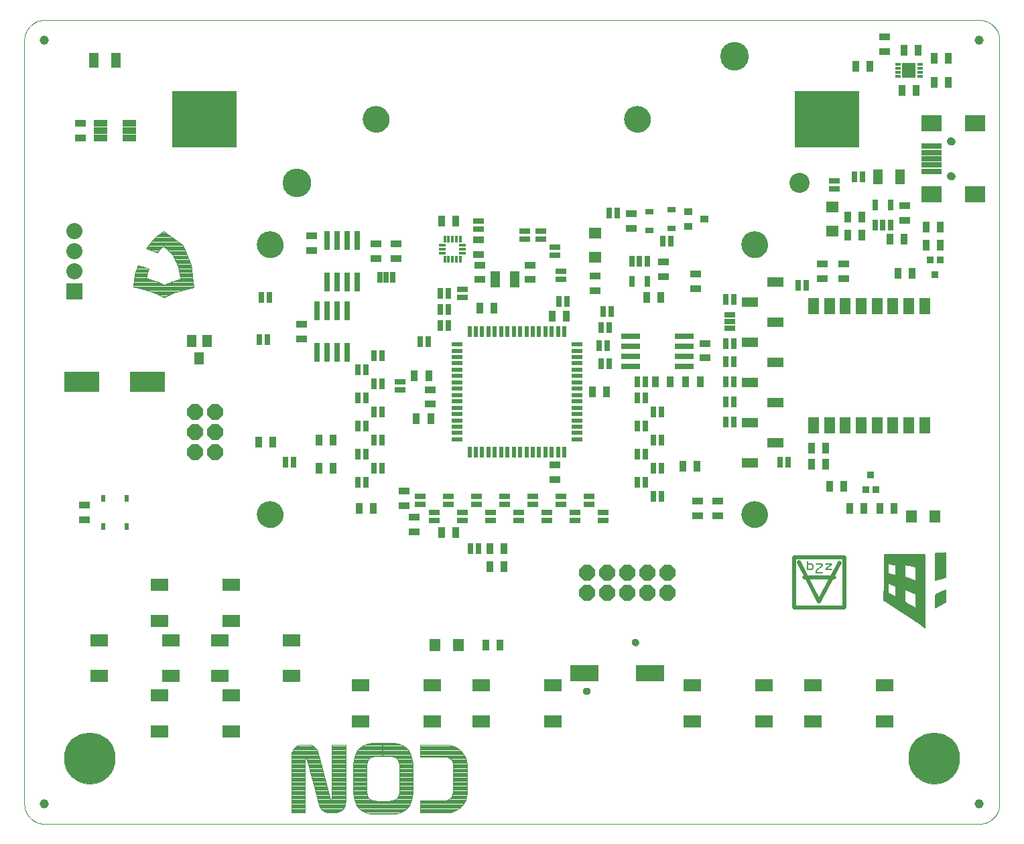
<source format=gts>
G75*
%MOIN*%
%OFA0B0*%
%FSLAX25Y25*%
%IPPOS*%
%LPD*%
%AMOC8*
5,1,8,0,0,1.08239X$1,22.5*
%
%ADD10C,0.00000*%
%ADD11C,0.25600*%
%ADD12R,0.05324X0.03750*%
%ADD13R,0.05600X0.02175*%
%ADD14R,0.02175X0.05600*%
%ADD15R,0.03750X0.05324*%
%ADD16R,0.03356X0.03356*%
%ADD17R,0.09300X0.03000*%
%ADD18R,0.03750X0.01781*%
%ADD19R,0.01781X0.03750*%
%ADD20R,0.08868X0.06112*%
%ADD21R,0.03000X0.09300*%
%ADD22R,0.02765X0.05324*%
%ADD23R,0.03868X0.03080*%
%ADD24R,0.06112X0.05324*%
%ADD25R,0.04143X0.03750*%
%ADD26R,0.10443X0.02569*%
%ADD27R,0.10443X0.08474*%
%ADD28C,0.04143*%
%ADD29C,0.14200*%
%ADD30R,0.32400X0.28100*%
%ADD31C,0.10000*%
%ADD32C,0.13198*%
%ADD33R,0.03100X0.05600*%
%ADD34R,0.05600X0.03100*%
%ADD35OC8,0.08000*%
%ADD36R,0.01978X0.03750*%
%ADD37R,0.05324X0.06112*%
%ADD38R,0.08474X0.04537*%
%ADD39R,0.14380X0.08474*%
%ADD40C,0.03750*%
%ADD41C,0.04537*%
%ADD42R,0.04537X0.07687*%
%ADD43R,0.06899X0.03356*%
%ADD44R,0.04931X0.08080*%
%ADD45R,0.03150X0.01181*%
%ADD46R,0.06811X0.07402*%
%ADD47R,0.08000X0.08000*%
%ADD48C,0.08000*%
%ADD49R,0.17529X0.10443*%
%ADD50R,0.04537X0.06112*%
%ADD51C,0.00800*%
%ADD52C,0.02000*%
%ADD53R,0.05324X0.08474*%
%ADD54C,0.00500*%
%ADD55C,0.00394*%
D10*
X0066595Y0088933D02*
X0531595Y0088933D01*
X0531837Y0088936D01*
X0532078Y0088945D01*
X0532319Y0088959D01*
X0532560Y0088980D01*
X0532800Y0089006D01*
X0533040Y0089038D01*
X0533279Y0089076D01*
X0533516Y0089119D01*
X0533753Y0089169D01*
X0533988Y0089224D01*
X0534222Y0089284D01*
X0534454Y0089351D01*
X0534685Y0089422D01*
X0534914Y0089500D01*
X0535141Y0089583D01*
X0535366Y0089671D01*
X0535589Y0089765D01*
X0535809Y0089864D01*
X0536027Y0089969D01*
X0536242Y0090078D01*
X0536455Y0090193D01*
X0536665Y0090313D01*
X0536871Y0090438D01*
X0537075Y0090568D01*
X0537276Y0090703D01*
X0537473Y0090843D01*
X0537667Y0090987D01*
X0537857Y0091136D01*
X0538043Y0091290D01*
X0538226Y0091448D01*
X0538405Y0091610D01*
X0538580Y0091777D01*
X0538751Y0091948D01*
X0538918Y0092123D01*
X0539080Y0092302D01*
X0539238Y0092485D01*
X0539392Y0092671D01*
X0539541Y0092861D01*
X0539685Y0093055D01*
X0539825Y0093252D01*
X0539960Y0093453D01*
X0540090Y0093657D01*
X0540215Y0093863D01*
X0540335Y0094073D01*
X0540450Y0094286D01*
X0540559Y0094501D01*
X0540664Y0094719D01*
X0540763Y0094939D01*
X0540857Y0095162D01*
X0540945Y0095387D01*
X0541028Y0095614D01*
X0541106Y0095843D01*
X0541177Y0096074D01*
X0541244Y0096306D01*
X0541304Y0096540D01*
X0541359Y0096775D01*
X0541409Y0097012D01*
X0541452Y0097249D01*
X0541490Y0097488D01*
X0541522Y0097728D01*
X0541548Y0097968D01*
X0541569Y0098209D01*
X0541583Y0098450D01*
X0541592Y0098691D01*
X0541595Y0098933D01*
X0541595Y0478933D01*
X0541592Y0479175D01*
X0541583Y0479416D01*
X0541569Y0479657D01*
X0541548Y0479898D01*
X0541522Y0480138D01*
X0541490Y0480378D01*
X0541452Y0480617D01*
X0541409Y0480854D01*
X0541359Y0481091D01*
X0541304Y0481326D01*
X0541244Y0481560D01*
X0541177Y0481792D01*
X0541106Y0482023D01*
X0541028Y0482252D01*
X0540945Y0482479D01*
X0540857Y0482704D01*
X0540763Y0482927D01*
X0540664Y0483147D01*
X0540559Y0483365D01*
X0540450Y0483580D01*
X0540335Y0483793D01*
X0540215Y0484003D01*
X0540090Y0484209D01*
X0539960Y0484413D01*
X0539825Y0484614D01*
X0539685Y0484811D01*
X0539541Y0485005D01*
X0539392Y0485195D01*
X0539238Y0485381D01*
X0539080Y0485564D01*
X0538918Y0485743D01*
X0538751Y0485918D01*
X0538580Y0486089D01*
X0538405Y0486256D01*
X0538226Y0486418D01*
X0538043Y0486576D01*
X0537857Y0486730D01*
X0537667Y0486879D01*
X0537473Y0487023D01*
X0537276Y0487163D01*
X0537075Y0487298D01*
X0536871Y0487428D01*
X0536665Y0487553D01*
X0536455Y0487673D01*
X0536242Y0487788D01*
X0536027Y0487897D01*
X0535809Y0488002D01*
X0535589Y0488101D01*
X0535366Y0488195D01*
X0535141Y0488283D01*
X0534914Y0488366D01*
X0534685Y0488444D01*
X0534454Y0488515D01*
X0534222Y0488582D01*
X0533988Y0488642D01*
X0533753Y0488697D01*
X0533516Y0488747D01*
X0533279Y0488790D01*
X0533040Y0488828D01*
X0532800Y0488860D01*
X0532560Y0488886D01*
X0532319Y0488907D01*
X0532078Y0488921D01*
X0531837Y0488930D01*
X0531595Y0488933D01*
X0066595Y0488933D01*
X0066353Y0488930D01*
X0066112Y0488921D01*
X0065871Y0488907D01*
X0065630Y0488886D01*
X0065390Y0488860D01*
X0065150Y0488828D01*
X0064911Y0488790D01*
X0064674Y0488747D01*
X0064437Y0488697D01*
X0064202Y0488642D01*
X0063968Y0488582D01*
X0063736Y0488515D01*
X0063505Y0488444D01*
X0063276Y0488366D01*
X0063049Y0488283D01*
X0062824Y0488195D01*
X0062601Y0488101D01*
X0062381Y0488002D01*
X0062163Y0487897D01*
X0061948Y0487788D01*
X0061735Y0487673D01*
X0061525Y0487553D01*
X0061319Y0487428D01*
X0061115Y0487298D01*
X0060914Y0487163D01*
X0060717Y0487023D01*
X0060523Y0486879D01*
X0060333Y0486730D01*
X0060147Y0486576D01*
X0059964Y0486418D01*
X0059785Y0486256D01*
X0059610Y0486089D01*
X0059439Y0485918D01*
X0059272Y0485743D01*
X0059110Y0485564D01*
X0058952Y0485381D01*
X0058798Y0485195D01*
X0058649Y0485005D01*
X0058505Y0484811D01*
X0058365Y0484614D01*
X0058230Y0484413D01*
X0058100Y0484209D01*
X0057975Y0484003D01*
X0057855Y0483793D01*
X0057740Y0483580D01*
X0057631Y0483365D01*
X0057526Y0483147D01*
X0057427Y0482927D01*
X0057333Y0482704D01*
X0057245Y0482479D01*
X0057162Y0482252D01*
X0057084Y0482023D01*
X0057013Y0481792D01*
X0056946Y0481560D01*
X0056886Y0481326D01*
X0056831Y0481091D01*
X0056781Y0480854D01*
X0056738Y0480617D01*
X0056700Y0480378D01*
X0056668Y0480138D01*
X0056642Y0479898D01*
X0056621Y0479657D01*
X0056607Y0479416D01*
X0056598Y0479175D01*
X0056595Y0478933D01*
X0056595Y0098933D01*
X0056598Y0098691D01*
X0056607Y0098450D01*
X0056621Y0098209D01*
X0056642Y0097968D01*
X0056668Y0097728D01*
X0056700Y0097488D01*
X0056738Y0097249D01*
X0056781Y0097012D01*
X0056831Y0096775D01*
X0056886Y0096540D01*
X0056946Y0096306D01*
X0057013Y0096074D01*
X0057084Y0095843D01*
X0057162Y0095614D01*
X0057245Y0095387D01*
X0057333Y0095162D01*
X0057427Y0094939D01*
X0057526Y0094719D01*
X0057631Y0094501D01*
X0057740Y0094286D01*
X0057855Y0094073D01*
X0057975Y0093863D01*
X0058100Y0093657D01*
X0058230Y0093453D01*
X0058365Y0093252D01*
X0058505Y0093055D01*
X0058649Y0092861D01*
X0058798Y0092671D01*
X0058952Y0092485D01*
X0059110Y0092302D01*
X0059272Y0092123D01*
X0059439Y0091948D01*
X0059610Y0091777D01*
X0059785Y0091610D01*
X0059964Y0091448D01*
X0060147Y0091290D01*
X0060333Y0091136D01*
X0060523Y0090987D01*
X0060717Y0090843D01*
X0060914Y0090703D01*
X0061115Y0090568D01*
X0061319Y0090438D01*
X0061525Y0090313D01*
X0061735Y0090193D01*
X0061948Y0090078D01*
X0062163Y0089969D01*
X0062381Y0089864D01*
X0062601Y0089765D01*
X0062824Y0089671D01*
X0063049Y0089583D01*
X0063276Y0089500D01*
X0063505Y0089422D01*
X0063736Y0089351D01*
X0063968Y0089284D01*
X0064202Y0089224D01*
X0064437Y0089169D01*
X0064674Y0089119D01*
X0064911Y0089076D01*
X0065150Y0089038D01*
X0065390Y0089006D01*
X0065630Y0088980D01*
X0065871Y0088959D01*
X0066112Y0088945D01*
X0066353Y0088936D01*
X0066595Y0088933D01*
X0076595Y0121433D02*
X0076599Y0121740D01*
X0076610Y0122046D01*
X0076629Y0122353D01*
X0076655Y0122658D01*
X0076689Y0122963D01*
X0076730Y0123267D01*
X0076779Y0123570D01*
X0076835Y0123872D01*
X0076899Y0124172D01*
X0076970Y0124470D01*
X0077048Y0124767D01*
X0077133Y0125062D01*
X0077226Y0125354D01*
X0077326Y0125644D01*
X0077433Y0125932D01*
X0077547Y0126217D01*
X0077667Y0126499D01*
X0077795Y0126777D01*
X0077930Y0127053D01*
X0078071Y0127325D01*
X0078219Y0127594D01*
X0078373Y0127859D01*
X0078534Y0128120D01*
X0078702Y0128378D01*
X0078875Y0128631D01*
X0079055Y0128879D01*
X0079241Y0129123D01*
X0079432Y0129363D01*
X0079630Y0129598D01*
X0079833Y0129827D01*
X0080042Y0130052D01*
X0080256Y0130272D01*
X0080476Y0130486D01*
X0080701Y0130695D01*
X0080930Y0130898D01*
X0081165Y0131096D01*
X0081405Y0131287D01*
X0081649Y0131473D01*
X0081897Y0131653D01*
X0082150Y0131826D01*
X0082408Y0131994D01*
X0082669Y0132155D01*
X0082934Y0132309D01*
X0083203Y0132457D01*
X0083475Y0132598D01*
X0083751Y0132733D01*
X0084029Y0132861D01*
X0084311Y0132981D01*
X0084596Y0133095D01*
X0084884Y0133202D01*
X0085174Y0133302D01*
X0085466Y0133395D01*
X0085761Y0133480D01*
X0086058Y0133558D01*
X0086356Y0133629D01*
X0086656Y0133693D01*
X0086958Y0133749D01*
X0087261Y0133798D01*
X0087565Y0133839D01*
X0087870Y0133873D01*
X0088175Y0133899D01*
X0088482Y0133918D01*
X0088788Y0133929D01*
X0089095Y0133933D01*
X0089402Y0133929D01*
X0089708Y0133918D01*
X0090015Y0133899D01*
X0090320Y0133873D01*
X0090625Y0133839D01*
X0090929Y0133798D01*
X0091232Y0133749D01*
X0091534Y0133693D01*
X0091834Y0133629D01*
X0092132Y0133558D01*
X0092429Y0133480D01*
X0092724Y0133395D01*
X0093016Y0133302D01*
X0093306Y0133202D01*
X0093594Y0133095D01*
X0093879Y0132981D01*
X0094161Y0132861D01*
X0094439Y0132733D01*
X0094715Y0132598D01*
X0094987Y0132457D01*
X0095256Y0132309D01*
X0095521Y0132155D01*
X0095782Y0131994D01*
X0096040Y0131826D01*
X0096293Y0131653D01*
X0096541Y0131473D01*
X0096785Y0131287D01*
X0097025Y0131096D01*
X0097260Y0130898D01*
X0097489Y0130695D01*
X0097714Y0130486D01*
X0097934Y0130272D01*
X0098148Y0130052D01*
X0098357Y0129827D01*
X0098560Y0129598D01*
X0098758Y0129363D01*
X0098949Y0129123D01*
X0099135Y0128879D01*
X0099315Y0128631D01*
X0099488Y0128378D01*
X0099656Y0128120D01*
X0099817Y0127859D01*
X0099971Y0127594D01*
X0100119Y0127325D01*
X0100260Y0127053D01*
X0100395Y0126777D01*
X0100523Y0126499D01*
X0100643Y0126217D01*
X0100757Y0125932D01*
X0100864Y0125644D01*
X0100964Y0125354D01*
X0101057Y0125062D01*
X0101142Y0124767D01*
X0101220Y0124470D01*
X0101291Y0124172D01*
X0101355Y0123872D01*
X0101411Y0123570D01*
X0101460Y0123267D01*
X0101501Y0122963D01*
X0101535Y0122658D01*
X0101561Y0122353D01*
X0101580Y0122046D01*
X0101591Y0121740D01*
X0101595Y0121433D01*
X0101591Y0121126D01*
X0101580Y0120820D01*
X0101561Y0120513D01*
X0101535Y0120208D01*
X0101501Y0119903D01*
X0101460Y0119599D01*
X0101411Y0119296D01*
X0101355Y0118994D01*
X0101291Y0118694D01*
X0101220Y0118396D01*
X0101142Y0118099D01*
X0101057Y0117804D01*
X0100964Y0117512D01*
X0100864Y0117222D01*
X0100757Y0116934D01*
X0100643Y0116649D01*
X0100523Y0116367D01*
X0100395Y0116089D01*
X0100260Y0115813D01*
X0100119Y0115541D01*
X0099971Y0115272D01*
X0099817Y0115007D01*
X0099656Y0114746D01*
X0099488Y0114488D01*
X0099315Y0114235D01*
X0099135Y0113987D01*
X0098949Y0113743D01*
X0098758Y0113503D01*
X0098560Y0113268D01*
X0098357Y0113039D01*
X0098148Y0112814D01*
X0097934Y0112594D01*
X0097714Y0112380D01*
X0097489Y0112171D01*
X0097260Y0111968D01*
X0097025Y0111770D01*
X0096785Y0111579D01*
X0096541Y0111393D01*
X0096293Y0111213D01*
X0096040Y0111040D01*
X0095782Y0110872D01*
X0095521Y0110711D01*
X0095256Y0110557D01*
X0094987Y0110409D01*
X0094715Y0110268D01*
X0094439Y0110133D01*
X0094161Y0110005D01*
X0093879Y0109885D01*
X0093594Y0109771D01*
X0093306Y0109664D01*
X0093016Y0109564D01*
X0092724Y0109471D01*
X0092429Y0109386D01*
X0092132Y0109308D01*
X0091834Y0109237D01*
X0091534Y0109173D01*
X0091232Y0109117D01*
X0090929Y0109068D01*
X0090625Y0109027D01*
X0090320Y0108993D01*
X0090015Y0108967D01*
X0089708Y0108948D01*
X0089402Y0108937D01*
X0089095Y0108933D01*
X0088788Y0108937D01*
X0088482Y0108948D01*
X0088175Y0108967D01*
X0087870Y0108993D01*
X0087565Y0109027D01*
X0087261Y0109068D01*
X0086958Y0109117D01*
X0086656Y0109173D01*
X0086356Y0109237D01*
X0086058Y0109308D01*
X0085761Y0109386D01*
X0085466Y0109471D01*
X0085174Y0109564D01*
X0084884Y0109664D01*
X0084596Y0109771D01*
X0084311Y0109885D01*
X0084029Y0110005D01*
X0083751Y0110133D01*
X0083475Y0110268D01*
X0083203Y0110409D01*
X0082934Y0110557D01*
X0082669Y0110711D01*
X0082408Y0110872D01*
X0082150Y0111040D01*
X0081897Y0111213D01*
X0081649Y0111393D01*
X0081405Y0111579D01*
X0081165Y0111770D01*
X0080930Y0111968D01*
X0080701Y0112171D01*
X0080476Y0112380D01*
X0080256Y0112594D01*
X0080042Y0112814D01*
X0079833Y0113039D01*
X0079630Y0113268D01*
X0079432Y0113503D01*
X0079241Y0113743D01*
X0079055Y0113987D01*
X0078875Y0114235D01*
X0078702Y0114488D01*
X0078534Y0114746D01*
X0078373Y0115007D01*
X0078219Y0115272D01*
X0078071Y0115541D01*
X0077930Y0115813D01*
X0077795Y0116089D01*
X0077667Y0116367D01*
X0077547Y0116649D01*
X0077433Y0116934D01*
X0077326Y0117222D01*
X0077226Y0117512D01*
X0077133Y0117804D01*
X0077048Y0118099D01*
X0076970Y0118396D01*
X0076899Y0118694D01*
X0076835Y0118994D01*
X0076779Y0119296D01*
X0076730Y0119599D01*
X0076689Y0119903D01*
X0076655Y0120208D01*
X0076629Y0120513D01*
X0076610Y0120820D01*
X0076599Y0121126D01*
X0076595Y0121433D01*
X0172540Y0242870D02*
X0172542Y0243028D01*
X0172548Y0243186D01*
X0172558Y0243344D01*
X0172572Y0243502D01*
X0172590Y0243659D01*
X0172611Y0243816D01*
X0172637Y0243972D01*
X0172667Y0244128D01*
X0172700Y0244283D01*
X0172738Y0244436D01*
X0172779Y0244589D01*
X0172824Y0244741D01*
X0172873Y0244892D01*
X0172926Y0245041D01*
X0172982Y0245189D01*
X0173042Y0245335D01*
X0173106Y0245480D01*
X0173174Y0245623D01*
X0173245Y0245765D01*
X0173319Y0245905D01*
X0173397Y0246042D01*
X0173479Y0246178D01*
X0173563Y0246312D01*
X0173652Y0246443D01*
X0173743Y0246572D01*
X0173838Y0246699D01*
X0173935Y0246824D01*
X0174036Y0246946D01*
X0174140Y0247065D01*
X0174247Y0247182D01*
X0174357Y0247296D01*
X0174470Y0247407D01*
X0174585Y0247516D01*
X0174703Y0247621D01*
X0174824Y0247723D01*
X0174947Y0247823D01*
X0175073Y0247919D01*
X0175201Y0248012D01*
X0175331Y0248102D01*
X0175464Y0248188D01*
X0175599Y0248272D01*
X0175735Y0248351D01*
X0175874Y0248428D01*
X0176015Y0248500D01*
X0176157Y0248570D01*
X0176301Y0248635D01*
X0176447Y0248697D01*
X0176594Y0248755D01*
X0176743Y0248810D01*
X0176893Y0248861D01*
X0177044Y0248908D01*
X0177196Y0248951D01*
X0177349Y0248990D01*
X0177504Y0249026D01*
X0177659Y0249057D01*
X0177815Y0249085D01*
X0177971Y0249109D01*
X0178128Y0249129D01*
X0178286Y0249145D01*
X0178443Y0249157D01*
X0178602Y0249165D01*
X0178760Y0249169D01*
X0178918Y0249169D01*
X0179076Y0249165D01*
X0179235Y0249157D01*
X0179392Y0249145D01*
X0179550Y0249129D01*
X0179707Y0249109D01*
X0179863Y0249085D01*
X0180019Y0249057D01*
X0180174Y0249026D01*
X0180329Y0248990D01*
X0180482Y0248951D01*
X0180634Y0248908D01*
X0180785Y0248861D01*
X0180935Y0248810D01*
X0181084Y0248755D01*
X0181231Y0248697D01*
X0181377Y0248635D01*
X0181521Y0248570D01*
X0181663Y0248500D01*
X0181804Y0248428D01*
X0181943Y0248351D01*
X0182079Y0248272D01*
X0182214Y0248188D01*
X0182347Y0248102D01*
X0182477Y0248012D01*
X0182605Y0247919D01*
X0182731Y0247823D01*
X0182854Y0247723D01*
X0182975Y0247621D01*
X0183093Y0247516D01*
X0183208Y0247407D01*
X0183321Y0247296D01*
X0183431Y0247182D01*
X0183538Y0247065D01*
X0183642Y0246946D01*
X0183743Y0246824D01*
X0183840Y0246699D01*
X0183935Y0246572D01*
X0184026Y0246443D01*
X0184115Y0246312D01*
X0184199Y0246178D01*
X0184281Y0246042D01*
X0184359Y0245905D01*
X0184433Y0245765D01*
X0184504Y0245623D01*
X0184572Y0245480D01*
X0184636Y0245335D01*
X0184696Y0245189D01*
X0184752Y0245041D01*
X0184805Y0244892D01*
X0184854Y0244741D01*
X0184899Y0244589D01*
X0184940Y0244436D01*
X0184978Y0244283D01*
X0185011Y0244128D01*
X0185041Y0243972D01*
X0185067Y0243816D01*
X0185088Y0243659D01*
X0185106Y0243502D01*
X0185120Y0243344D01*
X0185130Y0243186D01*
X0185136Y0243028D01*
X0185138Y0242870D01*
X0185136Y0242712D01*
X0185130Y0242554D01*
X0185120Y0242396D01*
X0185106Y0242238D01*
X0185088Y0242081D01*
X0185067Y0241924D01*
X0185041Y0241768D01*
X0185011Y0241612D01*
X0184978Y0241457D01*
X0184940Y0241304D01*
X0184899Y0241151D01*
X0184854Y0240999D01*
X0184805Y0240848D01*
X0184752Y0240699D01*
X0184696Y0240551D01*
X0184636Y0240405D01*
X0184572Y0240260D01*
X0184504Y0240117D01*
X0184433Y0239975D01*
X0184359Y0239835D01*
X0184281Y0239698D01*
X0184199Y0239562D01*
X0184115Y0239428D01*
X0184026Y0239297D01*
X0183935Y0239168D01*
X0183840Y0239041D01*
X0183743Y0238916D01*
X0183642Y0238794D01*
X0183538Y0238675D01*
X0183431Y0238558D01*
X0183321Y0238444D01*
X0183208Y0238333D01*
X0183093Y0238224D01*
X0182975Y0238119D01*
X0182854Y0238017D01*
X0182731Y0237917D01*
X0182605Y0237821D01*
X0182477Y0237728D01*
X0182347Y0237638D01*
X0182214Y0237552D01*
X0182079Y0237468D01*
X0181943Y0237389D01*
X0181804Y0237312D01*
X0181663Y0237240D01*
X0181521Y0237170D01*
X0181377Y0237105D01*
X0181231Y0237043D01*
X0181084Y0236985D01*
X0180935Y0236930D01*
X0180785Y0236879D01*
X0180634Y0236832D01*
X0180482Y0236789D01*
X0180329Y0236750D01*
X0180174Y0236714D01*
X0180019Y0236683D01*
X0179863Y0236655D01*
X0179707Y0236631D01*
X0179550Y0236611D01*
X0179392Y0236595D01*
X0179235Y0236583D01*
X0179076Y0236575D01*
X0178918Y0236571D01*
X0178760Y0236571D01*
X0178602Y0236575D01*
X0178443Y0236583D01*
X0178286Y0236595D01*
X0178128Y0236611D01*
X0177971Y0236631D01*
X0177815Y0236655D01*
X0177659Y0236683D01*
X0177504Y0236714D01*
X0177349Y0236750D01*
X0177196Y0236789D01*
X0177044Y0236832D01*
X0176893Y0236879D01*
X0176743Y0236930D01*
X0176594Y0236985D01*
X0176447Y0237043D01*
X0176301Y0237105D01*
X0176157Y0237170D01*
X0176015Y0237240D01*
X0175874Y0237312D01*
X0175735Y0237389D01*
X0175599Y0237468D01*
X0175464Y0237552D01*
X0175331Y0237638D01*
X0175201Y0237728D01*
X0175073Y0237821D01*
X0174947Y0237917D01*
X0174824Y0238017D01*
X0174703Y0238119D01*
X0174585Y0238224D01*
X0174470Y0238333D01*
X0174357Y0238444D01*
X0174247Y0238558D01*
X0174140Y0238675D01*
X0174036Y0238794D01*
X0173935Y0238916D01*
X0173838Y0239041D01*
X0173743Y0239168D01*
X0173652Y0239297D01*
X0173563Y0239428D01*
X0173479Y0239562D01*
X0173397Y0239698D01*
X0173319Y0239835D01*
X0173245Y0239975D01*
X0173174Y0240117D01*
X0173106Y0240260D01*
X0173042Y0240405D01*
X0172982Y0240551D01*
X0172926Y0240699D01*
X0172873Y0240848D01*
X0172824Y0240999D01*
X0172779Y0241151D01*
X0172738Y0241304D01*
X0172700Y0241457D01*
X0172667Y0241612D01*
X0172637Y0241768D01*
X0172611Y0241924D01*
X0172590Y0242081D01*
X0172572Y0242238D01*
X0172558Y0242396D01*
X0172548Y0242554D01*
X0172542Y0242712D01*
X0172540Y0242870D01*
X0172540Y0377122D02*
X0172542Y0377280D01*
X0172548Y0377438D01*
X0172558Y0377596D01*
X0172572Y0377754D01*
X0172590Y0377911D01*
X0172611Y0378068D01*
X0172637Y0378224D01*
X0172667Y0378380D01*
X0172700Y0378535D01*
X0172738Y0378688D01*
X0172779Y0378841D01*
X0172824Y0378993D01*
X0172873Y0379144D01*
X0172926Y0379293D01*
X0172982Y0379441D01*
X0173042Y0379587D01*
X0173106Y0379732D01*
X0173174Y0379875D01*
X0173245Y0380017D01*
X0173319Y0380157D01*
X0173397Y0380294D01*
X0173479Y0380430D01*
X0173563Y0380564D01*
X0173652Y0380695D01*
X0173743Y0380824D01*
X0173838Y0380951D01*
X0173935Y0381076D01*
X0174036Y0381198D01*
X0174140Y0381317D01*
X0174247Y0381434D01*
X0174357Y0381548D01*
X0174470Y0381659D01*
X0174585Y0381768D01*
X0174703Y0381873D01*
X0174824Y0381975D01*
X0174947Y0382075D01*
X0175073Y0382171D01*
X0175201Y0382264D01*
X0175331Y0382354D01*
X0175464Y0382440D01*
X0175599Y0382524D01*
X0175735Y0382603D01*
X0175874Y0382680D01*
X0176015Y0382752D01*
X0176157Y0382822D01*
X0176301Y0382887D01*
X0176447Y0382949D01*
X0176594Y0383007D01*
X0176743Y0383062D01*
X0176893Y0383113D01*
X0177044Y0383160D01*
X0177196Y0383203D01*
X0177349Y0383242D01*
X0177504Y0383278D01*
X0177659Y0383309D01*
X0177815Y0383337D01*
X0177971Y0383361D01*
X0178128Y0383381D01*
X0178286Y0383397D01*
X0178443Y0383409D01*
X0178602Y0383417D01*
X0178760Y0383421D01*
X0178918Y0383421D01*
X0179076Y0383417D01*
X0179235Y0383409D01*
X0179392Y0383397D01*
X0179550Y0383381D01*
X0179707Y0383361D01*
X0179863Y0383337D01*
X0180019Y0383309D01*
X0180174Y0383278D01*
X0180329Y0383242D01*
X0180482Y0383203D01*
X0180634Y0383160D01*
X0180785Y0383113D01*
X0180935Y0383062D01*
X0181084Y0383007D01*
X0181231Y0382949D01*
X0181377Y0382887D01*
X0181521Y0382822D01*
X0181663Y0382752D01*
X0181804Y0382680D01*
X0181943Y0382603D01*
X0182079Y0382524D01*
X0182214Y0382440D01*
X0182347Y0382354D01*
X0182477Y0382264D01*
X0182605Y0382171D01*
X0182731Y0382075D01*
X0182854Y0381975D01*
X0182975Y0381873D01*
X0183093Y0381768D01*
X0183208Y0381659D01*
X0183321Y0381548D01*
X0183431Y0381434D01*
X0183538Y0381317D01*
X0183642Y0381198D01*
X0183743Y0381076D01*
X0183840Y0380951D01*
X0183935Y0380824D01*
X0184026Y0380695D01*
X0184115Y0380564D01*
X0184199Y0380430D01*
X0184281Y0380294D01*
X0184359Y0380157D01*
X0184433Y0380017D01*
X0184504Y0379875D01*
X0184572Y0379732D01*
X0184636Y0379587D01*
X0184696Y0379441D01*
X0184752Y0379293D01*
X0184805Y0379144D01*
X0184854Y0378993D01*
X0184899Y0378841D01*
X0184940Y0378688D01*
X0184978Y0378535D01*
X0185011Y0378380D01*
X0185041Y0378224D01*
X0185067Y0378068D01*
X0185088Y0377911D01*
X0185106Y0377754D01*
X0185120Y0377596D01*
X0185130Y0377438D01*
X0185136Y0377280D01*
X0185138Y0377122D01*
X0185136Y0376964D01*
X0185130Y0376806D01*
X0185120Y0376648D01*
X0185106Y0376490D01*
X0185088Y0376333D01*
X0185067Y0376176D01*
X0185041Y0376020D01*
X0185011Y0375864D01*
X0184978Y0375709D01*
X0184940Y0375556D01*
X0184899Y0375403D01*
X0184854Y0375251D01*
X0184805Y0375100D01*
X0184752Y0374951D01*
X0184696Y0374803D01*
X0184636Y0374657D01*
X0184572Y0374512D01*
X0184504Y0374369D01*
X0184433Y0374227D01*
X0184359Y0374087D01*
X0184281Y0373950D01*
X0184199Y0373814D01*
X0184115Y0373680D01*
X0184026Y0373549D01*
X0183935Y0373420D01*
X0183840Y0373293D01*
X0183743Y0373168D01*
X0183642Y0373046D01*
X0183538Y0372927D01*
X0183431Y0372810D01*
X0183321Y0372696D01*
X0183208Y0372585D01*
X0183093Y0372476D01*
X0182975Y0372371D01*
X0182854Y0372269D01*
X0182731Y0372169D01*
X0182605Y0372073D01*
X0182477Y0371980D01*
X0182347Y0371890D01*
X0182214Y0371804D01*
X0182079Y0371720D01*
X0181943Y0371641D01*
X0181804Y0371564D01*
X0181663Y0371492D01*
X0181521Y0371422D01*
X0181377Y0371357D01*
X0181231Y0371295D01*
X0181084Y0371237D01*
X0180935Y0371182D01*
X0180785Y0371131D01*
X0180634Y0371084D01*
X0180482Y0371041D01*
X0180329Y0371002D01*
X0180174Y0370966D01*
X0180019Y0370935D01*
X0179863Y0370907D01*
X0179707Y0370883D01*
X0179550Y0370863D01*
X0179392Y0370847D01*
X0179235Y0370835D01*
X0179076Y0370827D01*
X0178918Y0370823D01*
X0178760Y0370823D01*
X0178602Y0370827D01*
X0178443Y0370835D01*
X0178286Y0370847D01*
X0178128Y0370863D01*
X0177971Y0370883D01*
X0177815Y0370907D01*
X0177659Y0370935D01*
X0177504Y0370966D01*
X0177349Y0371002D01*
X0177196Y0371041D01*
X0177044Y0371084D01*
X0176893Y0371131D01*
X0176743Y0371182D01*
X0176594Y0371237D01*
X0176447Y0371295D01*
X0176301Y0371357D01*
X0176157Y0371422D01*
X0176015Y0371492D01*
X0175874Y0371564D01*
X0175735Y0371641D01*
X0175599Y0371720D01*
X0175464Y0371804D01*
X0175331Y0371890D01*
X0175201Y0371980D01*
X0175073Y0372073D01*
X0174947Y0372169D01*
X0174824Y0372269D01*
X0174703Y0372371D01*
X0174585Y0372476D01*
X0174470Y0372585D01*
X0174357Y0372696D01*
X0174247Y0372810D01*
X0174140Y0372927D01*
X0174036Y0373046D01*
X0173935Y0373168D01*
X0173838Y0373293D01*
X0173743Y0373420D01*
X0173652Y0373549D01*
X0173563Y0373680D01*
X0173479Y0373814D01*
X0173397Y0373950D01*
X0173319Y0374087D01*
X0173245Y0374227D01*
X0173174Y0374369D01*
X0173106Y0374512D01*
X0173042Y0374657D01*
X0172982Y0374803D01*
X0172926Y0374951D01*
X0172873Y0375100D01*
X0172824Y0375251D01*
X0172779Y0375403D01*
X0172738Y0375556D01*
X0172700Y0375709D01*
X0172667Y0375864D01*
X0172637Y0376020D01*
X0172611Y0376176D01*
X0172590Y0376333D01*
X0172572Y0376490D01*
X0172558Y0376648D01*
X0172548Y0376806D01*
X0172542Y0376964D01*
X0172540Y0377122D01*
X0185345Y0408083D02*
X0185347Y0408250D01*
X0185353Y0408417D01*
X0185363Y0408583D01*
X0185378Y0408750D01*
X0185396Y0408915D01*
X0185419Y0409081D01*
X0185445Y0409246D01*
X0185476Y0409410D01*
X0185510Y0409573D01*
X0185549Y0409735D01*
X0185591Y0409897D01*
X0185638Y0410057D01*
X0185688Y0410216D01*
X0185743Y0410374D01*
X0185801Y0410530D01*
X0185863Y0410685D01*
X0185928Y0410839D01*
X0185998Y0410990D01*
X0186071Y0411140D01*
X0186148Y0411288D01*
X0186228Y0411435D01*
X0186312Y0411579D01*
X0186400Y0411721D01*
X0186491Y0411861D01*
X0186585Y0411998D01*
X0186683Y0412134D01*
X0186784Y0412267D01*
X0186889Y0412397D01*
X0186996Y0412525D01*
X0187107Y0412650D01*
X0187220Y0412772D01*
X0187337Y0412891D01*
X0187456Y0413008D01*
X0187578Y0413121D01*
X0187703Y0413232D01*
X0187831Y0413339D01*
X0187961Y0413444D01*
X0188094Y0413545D01*
X0188230Y0413643D01*
X0188367Y0413737D01*
X0188507Y0413828D01*
X0188649Y0413916D01*
X0188793Y0414000D01*
X0188940Y0414080D01*
X0189088Y0414157D01*
X0189238Y0414230D01*
X0189389Y0414300D01*
X0189543Y0414365D01*
X0189698Y0414427D01*
X0189854Y0414485D01*
X0190012Y0414540D01*
X0190171Y0414590D01*
X0190331Y0414637D01*
X0190493Y0414679D01*
X0190655Y0414718D01*
X0190818Y0414752D01*
X0190982Y0414783D01*
X0191147Y0414809D01*
X0191313Y0414832D01*
X0191478Y0414850D01*
X0191645Y0414865D01*
X0191811Y0414875D01*
X0191978Y0414881D01*
X0192145Y0414883D01*
X0192312Y0414881D01*
X0192479Y0414875D01*
X0192645Y0414865D01*
X0192812Y0414850D01*
X0192977Y0414832D01*
X0193143Y0414809D01*
X0193308Y0414783D01*
X0193472Y0414752D01*
X0193635Y0414718D01*
X0193797Y0414679D01*
X0193959Y0414637D01*
X0194119Y0414590D01*
X0194278Y0414540D01*
X0194436Y0414485D01*
X0194592Y0414427D01*
X0194747Y0414365D01*
X0194901Y0414300D01*
X0195052Y0414230D01*
X0195202Y0414157D01*
X0195350Y0414080D01*
X0195497Y0414000D01*
X0195641Y0413916D01*
X0195783Y0413828D01*
X0195923Y0413737D01*
X0196060Y0413643D01*
X0196196Y0413545D01*
X0196329Y0413444D01*
X0196459Y0413339D01*
X0196587Y0413232D01*
X0196712Y0413121D01*
X0196834Y0413008D01*
X0196953Y0412891D01*
X0197070Y0412772D01*
X0197183Y0412650D01*
X0197294Y0412525D01*
X0197401Y0412397D01*
X0197506Y0412267D01*
X0197607Y0412134D01*
X0197705Y0411998D01*
X0197799Y0411861D01*
X0197890Y0411721D01*
X0197978Y0411579D01*
X0198062Y0411435D01*
X0198142Y0411288D01*
X0198219Y0411140D01*
X0198292Y0410990D01*
X0198362Y0410839D01*
X0198427Y0410685D01*
X0198489Y0410530D01*
X0198547Y0410374D01*
X0198602Y0410216D01*
X0198652Y0410057D01*
X0198699Y0409897D01*
X0198741Y0409735D01*
X0198780Y0409573D01*
X0198814Y0409410D01*
X0198845Y0409246D01*
X0198871Y0409081D01*
X0198894Y0408915D01*
X0198912Y0408750D01*
X0198927Y0408583D01*
X0198937Y0408417D01*
X0198943Y0408250D01*
X0198945Y0408083D01*
X0198943Y0407916D01*
X0198937Y0407749D01*
X0198927Y0407583D01*
X0198912Y0407416D01*
X0198894Y0407251D01*
X0198871Y0407085D01*
X0198845Y0406920D01*
X0198814Y0406756D01*
X0198780Y0406593D01*
X0198741Y0406431D01*
X0198699Y0406269D01*
X0198652Y0406109D01*
X0198602Y0405950D01*
X0198547Y0405792D01*
X0198489Y0405636D01*
X0198427Y0405481D01*
X0198362Y0405327D01*
X0198292Y0405176D01*
X0198219Y0405026D01*
X0198142Y0404878D01*
X0198062Y0404731D01*
X0197978Y0404587D01*
X0197890Y0404445D01*
X0197799Y0404305D01*
X0197705Y0404168D01*
X0197607Y0404032D01*
X0197506Y0403899D01*
X0197401Y0403769D01*
X0197294Y0403641D01*
X0197183Y0403516D01*
X0197070Y0403394D01*
X0196953Y0403275D01*
X0196834Y0403158D01*
X0196712Y0403045D01*
X0196587Y0402934D01*
X0196459Y0402827D01*
X0196329Y0402722D01*
X0196196Y0402621D01*
X0196060Y0402523D01*
X0195923Y0402429D01*
X0195783Y0402338D01*
X0195641Y0402250D01*
X0195497Y0402166D01*
X0195350Y0402086D01*
X0195202Y0402009D01*
X0195052Y0401936D01*
X0194901Y0401866D01*
X0194747Y0401801D01*
X0194592Y0401739D01*
X0194436Y0401681D01*
X0194278Y0401626D01*
X0194119Y0401576D01*
X0193959Y0401529D01*
X0193797Y0401487D01*
X0193635Y0401448D01*
X0193472Y0401414D01*
X0193308Y0401383D01*
X0193143Y0401357D01*
X0192977Y0401334D01*
X0192812Y0401316D01*
X0192645Y0401301D01*
X0192479Y0401291D01*
X0192312Y0401285D01*
X0192145Y0401283D01*
X0191978Y0401285D01*
X0191811Y0401291D01*
X0191645Y0401301D01*
X0191478Y0401316D01*
X0191313Y0401334D01*
X0191147Y0401357D01*
X0190982Y0401383D01*
X0190818Y0401414D01*
X0190655Y0401448D01*
X0190493Y0401487D01*
X0190331Y0401529D01*
X0190171Y0401576D01*
X0190012Y0401626D01*
X0189854Y0401681D01*
X0189698Y0401739D01*
X0189543Y0401801D01*
X0189389Y0401866D01*
X0189238Y0401936D01*
X0189088Y0402009D01*
X0188940Y0402086D01*
X0188793Y0402166D01*
X0188649Y0402250D01*
X0188507Y0402338D01*
X0188367Y0402429D01*
X0188230Y0402523D01*
X0188094Y0402621D01*
X0187961Y0402722D01*
X0187831Y0402827D01*
X0187703Y0402934D01*
X0187578Y0403045D01*
X0187456Y0403158D01*
X0187337Y0403275D01*
X0187220Y0403394D01*
X0187107Y0403516D01*
X0186996Y0403641D01*
X0186889Y0403769D01*
X0186784Y0403899D01*
X0186683Y0404032D01*
X0186585Y0404168D01*
X0186491Y0404305D01*
X0186400Y0404445D01*
X0186312Y0404587D01*
X0186228Y0404731D01*
X0186148Y0404878D01*
X0186071Y0405026D01*
X0185998Y0405176D01*
X0185928Y0405327D01*
X0185863Y0405481D01*
X0185801Y0405636D01*
X0185743Y0405792D01*
X0185688Y0405950D01*
X0185638Y0406109D01*
X0185591Y0406269D01*
X0185549Y0406431D01*
X0185510Y0406593D01*
X0185476Y0406756D01*
X0185445Y0406920D01*
X0185419Y0407085D01*
X0185396Y0407251D01*
X0185378Y0407416D01*
X0185363Y0407583D01*
X0185353Y0407749D01*
X0185347Y0407916D01*
X0185345Y0408083D01*
X0225296Y0439583D02*
X0225298Y0439741D01*
X0225304Y0439899D01*
X0225314Y0440057D01*
X0225328Y0440215D01*
X0225346Y0440372D01*
X0225367Y0440529D01*
X0225393Y0440685D01*
X0225423Y0440841D01*
X0225456Y0440996D01*
X0225494Y0441149D01*
X0225535Y0441302D01*
X0225580Y0441454D01*
X0225629Y0441605D01*
X0225682Y0441754D01*
X0225738Y0441902D01*
X0225798Y0442048D01*
X0225862Y0442193D01*
X0225930Y0442336D01*
X0226001Y0442478D01*
X0226075Y0442618D01*
X0226153Y0442755D01*
X0226235Y0442891D01*
X0226319Y0443025D01*
X0226408Y0443156D01*
X0226499Y0443285D01*
X0226594Y0443412D01*
X0226691Y0443537D01*
X0226792Y0443659D01*
X0226896Y0443778D01*
X0227003Y0443895D01*
X0227113Y0444009D01*
X0227226Y0444120D01*
X0227341Y0444229D01*
X0227459Y0444334D01*
X0227580Y0444436D01*
X0227703Y0444536D01*
X0227829Y0444632D01*
X0227957Y0444725D01*
X0228087Y0444815D01*
X0228220Y0444901D01*
X0228355Y0444985D01*
X0228491Y0445064D01*
X0228630Y0445141D01*
X0228771Y0445213D01*
X0228913Y0445283D01*
X0229057Y0445348D01*
X0229203Y0445410D01*
X0229350Y0445468D01*
X0229499Y0445523D01*
X0229649Y0445574D01*
X0229800Y0445621D01*
X0229952Y0445664D01*
X0230105Y0445703D01*
X0230260Y0445739D01*
X0230415Y0445770D01*
X0230571Y0445798D01*
X0230727Y0445822D01*
X0230884Y0445842D01*
X0231042Y0445858D01*
X0231199Y0445870D01*
X0231358Y0445878D01*
X0231516Y0445882D01*
X0231674Y0445882D01*
X0231832Y0445878D01*
X0231991Y0445870D01*
X0232148Y0445858D01*
X0232306Y0445842D01*
X0232463Y0445822D01*
X0232619Y0445798D01*
X0232775Y0445770D01*
X0232930Y0445739D01*
X0233085Y0445703D01*
X0233238Y0445664D01*
X0233390Y0445621D01*
X0233541Y0445574D01*
X0233691Y0445523D01*
X0233840Y0445468D01*
X0233987Y0445410D01*
X0234133Y0445348D01*
X0234277Y0445283D01*
X0234419Y0445213D01*
X0234560Y0445141D01*
X0234699Y0445064D01*
X0234835Y0444985D01*
X0234970Y0444901D01*
X0235103Y0444815D01*
X0235233Y0444725D01*
X0235361Y0444632D01*
X0235487Y0444536D01*
X0235610Y0444436D01*
X0235731Y0444334D01*
X0235849Y0444229D01*
X0235964Y0444120D01*
X0236077Y0444009D01*
X0236187Y0443895D01*
X0236294Y0443778D01*
X0236398Y0443659D01*
X0236499Y0443537D01*
X0236596Y0443412D01*
X0236691Y0443285D01*
X0236782Y0443156D01*
X0236871Y0443025D01*
X0236955Y0442891D01*
X0237037Y0442755D01*
X0237115Y0442618D01*
X0237189Y0442478D01*
X0237260Y0442336D01*
X0237328Y0442193D01*
X0237392Y0442048D01*
X0237452Y0441902D01*
X0237508Y0441754D01*
X0237561Y0441605D01*
X0237610Y0441454D01*
X0237655Y0441302D01*
X0237696Y0441149D01*
X0237734Y0440996D01*
X0237767Y0440841D01*
X0237797Y0440685D01*
X0237823Y0440529D01*
X0237844Y0440372D01*
X0237862Y0440215D01*
X0237876Y0440057D01*
X0237886Y0439899D01*
X0237892Y0439741D01*
X0237894Y0439583D01*
X0237892Y0439425D01*
X0237886Y0439267D01*
X0237876Y0439109D01*
X0237862Y0438951D01*
X0237844Y0438794D01*
X0237823Y0438637D01*
X0237797Y0438481D01*
X0237767Y0438325D01*
X0237734Y0438170D01*
X0237696Y0438017D01*
X0237655Y0437864D01*
X0237610Y0437712D01*
X0237561Y0437561D01*
X0237508Y0437412D01*
X0237452Y0437264D01*
X0237392Y0437118D01*
X0237328Y0436973D01*
X0237260Y0436830D01*
X0237189Y0436688D01*
X0237115Y0436548D01*
X0237037Y0436411D01*
X0236955Y0436275D01*
X0236871Y0436141D01*
X0236782Y0436010D01*
X0236691Y0435881D01*
X0236596Y0435754D01*
X0236499Y0435629D01*
X0236398Y0435507D01*
X0236294Y0435388D01*
X0236187Y0435271D01*
X0236077Y0435157D01*
X0235964Y0435046D01*
X0235849Y0434937D01*
X0235731Y0434832D01*
X0235610Y0434730D01*
X0235487Y0434630D01*
X0235361Y0434534D01*
X0235233Y0434441D01*
X0235103Y0434351D01*
X0234970Y0434265D01*
X0234835Y0434181D01*
X0234699Y0434102D01*
X0234560Y0434025D01*
X0234419Y0433953D01*
X0234277Y0433883D01*
X0234133Y0433818D01*
X0233987Y0433756D01*
X0233840Y0433698D01*
X0233691Y0433643D01*
X0233541Y0433592D01*
X0233390Y0433545D01*
X0233238Y0433502D01*
X0233085Y0433463D01*
X0232930Y0433427D01*
X0232775Y0433396D01*
X0232619Y0433368D01*
X0232463Y0433344D01*
X0232306Y0433324D01*
X0232148Y0433308D01*
X0231991Y0433296D01*
X0231832Y0433288D01*
X0231674Y0433284D01*
X0231516Y0433284D01*
X0231358Y0433288D01*
X0231199Y0433296D01*
X0231042Y0433308D01*
X0230884Y0433324D01*
X0230727Y0433344D01*
X0230571Y0433368D01*
X0230415Y0433396D01*
X0230260Y0433427D01*
X0230105Y0433463D01*
X0229952Y0433502D01*
X0229800Y0433545D01*
X0229649Y0433592D01*
X0229499Y0433643D01*
X0229350Y0433698D01*
X0229203Y0433756D01*
X0229057Y0433818D01*
X0228913Y0433883D01*
X0228771Y0433953D01*
X0228630Y0434025D01*
X0228491Y0434102D01*
X0228355Y0434181D01*
X0228220Y0434265D01*
X0228087Y0434351D01*
X0227957Y0434441D01*
X0227829Y0434534D01*
X0227703Y0434630D01*
X0227580Y0434730D01*
X0227459Y0434832D01*
X0227341Y0434937D01*
X0227226Y0435046D01*
X0227113Y0435157D01*
X0227003Y0435271D01*
X0226896Y0435388D01*
X0226792Y0435507D01*
X0226691Y0435629D01*
X0226594Y0435754D01*
X0226499Y0435881D01*
X0226408Y0436010D01*
X0226319Y0436141D01*
X0226235Y0436275D01*
X0226153Y0436411D01*
X0226075Y0436548D01*
X0226001Y0436688D01*
X0225930Y0436830D01*
X0225862Y0436973D01*
X0225798Y0437118D01*
X0225738Y0437264D01*
X0225682Y0437412D01*
X0225629Y0437561D01*
X0225580Y0437712D01*
X0225535Y0437864D01*
X0225494Y0438017D01*
X0225456Y0438170D01*
X0225423Y0438325D01*
X0225393Y0438481D01*
X0225367Y0438637D01*
X0225346Y0438794D01*
X0225328Y0438951D01*
X0225314Y0439109D01*
X0225304Y0439267D01*
X0225298Y0439425D01*
X0225296Y0439583D01*
X0355296Y0439583D02*
X0355298Y0439741D01*
X0355304Y0439899D01*
X0355314Y0440057D01*
X0355328Y0440215D01*
X0355346Y0440372D01*
X0355367Y0440529D01*
X0355393Y0440685D01*
X0355423Y0440841D01*
X0355456Y0440996D01*
X0355494Y0441149D01*
X0355535Y0441302D01*
X0355580Y0441454D01*
X0355629Y0441605D01*
X0355682Y0441754D01*
X0355738Y0441902D01*
X0355798Y0442048D01*
X0355862Y0442193D01*
X0355930Y0442336D01*
X0356001Y0442478D01*
X0356075Y0442618D01*
X0356153Y0442755D01*
X0356235Y0442891D01*
X0356319Y0443025D01*
X0356408Y0443156D01*
X0356499Y0443285D01*
X0356594Y0443412D01*
X0356691Y0443537D01*
X0356792Y0443659D01*
X0356896Y0443778D01*
X0357003Y0443895D01*
X0357113Y0444009D01*
X0357226Y0444120D01*
X0357341Y0444229D01*
X0357459Y0444334D01*
X0357580Y0444436D01*
X0357703Y0444536D01*
X0357829Y0444632D01*
X0357957Y0444725D01*
X0358087Y0444815D01*
X0358220Y0444901D01*
X0358355Y0444985D01*
X0358491Y0445064D01*
X0358630Y0445141D01*
X0358771Y0445213D01*
X0358913Y0445283D01*
X0359057Y0445348D01*
X0359203Y0445410D01*
X0359350Y0445468D01*
X0359499Y0445523D01*
X0359649Y0445574D01*
X0359800Y0445621D01*
X0359952Y0445664D01*
X0360105Y0445703D01*
X0360260Y0445739D01*
X0360415Y0445770D01*
X0360571Y0445798D01*
X0360727Y0445822D01*
X0360884Y0445842D01*
X0361042Y0445858D01*
X0361199Y0445870D01*
X0361358Y0445878D01*
X0361516Y0445882D01*
X0361674Y0445882D01*
X0361832Y0445878D01*
X0361991Y0445870D01*
X0362148Y0445858D01*
X0362306Y0445842D01*
X0362463Y0445822D01*
X0362619Y0445798D01*
X0362775Y0445770D01*
X0362930Y0445739D01*
X0363085Y0445703D01*
X0363238Y0445664D01*
X0363390Y0445621D01*
X0363541Y0445574D01*
X0363691Y0445523D01*
X0363840Y0445468D01*
X0363987Y0445410D01*
X0364133Y0445348D01*
X0364277Y0445283D01*
X0364419Y0445213D01*
X0364560Y0445141D01*
X0364699Y0445064D01*
X0364835Y0444985D01*
X0364970Y0444901D01*
X0365103Y0444815D01*
X0365233Y0444725D01*
X0365361Y0444632D01*
X0365487Y0444536D01*
X0365610Y0444436D01*
X0365731Y0444334D01*
X0365849Y0444229D01*
X0365964Y0444120D01*
X0366077Y0444009D01*
X0366187Y0443895D01*
X0366294Y0443778D01*
X0366398Y0443659D01*
X0366499Y0443537D01*
X0366596Y0443412D01*
X0366691Y0443285D01*
X0366782Y0443156D01*
X0366871Y0443025D01*
X0366955Y0442891D01*
X0367037Y0442755D01*
X0367115Y0442618D01*
X0367189Y0442478D01*
X0367260Y0442336D01*
X0367328Y0442193D01*
X0367392Y0442048D01*
X0367452Y0441902D01*
X0367508Y0441754D01*
X0367561Y0441605D01*
X0367610Y0441454D01*
X0367655Y0441302D01*
X0367696Y0441149D01*
X0367734Y0440996D01*
X0367767Y0440841D01*
X0367797Y0440685D01*
X0367823Y0440529D01*
X0367844Y0440372D01*
X0367862Y0440215D01*
X0367876Y0440057D01*
X0367886Y0439899D01*
X0367892Y0439741D01*
X0367894Y0439583D01*
X0367892Y0439425D01*
X0367886Y0439267D01*
X0367876Y0439109D01*
X0367862Y0438951D01*
X0367844Y0438794D01*
X0367823Y0438637D01*
X0367797Y0438481D01*
X0367767Y0438325D01*
X0367734Y0438170D01*
X0367696Y0438017D01*
X0367655Y0437864D01*
X0367610Y0437712D01*
X0367561Y0437561D01*
X0367508Y0437412D01*
X0367452Y0437264D01*
X0367392Y0437118D01*
X0367328Y0436973D01*
X0367260Y0436830D01*
X0367189Y0436688D01*
X0367115Y0436548D01*
X0367037Y0436411D01*
X0366955Y0436275D01*
X0366871Y0436141D01*
X0366782Y0436010D01*
X0366691Y0435881D01*
X0366596Y0435754D01*
X0366499Y0435629D01*
X0366398Y0435507D01*
X0366294Y0435388D01*
X0366187Y0435271D01*
X0366077Y0435157D01*
X0365964Y0435046D01*
X0365849Y0434937D01*
X0365731Y0434832D01*
X0365610Y0434730D01*
X0365487Y0434630D01*
X0365361Y0434534D01*
X0365233Y0434441D01*
X0365103Y0434351D01*
X0364970Y0434265D01*
X0364835Y0434181D01*
X0364699Y0434102D01*
X0364560Y0434025D01*
X0364419Y0433953D01*
X0364277Y0433883D01*
X0364133Y0433818D01*
X0363987Y0433756D01*
X0363840Y0433698D01*
X0363691Y0433643D01*
X0363541Y0433592D01*
X0363390Y0433545D01*
X0363238Y0433502D01*
X0363085Y0433463D01*
X0362930Y0433427D01*
X0362775Y0433396D01*
X0362619Y0433368D01*
X0362463Y0433344D01*
X0362306Y0433324D01*
X0362148Y0433308D01*
X0361991Y0433296D01*
X0361832Y0433288D01*
X0361674Y0433284D01*
X0361516Y0433284D01*
X0361358Y0433288D01*
X0361199Y0433296D01*
X0361042Y0433308D01*
X0360884Y0433324D01*
X0360727Y0433344D01*
X0360571Y0433368D01*
X0360415Y0433396D01*
X0360260Y0433427D01*
X0360105Y0433463D01*
X0359952Y0433502D01*
X0359800Y0433545D01*
X0359649Y0433592D01*
X0359499Y0433643D01*
X0359350Y0433698D01*
X0359203Y0433756D01*
X0359057Y0433818D01*
X0358913Y0433883D01*
X0358771Y0433953D01*
X0358630Y0434025D01*
X0358491Y0434102D01*
X0358355Y0434181D01*
X0358220Y0434265D01*
X0358087Y0434351D01*
X0357957Y0434441D01*
X0357829Y0434534D01*
X0357703Y0434630D01*
X0357580Y0434730D01*
X0357459Y0434832D01*
X0357341Y0434937D01*
X0357226Y0435046D01*
X0357113Y0435157D01*
X0357003Y0435271D01*
X0356896Y0435388D01*
X0356792Y0435507D01*
X0356691Y0435629D01*
X0356594Y0435754D01*
X0356499Y0435881D01*
X0356408Y0436010D01*
X0356319Y0436141D01*
X0356235Y0436275D01*
X0356153Y0436411D01*
X0356075Y0436548D01*
X0356001Y0436688D01*
X0355930Y0436830D01*
X0355862Y0436973D01*
X0355798Y0437118D01*
X0355738Y0437264D01*
X0355682Y0437412D01*
X0355629Y0437561D01*
X0355580Y0437712D01*
X0355535Y0437864D01*
X0355494Y0438017D01*
X0355456Y0438170D01*
X0355423Y0438325D01*
X0355393Y0438481D01*
X0355367Y0438637D01*
X0355346Y0438794D01*
X0355328Y0438951D01*
X0355314Y0439109D01*
X0355304Y0439267D01*
X0355298Y0439425D01*
X0355296Y0439583D01*
X0402845Y0471083D02*
X0402847Y0471250D01*
X0402853Y0471417D01*
X0402863Y0471583D01*
X0402878Y0471750D01*
X0402896Y0471915D01*
X0402919Y0472081D01*
X0402945Y0472246D01*
X0402976Y0472410D01*
X0403010Y0472573D01*
X0403049Y0472735D01*
X0403091Y0472897D01*
X0403138Y0473057D01*
X0403188Y0473216D01*
X0403243Y0473374D01*
X0403301Y0473530D01*
X0403363Y0473685D01*
X0403428Y0473839D01*
X0403498Y0473990D01*
X0403571Y0474140D01*
X0403648Y0474288D01*
X0403728Y0474435D01*
X0403812Y0474579D01*
X0403900Y0474721D01*
X0403991Y0474861D01*
X0404085Y0474998D01*
X0404183Y0475134D01*
X0404284Y0475267D01*
X0404389Y0475397D01*
X0404496Y0475525D01*
X0404607Y0475650D01*
X0404720Y0475772D01*
X0404837Y0475891D01*
X0404956Y0476008D01*
X0405078Y0476121D01*
X0405203Y0476232D01*
X0405331Y0476339D01*
X0405461Y0476444D01*
X0405594Y0476545D01*
X0405730Y0476643D01*
X0405867Y0476737D01*
X0406007Y0476828D01*
X0406149Y0476916D01*
X0406293Y0477000D01*
X0406440Y0477080D01*
X0406588Y0477157D01*
X0406738Y0477230D01*
X0406889Y0477300D01*
X0407043Y0477365D01*
X0407198Y0477427D01*
X0407354Y0477485D01*
X0407512Y0477540D01*
X0407671Y0477590D01*
X0407831Y0477637D01*
X0407993Y0477679D01*
X0408155Y0477718D01*
X0408318Y0477752D01*
X0408482Y0477783D01*
X0408647Y0477809D01*
X0408813Y0477832D01*
X0408978Y0477850D01*
X0409145Y0477865D01*
X0409311Y0477875D01*
X0409478Y0477881D01*
X0409645Y0477883D01*
X0409812Y0477881D01*
X0409979Y0477875D01*
X0410145Y0477865D01*
X0410312Y0477850D01*
X0410477Y0477832D01*
X0410643Y0477809D01*
X0410808Y0477783D01*
X0410972Y0477752D01*
X0411135Y0477718D01*
X0411297Y0477679D01*
X0411459Y0477637D01*
X0411619Y0477590D01*
X0411778Y0477540D01*
X0411936Y0477485D01*
X0412092Y0477427D01*
X0412247Y0477365D01*
X0412401Y0477300D01*
X0412552Y0477230D01*
X0412702Y0477157D01*
X0412850Y0477080D01*
X0412997Y0477000D01*
X0413141Y0476916D01*
X0413283Y0476828D01*
X0413423Y0476737D01*
X0413560Y0476643D01*
X0413696Y0476545D01*
X0413829Y0476444D01*
X0413959Y0476339D01*
X0414087Y0476232D01*
X0414212Y0476121D01*
X0414334Y0476008D01*
X0414453Y0475891D01*
X0414570Y0475772D01*
X0414683Y0475650D01*
X0414794Y0475525D01*
X0414901Y0475397D01*
X0415006Y0475267D01*
X0415107Y0475134D01*
X0415205Y0474998D01*
X0415299Y0474861D01*
X0415390Y0474721D01*
X0415478Y0474579D01*
X0415562Y0474435D01*
X0415642Y0474288D01*
X0415719Y0474140D01*
X0415792Y0473990D01*
X0415862Y0473839D01*
X0415927Y0473685D01*
X0415989Y0473530D01*
X0416047Y0473374D01*
X0416102Y0473216D01*
X0416152Y0473057D01*
X0416199Y0472897D01*
X0416241Y0472735D01*
X0416280Y0472573D01*
X0416314Y0472410D01*
X0416345Y0472246D01*
X0416371Y0472081D01*
X0416394Y0471915D01*
X0416412Y0471750D01*
X0416427Y0471583D01*
X0416437Y0471417D01*
X0416443Y0471250D01*
X0416445Y0471083D01*
X0416443Y0470916D01*
X0416437Y0470749D01*
X0416427Y0470583D01*
X0416412Y0470416D01*
X0416394Y0470251D01*
X0416371Y0470085D01*
X0416345Y0469920D01*
X0416314Y0469756D01*
X0416280Y0469593D01*
X0416241Y0469431D01*
X0416199Y0469269D01*
X0416152Y0469109D01*
X0416102Y0468950D01*
X0416047Y0468792D01*
X0415989Y0468636D01*
X0415927Y0468481D01*
X0415862Y0468327D01*
X0415792Y0468176D01*
X0415719Y0468026D01*
X0415642Y0467878D01*
X0415562Y0467731D01*
X0415478Y0467587D01*
X0415390Y0467445D01*
X0415299Y0467305D01*
X0415205Y0467168D01*
X0415107Y0467032D01*
X0415006Y0466899D01*
X0414901Y0466769D01*
X0414794Y0466641D01*
X0414683Y0466516D01*
X0414570Y0466394D01*
X0414453Y0466275D01*
X0414334Y0466158D01*
X0414212Y0466045D01*
X0414087Y0465934D01*
X0413959Y0465827D01*
X0413829Y0465722D01*
X0413696Y0465621D01*
X0413560Y0465523D01*
X0413423Y0465429D01*
X0413283Y0465338D01*
X0413141Y0465250D01*
X0412997Y0465166D01*
X0412850Y0465086D01*
X0412702Y0465009D01*
X0412552Y0464936D01*
X0412401Y0464866D01*
X0412247Y0464801D01*
X0412092Y0464739D01*
X0411936Y0464681D01*
X0411778Y0464626D01*
X0411619Y0464576D01*
X0411459Y0464529D01*
X0411297Y0464487D01*
X0411135Y0464448D01*
X0410972Y0464414D01*
X0410808Y0464383D01*
X0410643Y0464357D01*
X0410477Y0464334D01*
X0410312Y0464316D01*
X0410145Y0464301D01*
X0409979Y0464291D01*
X0409812Y0464285D01*
X0409645Y0464283D01*
X0409478Y0464285D01*
X0409311Y0464291D01*
X0409145Y0464301D01*
X0408978Y0464316D01*
X0408813Y0464334D01*
X0408647Y0464357D01*
X0408482Y0464383D01*
X0408318Y0464414D01*
X0408155Y0464448D01*
X0407993Y0464487D01*
X0407831Y0464529D01*
X0407671Y0464576D01*
X0407512Y0464626D01*
X0407354Y0464681D01*
X0407198Y0464739D01*
X0407043Y0464801D01*
X0406889Y0464866D01*
X0406738Y0464936D01*
X0406588Y0465009D01*
X0406440Y0465086D01*
X0406293Y0465166D01*
X0406149Y0465250D01*
X0406007Y0465338D01*
X0405867Y0465429D01*
X0405730Y0465523D01*
X0405594Y0465621D01*
X0405461Y0465722D01*
X0405331Y0465827D01*
X0405203Y0465934D01*
X0405078Y0466045D01*
X0404956Y0466158D01*
X0404837Y0466275D01*
X0404720Y0466394D01*
X0404607Y0466516D01*
X0404496Y0466641D01*
X0404389Y0466769D01*
X0404284Y0466899D01*
X0404183Y0467032D01*
X0404085Y0467168D01*
X0403991Y0467305D01*
X0403900Y0467445D01*
X0403812Y0467587D01*
X0403728Y0467731D01*
X0403648Y0467878D01*
X0403571Y0468026D01*
X0403498Y0468176D01*
X0403428Y0468327D01*
X0403363Y0468481D01*
X0403301Y0468636D01*
X0403243Y0468792D01*
X0403188Y0468950D01*
X0403138Y0469109D01*
X0403091Y0469269D01*
X0403049Y0469431D01*
X0403010Y0469593D01*
X0402976Y0469756D01*
X0402945Y0469920D01*
X0402919Y0470085D01*
X0402896Y0470251D01*
X0402878Y0470416D01*
X0402863Y0470583D01*
X0402853Y0470749D01*
X0402847Y0470916D01*
X0402845Y0471083D01*
X0437295Y0408083D02*
X0437297Y0408220D01*
X0437303Y0408356D01*
X0437313Y0408493D01*
X0437327Y0408629D01*
X0437345Y0408764D01*
X0437366Y0408899D01*
X0437392Y0409033D01*
X0437422Y0409167D01*
X0437455Y0409299D01*
X0437492Y0409431D01*
X0437534Y0409561D01*
X0437578Y0409690D01*
X0437627Y0409818D01*
X0437679Y0409945D01*
X0437735Y0410069D01*
X0437795Y0410192D01*
X0437858Y0410314D01*
X0437925Y0410433D01*
X0437995Y0410550D01*
X0438068Y0410666D01*
X0438145Y0410779D01*
X0438225Y0410890D01*
X0438308Y0410998D01*
X0438395Y0411104D01*
X0438484Y0411208D01*
X0438576Y0411308D01*
X0438672Y0411406D01*
X0438770Y0411502D01*
X0438870Y0411594D01*
X0438974Y0411683D01*
X0439080Y0411770D01*
X0439188Y0411853D01*
X0439299Y0411933D01*
X0439412Y0412010D01*
X0439528Y0412083D01*
X0439645Y0412153D01*
X0439764Y0412220D01*
X0439886Y0412283D01*
X0440009Y0412343D01*
X0440133Y0412399D01*
X0440260Y0412451D01*
X0440388Y0412500D01*
X0440517Y0412544D01*
X0440647Y0412586D01*
X0440779Y0412623D01*
X0440911Y0412656D01*
X0441045Y0412686D01*
X0441179Y0412712D01*
X0441314Y0412733D01*
X0441449Y0412751D01*
X0441585Y0412765D01*
X0441722Y0412775D01*
X0441858Y0412781D01*
X0441995Y0412783D01*
X0442132Y0412781D01*
X0442268Y0412775D01*
X0442405Y0412765D01*
X0442541Y0412751D01*
X0442676Y0412733D01*
X0442811Y0412712D01*
X0442945Y0412686D01*
X0443079Y0412656D01*
X0443211Y0412623D01*
X0443343Y0412586D01*
X0443473Y0412544D01*
X0443602Y0412500D01*
X0443730Y0412451D01*
X0443857Y0412399D01*
X0443981Y0412343D01*
X0444104Y0412283D01*
X0444226Y0412220D01*
X0444345Y0412153D01*
X0444462Y0412083D01*
X0444578Y0412010D01*
X0444691Y0411933D01*
X0444802Y0411853D01*
X0444910Y0411770D01*
X0445016Y0411683D01*
X0445120Y0411594D01*
X0445220Y0411502D01*
X0445318Y0411406D01*
X0445414Y0411308D01*
X0445506Y0411208D01*
X0445595Y0411104D01*
X0445682Y0410998D01*
X0445765Y0410890D01*
X0445845Y0410779D01*
X0445922Y0410666D01*
X0445995Y0410550D01*
X0446065Y0410433D01*
X0446132Y0410314D01*
X0446195Y0410192D01*
X0446255Y0410069D01*
X0446311Y0409945D01*
X0446363Y0409818D01*
X0446412Y0409690D01*
X0446456Y0409561D01*
X0446498Y0409431D01*
X0446535Y0409299D01*
X0446568Y0409167D01*
X0446598Y0409033D01*
X0446624Y0408899D01*
X0446645Y0408764D01*
X0446663Y0408629D01*
X0446677Y0408493D01*
X0446687Y0408356D01*
X0446693Y0408220D01*
X0446695Y0408083D01*
X0446693Y0407946D01*
X0446687Y0407810D01*
X0446677Y0407673D01*
X0446663Y0407537D01*
X0446645Y0407402D01*
X0446624Y0407267D01*
X0446598Y0407133D01*
X0446568Y0406999D01*
X0446535Y0406867D01*
X0446498Y0406735D01*
X0446456Y0406605D01*
X0446412Y0406476D01*
X0446363Y0406348D01*
X0446311Y0406221D01*
X0446255Y0406097D01*
X0446195Y0405974D01*
X0446132Y0405852D01*
X0446065Y0405733D01*
X0445995Y0405616D01*
X0445922Y0405500D01*
X0445845Y0405387D01*
X0445765Y0405276D01*
X0445682Y0405168D01*
X0445595Y0405062D01*
X0445506Y0404958D01*
X0445414Y0404858D01*
X0445318Y0404760D01*
X0445220Y0404664D01*
X0445120Y0404572D01*
X0445016Y0404483D01*
X0444910Y0404396D01*
X0444802Y0404313D01*
X0444691Y0404233D01*
X0444578Y0404156D01*
X0444462Y0404083D01*
X0444345Y0404013D01*
X0444226Y0403946D01*
X0444104Y0403883D01*
X0443981Y0403823D01*
X0443857Y0403767D01*
X0443730Y0403715D01*
X0443602Y0403666D01*
X0443473Y0403622D01*
X0443343Y0403580D01*
X0443211Y0403543D01*
X0443079Y0403510D01*
X0442945Y0403480D01*
X0442811Y0403454D01*
X0442676Y0403433D01*
X0442541Y0403415D01*
X0442405Y0403401D01*
X0442268Y0403391D01*
X0442132Y0403385D01*
X0441995Y0403383D01*
X0441858Y0403385D01*
X0441722Y0403391D01*
X0441585Y0403401D01*
X0441449Y0403415D01*
X0441314Y0403433D01*
X0441179Y0403454D01*
X0441045Y0403480D01*
X0440911Y0403510D01*
X0440779Y0403543D01*
X0440647Y0403580D01*
X0440517Y0403622D01*
X0440388Y0403666D01*
X0440260Y0403715D01*
X0440133Y0403767D01*
X0440009Y0403823D01*
X0439886Y0403883D01*
X0439764Y0403946D01*
X0439645Y0404013D01*
X0439528Y0404083D01*
X0439412Y0404156D01*
X0439299Y0404233D01*
X0439188Y0404313D01*
X0439080Y0404396D01*
X0438974Y0404483D01*
X0438870Y0404572D01*
X0438770Y0404664D01*
X0438672Y0404760D01*
X0438576Y0404858D01*
X0438484Y0404958D01*
X0438395Y0405062D01*
X0438308Y0405168D01*
X0438225Y0405276D01*
X0438145Y0405387D01*
X0438068Y0405500D01*
X0437995Y0405616D01*
X0437925Y0405733D01*
X0437858Y0405852D01*
X0437795Y0405974D01*
X0437735Y0406097D01*
X0437679Y0406221D01*
X0437627Y0406348D01*
X0437578Y0406476D01*
X0437534Y0406605D01*
X0437492Y0406735D01*
X0437455Y0406867D01*
X0437422Y0406999D01*
X0437392Y0407133D01*
X0437366Y0407267D01*
X0437345Y0407402D01*
X0437327Y0407537D01*
X0437313Y0407673D01*
X0437303Y0407810D01*
X0437297Y0407946D01*
X0437295Y0408083D01*
X0413485Y0377122D02*
X0413487Y0377280D01*
X0413493Y0377438D01*
X0413503Y0377596D01*
X0413517Y0377754D01*
X0413535Y0377911D01*
X0413556Y0378068D01*
X0413582Y0378224D01*
X0413612Y0378380D01*
X0413645Y0378535D01*
X0413683Y0378688D01*
X0413724Y0378841D01*
X0413769Y0378993D01*
X0413818Y0379144D01*
X0413871Y0379293D01*
X0413927Y0379441D01*
X0413987Y0379587D01*
X0414051Y0379732D01*
X0414119Y0379875D01*
X0414190Y0380017D01*
X0414264Y0380157D01*
X0414342Y0380294D01*
X0414424Y0380430D01*
X0414508Y0380564D01*
X0414597Y0380695D01*
X0414688Y0380824D01*
X0414783Y0380951D01*
X0414880Y0381076D01*
X0414981Y0381198D01*
X0415085Y0381317D01*
X0415192Y0381434D01*
X0415302Y0381548D01*
X0415415Y0381659D01*
X0415530Y0381768D01*
X0415648Y0381873D01*
X0415769Y0381975D01*
X0415892Y0382075D01*
X0416018Y0382171D01*
X0416146Y0382264D01*
X0416276Y0382354D01*
X0416409Y0382440D01*
X0416544Y0382524D01*
X0416680Y0382603D01*
X0416819Y0382680D01*
X0416960Y0382752D01*
X0417102Y0382822D01*
X0417246Y0382887D01*
X0417392Y0382949D01*
X0417539Y0383007D01*
X0417688Y0383062D01*
X0417838Y0383113D01*
X0417989Y0383160D01*
X0418141Y0383203D01*
X0418294Y0383242D01*
X0418449Y0383278D01*
X0418604Y0383309D01*
X0418760Y0383337D01*
X0418916Y0383361D01*
X0419073Y0383381D01*
X0419231Y0383397D01*
X0419388Y0383409D01*
X0419547Y0383417D01*
X0419705Y0383421D01*
X0419863Y0383421D01*
X0420021Y0383417D01*
X0420180Y0383409D01*
X0420337Y0383397D01*
X0420495Y0383381D01*
X0420652Y0383361D01*
X0420808Y0383337D01*
X0420964Y0383309D01*
X0421119Y0383278D01*
X0421274Y0383242D01*
X0421427Y0383203D01*
X0421579Y0383160D01*
X0421730Y0383113D01*
X0421880Y0383062D01*
X0422029Y0383007D01*
X0422176Y0382949D01*
X0422322Y0382887D01*
X0422466Y0382822D01*
X0422608Y0382752D01*
X0422749Y0382680D01*
X0422888Y0382603D01*
X0423024Y0382524D01*
X0423159Y0382440D01*
X0423292Y0382354D01*
X0423422Y0382264D01*
X0423550Y0382171D01*
X0423676Y0382075D01*
X0423799Y0381975D01*
X0423920Y0381873D01*
X0424038Y0381768D01*
X0424153Y0381659D01*
X0424266Y0381548D01*
X0424376Y0381434D01*
X0424483Y0381317D01*
X0424587Y0381198D01*
X0424688Y0381076D01*
X0424785Y0380951D01*
X0424880Y0380824D01*
X0424971Y0380695D01*
X0425060Y0380564D01*
X0425144Y0380430D01*
X0425226Y0380294D01*
X0425304Y0380157D01*
X0425378Y0380017D01*
X0425449Y0379875D01*
X0425517Y0379732D01*
X0425581Y0379587D01*
X0425641Y0379441D01*
X0425697Y0379293D01*
X0425750Y0379144D01*
X0425799Y0378993D01*
X0425844Y0378841D01*
X0425885Y0378688D01*
X0425923Y0378535D01*
X0425956Y0378380D01*
X0425986Y0378224D01*
X0426012Y0378068D01*
X0426033Y0377911D01*
X0426051Y0377754D01*
X0426065Y0377596D01*
X0426075Y0377438D01*
X0426081Y0377280D01*
X0426083Y0377122D01*
X0426081Y0376964D01*
X0426075Y0376806D01*
X0426065Y0376648D01*
X0426051Y0376490D01*
X0426033Y0376333D01*
X0426012Y0376176D01*
X0425986Y0376020D01*
X0425956Y0375864D01*
X0425923Y0375709D01*
X0425885Y0375556D01*
X0425844Y0375403D01*
X0425799Y0375251D01*
X0425750Y0375100D01*
X0425697Y0374951D01*
X0425641Y0374803D01*
X0425581Y0374657D01*
X0425517Y0374512D01*
X0425449Y0374369D01*
X0425378Y0374227D01*
X0425304Y0374087D01*
X0425226Y0373950D01*
X0425144Y0373814D01*
X0425060Y0373680D01*
X0424971Y0373549D01*
X0424880Y0373420D01*
X0424785Y0373293D01*
X0424688Y0373168D01*
X0424587Y0373046D01*
X0424483Y0372927D01*
X0424376Y0372810D01*
X0424266Y0372696D01*
X0424153Y0372585D01*
X0424038Y0372476D01*
X0423920Y0372371D01*
X0423799Y0372269D01*
X0423676Y0372169D01*
X0423550Y0372073D01*
X0423422Y0371980D01*
X0423292Y0371890D01*
X0423159Y0371804D01*
X0423024Y0371720D01*
X0422888Y0371641D01*
X0422749Y0371564D01*
X0422608Y0371492D01*
X0422466Y0371422D01*
X0422322Y0371357D01*
X0422176Y0371295D01*
X0422029Y0371237D01*
X0421880Y0371182D01*
X0421730Y0371131D01*
X0421579Y0371084D01*
X0421427Y0371041D01*
X0421274Y0371002D01*
X0421119Y0370966D01*
X0420964Y0370935D01*
X0420808Y0370907D01*
X0420652Y0370883D01*
X0420495Y0370863D01*
X0420337Y0370847D01*
X0420180Y0370835D01*
X0420021Y0370827D01*
X0419863Y0370823D01*
X0419705Y0370823D01*
X0419547Y0370827D01*
X0419388Y0370835D01*
X0419231Y0370847D01*
X0419073Y0370863D01*
X0418916Y0370883D01*
X0418760Y0370907D01*
X0418604Y0370935D01*
X0418449Y0370966D01*
X0418294Y0371002D01*
X0418141Y0371041D01*
X0417989Y0371084D01*
X0417838Y0371131D01*
X0417688Y0371182D01*
X0417539Y0371237D01*
X0417392Y0371295D01*
X0417246Y0371357D01*
X0417102Y0371422D01*
X0416960Y0371492D01*
X0416819Y0371564D01*
X0416680Y0371641D01*
X0416544Y0371720D01*
X0416409Y0371804D01*
X0416276Y0371890D01*
X0416146Y0371980D01*
X0416018Y0372073D01*
X0415892Y0372169D01*
X0415769Y0372269D01*
X0415648Y0372371D01*
X0415530Y0372476D01*
X0415415Y0372585D01*
X0415302Y0372696D01*
X0415192Y0372810D01*
X0415085Y0372927D01*
X0414981Y0373046D01*
X0414880Y0373168D01*
X0414783Y0373293D01*
X0414688Y0373420D01*
X0414597Y0373549D01*
X0414508Y0373680D01*
X0414424Y0373814D01*
X0414342Y0373950D01*
X0414264Y0374087D01*
X0414190Y0374227D01*
X0414119Y0374369D01*
X0414051Y0374512D01*
X0413987Y0374657D01*
X0413927Y0374803D01*
X0413871Y0374951D01*
X0413818Y0375100D01*
X0413769Y0375251D01*
X0413724Y0375403D01*
X0413683Y0375556D01*
X0413645Y0375709D01*
X0413612Y0375864D01*
X0413582Y0376020D01*
X0413556Y0376176D01*
X0413535Y0376333D01*
X0413517Y0376490D01*
X0413503Y0376648D01*
X0413493Y0376806D01*
X0413487Y0376964D01*
X0413485Y0377122D01*
X0515823Y0411272D02*
X0515825Y0411356D01*
X0515831Y0411439D01*
X0515841Y0411522D01*
X0515855Y0411605D01*
X0515872Y0411687D01*
X0515894Y0411768D01*
X0515919Y0411847D01*
X0515948Y0411926D01*
X0515981Y0412003D01*
X0516017Y0412078D01*
X0516057Y0412152D01*
X0516100Y0412224D01*
X0516147Y0412293D01*
X0516197Y0412360D01*
X0516250Y0412425D01*
X0516306Y0412487D01*
X0516364Y0412547D01*
X0516426Y0412604D01*
X0516490Y0412657D01*
X0516557Y0412708D01*
X0516626Y0412755D01*
X0516697Y0412800D01*
X0516770Y0412840D01*
X0516845Y0412877D01*
X0516922Y0412911D01*
X0517000Y0412941D01*
X0517079Y0412967D01*
X0517160Y0412990D01*
X0517242Y0413008D01*
X0517324Y0413023D01*
X0517407Y0413034D01*
X0517490Y0413041D01*
X0517574Y0413044D01*
X0517658Y0413043D01*
X0517741Y0413038D01*
X0517825Y0413029D01*
X0517907Y0413016D01*
X0517989Y0413000D01*
X0518070Y0412979D01*
X0518151Y0412955D01*
X0518229Y0412927D01*
X0518307Y0412895D01*
X0518383Y0412859D01*
X0518457Y0412820D01*
X0518529Y0412778D01*
X0518599Y0412732D01*
X0518667Y0412683D01*
X0518732Y0412631D01*
X0518795Y0412576D01*
X0518855Y0412518D01*
X0518913Y0412457D01*
X0518967Y0412393D01*
X0519019Y0412327D01*
X0519067Y0412259D01*
X0519112Y0412188D01*
X0519153Y0412115D01*
X0519192Y0412041D01*
X0519226Y0411965D01*
X0519257Y0411887D01*
X0519284Y0411808D01*
X0519308Y0411727D01*
X0519327Y0411646D01*
X0519343Y0411564D01*
X0519355Y0411481D01*
X0519363Y0411397D01*
X0519367Y0411314D01*
X0519367Y0411230D01*
X0519363Y0411147D01*
X0519355Y0411063D01*
X0519343Y0410980D01*
X0519327Y0410898D01*
X0519308Y0410817D01*
X0519284Y0410736D01*
X0519257Y0410657D01*
X0519226Y0410579D01*
X0519192Y0410503D01*
X0519153Y0410429D01*
X0519112Y0410356D01*
X0519067Y0410285D01*
X0519019Y0410217D01*
X0518967Y0410151D01*
X0518913Y0410087D01*
X0518855Y0410026D01*
X0518795Y0409968D01*
X0518732Y0409913D01*
X0518667Y0409861D01*
X0518599Y0409812D01*
X0518529Y0409766D01*
X0518457Y0409724D01*
X0518383Y0409685D01*
X0518307Y0409649D01*
X0518229Y0409617D01*
X0518151Y0409589D01*
X0518070Y0409565D01*
X0517989Y0409544D01*
X0517907Y0409528D01*
X0517825Y0409515D01*
X0517741Y0409506D01*
X0517658Y0409501D01*
X0517574Y0409500D01*
X0517490Y0409503D01*
X0517407Y0409510D01*
X0517324Y0409521D01*
X0517242Y0409536D01*
X0517160Y0409554D01*
X0517079Y0409577D01*
X0517000Y0409603D01*
X0516922Y0409633D01*
X0516845Y0409667D01*
X0516770Y0409704D01*
X0516697Y0409744D01*
X0516626Y0409789D01*
X0516557Y0409836D01*
X0516490Y0409887D01*
X0516426Y0409940D01*
X0516364Y0409997D01*
X0516306Y0410057D01*
X0516250Y0410119D01*
X0516197Y0410184D01*
X0516147Y0410251D01*
X0516100Y0410320D01*
X0516057Y0410392D01*
X0516017Y0410466D01*
X0515981Y0410541D01*
X0515948Y0410618D01*
X0515919Y0410697D01*
X0515894Y0410776D01*
X0515872Y0410857D01*
X0515855Y0410939D01*
X0515841Y0411022D01*
X0515831Y0411105D01*
X0515825Y0411188D01*
X0515823Y0411272D01*
X0515823Y0428594D02*
X0515825Y0428678D01*
X0515831Y0428761D01*
X0515841Y0428844D01*
X0515855Y0428927D01*
X0515872Y0429009D01*
X0515894Y0429090D01*
X0515919Y0429169D01*
X0515948Y0429248D01*
X0515981Y0429325D01*
X0516017Y0429400D01*
X0516057Y0429474D01*
X0516100Y0429546D01*
X0516147Y0429615D01*
X0516197Y0429682D01*
X0516250Y0429747D01*
X0516306Y0429809D01*
X0516364Y0429869D01*
X0516426Y0429926D01*
X0516490Y0429979D01*
X0516557Y0430030D01*
X0516626Y0430077D01*
X0516697Y0430122D01*
X0516770Y0430162D01*
X0516845Y0430199D01*
X0516922Y0430233D01*
X0517000Y0430263D01*
X0517079Y0430289D01*
X0517160Y0430312D01*
X0517242Y0430330D01*
X0517324Y0430345D01*
X0517407Y0430356D01*
X0517490Y0430363D01*
X0517574Y0430366D01*
X0517658Y0430365D01*
X0517741Y0430360D01*
X0517825Y0430351D01*
X0517907Y0430338D01*
X0517989Y0430322D01*
X0518070Y0430301D01*
X0518151Y0430277D01*
X0518229Y0430249D01*
X0518307Y0430217D01*
X0518383Y0430181D01*
X0518457Y0430142D01*
X0518529Y0430100D01*
X0518599Y0430054D01*
X0518667Y0430005D01*
X0518732Y0429953D01*
X0518795Y0429898D01*
X0518855Y0429840D01*
X0518913Y0429779D01*
X0518967Y0429715D01*
X0519019Y0429649D01*
X0519067Y0429581D01*
X0519112Y0429510D01*
X0519153Y0429437D01*
X0519192Y0429363D01*
X0519226Y0429287D01*
X0519257Y0429209D01*
X0519284Y0429130D01*
X0519308Y0429049D01*
X0519327Y0428968D01*
X0519343Y0428886D01*
X0519355Y0428803D01*
X0519363Y0428719D01*
X0519367Y0428636D01*
X0519367Y0428552D01*
X0519363Y0428469D01*
X0519355Y0428385D01*
X0519343Y0428302D01*
X0519327Y0428220D01*
X0519308Y0428139D01*
X0519284Y0428058D01*
X0519257Y0427979D01*
X0519226Y0427901D01*
X0519192Y0427825D01*
X0519153Y0427751D01*
X0519112Y0427678D01*
X0519067Y0427607D01*
X0519019Y0427539D01*
X0518967Y0427473D01*
X0518913Y0427409D01*
X0518855Y0427348D01*
X0518795Y0427290D01*
X0518732Y0427235D01*
X0518667Y0427183D01*
X0518599Y0427134D01*
X0518529Y0427088D01*
X0518457Y0427046D01*
X0518383Y0427007D01*
X0518307Y0426971D01*
X0518229Y0426939D01*
X0518151Y0426911D01*
X0518070Y0426887D01*
X0517989Y0426866D01*
X0517907Y0426850D01*
X0517825Y0426837D01*
X0517741Y0426828D01*
X0517658Y0426823D01*
X0517574Y0426822D01*
X0517490Y0426825D01*
X0517407Y0426832D01*
X0517324Y0426843D01*
X0517242Y0426858D01*
X0517160Y0426876D01*
X0517079Y0426899D01*
X0517000Y0426925D01*
X0516922Y0426955D01*
X0516845Y0426989D01*
X0516770Y0427026D01*
X0516697Y0427066D01*
X0516626Y0427111D01*
X0516557Y0427158D01*
X0516490Y0427209D01*
X0516426Y0427262D01*
X0516364Y0427319D01*
X0516306Y0427379D01*
X0516250Y0427441D01*
X0516197Y0427506D01*
X0516147Y0427573D01*
X0516100Y0427642D01*
X0516057Y0427714D01*
X0516017Y0427788D01*
X0515981Y0427863D01*
X0515948Y0427940D01*
X0515919Y0428019D01*
X0515894Y0428098D01*
X0515872Y0428179D01*
X0515855Y0428261D01*
X0515841Y0428344D01*
X0515831Y0428427D01*
X0515825Y0428510D01*
X0515823Y0428594D01*
X0413485Y0242870D02*
X0413487Y0243028D01*
X0413493Y0243186D01*
X0413503Y0243344D01*
X0413517Y0243502D01*
X0413535Y0243659D01*
X0413556Y0243816D01*
X0413582Y0243972D01*
X0413612Y0244128D01*
X0413645Y0244283D01*
X0413683Y0244436D01*
X0413724Y0244589D01*
X0413769Y0244741D01*
X0413818Y0244892D01*
X0413871Y0245041D01*
X0413927Y0245189D01*
X0413987Y0245335D01*
X0414051Y0245480D01*
X0414119Y0245623D01*
X0414190Y0245765D01*
X0414264Y0245905D01*
X0414342Y0246042D01*
X0414424Y0246178D01*
X0414508Y0246312D01*
X0414597Y0246443D01*
X0414688Y0246572D01*
X0414783Y0246699D01*
X0414880Y0246824D01*
X0414981Y0246946D01*
X0415085Y0247065D01*
X0415192Y0247182D01*
X0415302Y0247296D01*
X0415415Y0247407D01*
X0415530Y0247516D01*
X0415648Y0247621D01*
X0415769Y0247723D01*
X0415892Y0247823D01*
X0416018Y0247919D01*
X0416146Y0248012D01*
X0416276Y0248102D01*
X0416409Y0248188D01*
X0416544Y0248272D01*
X0416680Y0248351D01*
X0416819Y0248428D01*
X0416960Y0248500D01*
X0417102Y0248570D01*
X0417246Y0248635D01*
X0417392Y0248697D01*
X0417539Y0248755D01*
X0417688Y0248810D01*
X0417838Y0248861D01*
X0417989Y0248908D01*
X0418141Y0248951D01*
X0418294Y0248990D01*
X0418449Y0249026D01*
X0418604Y0249057D01*
X0418760Y0249085D01*
X0418916Y0249109D01*
X0419073Y0249129D01*
X0419231Y0249145D01*
X0419388Y0249157D01*
X0419547Y0249165D01*
X0419705Y0249169D01*
X0419863Y0249169D01*
X0420021Y0249165D01*
X0420180Y0249157D01*
X0420337Y0249145D01*
X0420495Y0249129D01*
X0420652Y0249109D01*
X0420808Y0249085D01*
X0420964Y0249057D01*
X0421119Y0249026D01*
X0421274Y0248990D01*
X0421427Y0248951D01*
X0421579Y0248908D01*
X0421730Y0248861D01*
X0421880Y0248810D01*
X0422029Y0248755D01*
X0422176Y0248697D01*
X0422322Y0248635D01*
X0422466Y0248570D01*
X0422608Y0248500D01*
X0422749Y0248428D01*
X0422888Y0248351D01*
X0423024Y0248272D01*
X0423159Y0248188D01*
X0423292Y0248102D01*
X0423422Y0248012D01*
X0423550Y0247919D01*
X0423676Y0247823D01*
X0423799Y0247723D01*
X0423920Y0247621D01*
X0424038Y0247516D01*
X0424153Y0247407D01*
X0424266Y0247296D01*
X0424376Y0247182D01*
X0424483Y0247065D01*
X0424587Y0246946D01*
X0424688Y0246824D01*
X0424785Y0246699D01*
X0424880Y0246572D01*
X0424971Y0246443D01*
X0425060Y0246312D01*
X0425144Y0246178D01*
X0425226Y0246042D01*
X0425304Y0245905D01*
X0425378Y0245765D01*
X0425449Y0245623D01*
X0425517Y0245480D01*
X0425581Y0245335D01*
X0425641Y0245189D01*
X0425697Y0245041D01*
X0425750Y0244892D01*
X0425799Y0244741D01*
X0425844Y0244589D01*
X0425885Y0244436D01*
X0425923Y0244283D01*
X0425956Y0244128D01*
X0425986Y0243972D01*
X0426012Y0243816D01*
X0426033Y0243659D01*
X0426051Y0243502D01*
X0426065Y0243344D01*
X0426075Y0243186D01*
X0426081Y0243028D01*
X0426083Y0242870D01*
X0426081Y0242712D01*
X0426075Y0242554D01*
X0426065Y0242396D01*
X0426051Y0242238D01*
X0426033Y0242081D01*
X0426012Y0241924D01*
X0425986Y0241768D01*
X0425956Y0241612D01*
X0425923Y0241457D01*
X0425885Y0241304D01*
X0425844Y0241151D01*
X0425799Y0240999D01*
X0425750Y0240848D01*
X0425697Y0240699D01*
X0425641Y0240551D01*
X0425581Y0240405D01*
X0425517Y0240260D01*
X0425449Y0240117D01*
X0425378Y0239975D01*
X0425304Y0239835D01*
X0425226Y0239698D01*
X0425144Y0239562D01*
X0425060Y0239428D01*
X0424971Y0239297D01*
X0424880Y0239168D01*
X0424785Y0239041D01*
X0424688Y0238916D01*
X0424587Y0238794D01*
X0424483Y0238675D01*
X0424376Y0238558D01*
X0424266Y0238444D01*
X0424153Y0238333D01*
X0424038Y0238224D01*
X0423920Y0238119D01*
X0423799Y0238017D01*
X0423676Y0237917D01*
X0423550Y0237821D01*
X0423422Y0237728D01*
X0423292Y0237638D01*
X0423159Y0237552D01*
X0423024Y0237468D01*
X0422888Y0237389D01*
X0422749Y0237312D01*
X0422608Y0237240D01*
X0422466Y0237170D01*
X0422322Y0237105D01*
X0422176Y0237043D01*
X0422029Y0236985D01*
X0421880Y0236930D01*
X0421730Y0236879D01*
X0421579Y0236832D01*
X0421427Y0236789D01*
X0421274Y0236750D01*
X0421119Y0236714D01*
X0420964Y0236683D01*
X0420808Y0236655D01*
X0420652Y0236631D01*
X0420495Y0236611D01*
X0420337Y0236595D01*
X0420180Y0236583D01*
X0420021Y0236575D01*
X0419863Y0236571D01*
X0419705Y0236571D01*
X0419547Y0236575D01*
X0419388Y0236583D01*
X0419231Y0236595D01*
X0419073Y0236611D01*
X0418916Y0236631D01*
X0418760Y0236655D01*
X0418604Y0236683D01*
X0418449Y0236714D01*
X0418294Y0236750D01*
X0418141Y0236789D01*
X0417989Y0236832D01*
X0417838Y0236879D01*
X0417688Y0236930D01*
X0417539Y0236985D01*
X0417392Y0237043D01*
X0417246Y0237105D01*
X0417102Y0237170D01*
X0416960Y0237240D01*
X0416819Y0237312D01*
X0416680Y0237389D01*
X0416544Y0237468D01*
X0416409Y0237552D01*
X0416276Y0237638D01*
X0416146Y0237728D01*
X0416018Y0237821D01*
X0415892Y0237917D01*
X0415769Y0238017D01*
X0415648Y0238119D01*
X0415530Y0238224D01*
X0415415Y0238333D01*
X0415302Y0238444D01*
X0415192Y0238558D01*
X0415085Y0238675D01*
X0414981Y0238794D01*
X0414880Y0238916D01*
X0414783Y0239041D01*
X0414688Y0239168D01*
X0414597Y0239297D01*
X0414508Y0239428D01*
X0414424Y0239562D01*
X0414342Y0239698D01*
X0414264Y0239835D01*
X0414190Y0239975D01*
X0414119Y0240117D01*
X0414051Y0240260D01*
X0413987Y0240405D01*
X0413927Y0240551D01*
X0413871Y0240699D01*
X0413818Y0240848D01*
X0413769Y0240999D01*
X0413724Y0241151D01*
X0413683Y0241304D01*
X0413645Y0241457D01*
X0413612Y0241612D01*
X0413582Y0241768D01*
X0413556Y0241924D01*
X0413535Y0242081D01*
X0413517Y0242238D01*
X0413503Y0242396D01*
X0413493Y0242554D01*
X0413487Y0242712D01*
X0413485Y0242870D01*
X0358878Y0179287D02*
X0358880Y0179366D01*
X0358886Y0179445D01*
X0358896Y0179524D01*
X0358910Y0179602D01*
X0358927Y0179679D01*
X0358949Y0179755D01*
X0358974Y0179830D01*
X0359004Y0179903D01*
X0359036Y0179975D01*
X0359073Y0180046D01*
X0359113Y0180114D01*
X0359156Y0180180D01*
X0359202Y0180244D01*
X0359252Y0180306D01*
X0359305Y0180365D01*
X0359360Y0180421D01*
X0359419Y0180475D01*
X0359480Y0180525D01*
X0359543Y0180573D01*
X0359609Y0180617D01*
X0359677Y0180658D01*
X0359747Y0180695D01*
X0359818Y0180729D01*
X0359892Y0180759D01*
X0359966Y0180785D01*
X0360042Y0180807D01*
X0360119Y0180826D01*
X0360197Y0180841D01*
X0360275Y0180852D01*
X0360354Y0180859D01*
X0360433Y0180862D01*
X0360512Y0180861D01*
X0360591Y0180856D01*
X0360670Y0180847D01*
X0360748Y0180834D01*
X0360825Y0180817D01*
X0360902Y0180797D01*
X0360977Y0180772D01*
X0361051Y0180744D01*
X0361124Y0180712D01*
X0361194Y0180677D01*
X0361263Y0180638D01*
X0361330Y0180595D01*
X0361395Y0180549D01*
X0361457Y0180501D01*
X0361517Y0180449D01*
X0361574Y0180394D01*
X0361628Y0180336D01*
X0361679Y0180276D01*
X0361727Y0180213D01*
X0361772Y0180148D01*
X0361814Y0180080D01*
X0361852Y0180011D01*
X0361886Y0179940D01*
X0361917Y0179867D01*
X0361945Y0179792D01*
X0361968Y0179717D01*
X0361988Y0179640D01*
X0362004Y0179563D01*
X0362016Y0179484D01*
X0362024Y0179406D01*
X0362028Y0179327D01*
X0362028Y0179247D01*
X0362024Y0179168D01*
X0362016Y0179090D01*
X0362004Y0179011D01*
X0361988Y0178934D01*
X0361968Y0178857D01*
X0361945Y0178782D01*
X0361917Y0178707D01*
X0361886Y0178634D01*
X0361852Y0178563D01*
X0361814Y0178494D01*
X0361772Y0178426D01*
X0361727Y0178361D01*
X0361679Y0178298D01*
X0361628Y0178238D01*
X0361574Y0178180D01*
X0361517Y0178125D01*
X0361457Y0178073D01*
X0361395Y0178025D01*
X0361330Y0177979D01*
X0361263Y0177936D01*
X0361194Y0177897D01*
X0361124Y0177862D01*
X0361051Y0177830D01*
X0360977Y0177802D01*
X0360902Y0177777D01*
X0360825Y0177757D01*
X0360748Y0177740D01*
X0360670Y0177727D01*
X0360591Y0177718D01*
X0360512Y0177713D01*
X0360433Y0177712D01*
X0360354Y0177715D01*
X0360275Y0177722D01*
X0360197Y0177733D01*
X0360119Y0177748D01*
X0360042Y0177767D01*
X0359966Y0177789D01*
X0359892Y0177815D01*
X0359818Y0177845D01*
X0359747Y0177879D01*
X0359677Y0177916D01*
X0359609Y0177957D01*
X0359543Y0178001D01*
X0359480Y0178049D01*
X0359419Y0178099D01*
X0359360Y0178153D01*
X0359305Y0178209D01*
X0359252Y0178268D01*
X0359202Y0178330D01*
X0359156Y0178394D01*
X0359113Y0178460D01*
X0359073Y0178528D01*
X0359036Y0178599D01*
X0359004Y0178671D01*
X0358974Y0178744D01*
X0358949Y0178819D01*
X0358927Y0178895D01*
X0358910Y0178972D01*
X0358896Y0179050D01*
X0358886Y0179129D01*
X0358880Y0179208D01*
X0358878Y0179287D01*
X0334666Y0155075D02*
X0334668Y0155154D01*
X0334674Y0155233D01*
X0334684Y0155312D01*
X0334698Y0155390D01*
X0334715Y0155467D01*
X0334737Y0155543D01*
X0334762Y0155618D01*
X0334792Y0155691D01*
X0334824Y0155763D01*
X0334861Y0155834D01*
X0334901Y0155902D01*
X0334944Y0155968D01*
X0334990Y0156032D01*
X0335040Y0156094D01*
X0335093Y0156153D01*
X0335148Y0156209D01*
X0335207Y0156263D01*
X0335268Y0156313D01*
X0335331Y0156361D01*
X0335397Y0156405D01*
X0335465Y0156446D01*
X0335535Y0156483D01*
X0335606Y0156517D01*
X0335680Y0156547D01*
X0335754Y0156573D01*
X0335830Y0156595D01*
X0335907Y0156614D01*
X0335985Y0156629D01*
X0336063Y0156640D01*
X0336142Y0156647D01*
X0336221Y0156650D01*
X0336300Y0156649D01*
X0336379Y0156644D01*
X0336458Y0156635D01*
X0336536Y0156622D01*
X0336613Y0156605D01*
X0336690Y0156585D01*
X0336765Y0156560D01*
X0336839Y0156532D01*
X0336912Y0156500D01*
X0336982Y0156465D01*
X0337051Y0156426D01*
X0337118Y0156383D01*
X0337183Y0156337D01*
X0337245Y0156289D01*
X0337305Y0156237D01*
X0337362Y0156182D01*
X0337416Y0156124D01*
X0337467Y0156064D01*
X0337515Y0156001D01*
X0337560Y0155936D01*
X0337602Y0155868D01*
X0337640Y0155799D01*
X0337674Y0155728D01*
X0337705Y0155655D01*
X0337733Y0155580D01*
X0337756Y0155505D01*
X0337776Y0155428D01*
X0337792Y0155351D01*
X0337804Y0155272D01*
X0337812Y0155194D01*
X0337816Y0155115D01*
X0337816Y0155035D01*
X0337812Y0154956D01*
X0337804Y0154878D01*
X0337792Y0154799D01*
X0337776Y0154722D01*
X0337756Y0154645D01*
X0337733Y0154570D01*
X0337705Y0154495D01*
X0337674Y0154422D01*
X0337640Y0154351D01*
X0337602Y0154282D01*
X0337560Y0154214D01*
X0337515Y0154149D01*
X0337467Y0154086D01*
X0337416Y0154026D01*
X0337362Y0153968D01*
X0337305Y0153913D01*
X0337245Y0153861D01*
X0337183Y0153813D01*
X0337118Y0153767D01*
X0337051Y0153724D01*
X0336982Y0153685D01*
X0336912Y0153650D01*
X0336839Y0153618D01*
X0336765Y0153590D01*
X0336690Y0153565D01*
X0336613Y0153545D01*
X0336536Y0153528D01*
X0336458Y0153515D01*
X0336379Y0153506D01*
X0336300Y0153501D01*
X0336221Y0153500D01*
X0336142Y0153503D01*
X0336063Y0153510D01*
X0335985Y0153521D01*
X0335907Y0153536D01*
X0335830Y0153555D01*
X0335754Y0153577D01*
X0335680Y0153603D01*
X0335606Y0153633D01*
X0335535Y0153667D01*
X0335465Y0153704D01*
X0335397Y0153745D01*
X0335331Y0153789D01*
X0335268Y0153837D01*
X0335207Y0153887D01*
X0335148Y0153941D01*
X0335093Y0153997D01*
X0335040Y0154056D01*
X0334990Y0154118D01*
X0334944Y0154182D01*
X0334901Y0154248D01*
X0334861Y0154316D01*
X0334824Y0154387D01*
X0334792Y0154459D01*
X0334762Y0154532D01*
X0334737Y0154607D01*
X0334715Y0154683D01*
X0334698Y0154760D01*
X0334684Y0154838D01*
X0334674Y0154917D01*
X0334668Y0154996D01*
X0334666Y0155075D01*
X0496595Y0121433D02*
X0496599Y0121740D01*
X0496610Y0122046D01*
X0496629Y0122353D01*
X0496655Y0122658D01*
X0496689Y0122963D01*
X0496730Y0123267D01*
X0496779Y0123570D01*
X0496835Y0123872D01*
X0496899Y0124172D01*
X0496970Y0124470D01*
X0497048Y0124767D01*
X0497133Y0125062D01*
X0497226Y0125354D01*
X0497326Y0125644D01*
X0497433Y0125932D01*
X0497547Y0126217D01*
X0497667Y0126499D01*
X0497795Y0126777D01*
X0497930Y0127053D01*
X0498071Y0127325D01*
X0498219Y0127594D01*
X0498373Y0127859D01*
X0498534Y0128120D01*
X0498702Y0128378D01*
X0498875Y0128631D01*
X0499055Y0128879D01*
X0499241Y0129123D01*
X0499432Y0129363D01*
X0499630Y0129598D01*
X0499833Y0129827D01*
X0500042Y0130052D01*
X0500256Y0130272D01*
X0500476Y0130486D01*
X0500701Y0130695D01*
X0500930Y0130898D01*
X0501165Y0131096D01*
X0501405Y0131287D01*
X0501649Y0131473D01*
X0501897Y0131653D01*
X0502150Y0131826D01*
X0502408Y0131994D01*
X0502669Y0132155D01*
X0502934Y0132309D01*
X0503203Y0132457D01*
X0503475Y0132598D01*
X0503751Y0132733D01*
X0504029Y0132861D01*
X0504311Y0132981D01*
X0504596Y0133095D01*
X0504884Y0133202D01*
X0505174Y0133302D01*
X0505466Y0133395D01*
X0505761Y0133480D01*
X0506058Y0133558D01*
X0506356Y0133629D01*
X0506656Y0133693D01*
X0506958Y0133749D01*
X0507261Y0133798D01*
X0507565Y0133839D01*
X0507870Y0133873D01*
X0508175Y0133899D01*
X0508482Y0133918D01*
X0508788Y0133929D01*
X0509095Y0133933D01*
X0509402Y0133929D01*
X0509708Y0133918D01*
X0510015Y0133899D01*
X0510320Y0133873D01*
X0510625Y0133839D01*
X0510929Y0133798D01*
X0511232Y0133749D01*
X0511534Y0133693D01*
X0511834Y0133629D01*
X0512132Y0133558D01*
X0512429Y0133480D01*
X0512724Y0133395D01*
X0513016Y0133302D01*
X0513306Y0133202D01*
X0513594Y0133095D01*
X0513879Y0132981D01*
X0514161Y0132861D01*
X0514439Y0132733D01*
X0514715Y0132598D01*
X0514987Y0132457D01*
X0515256Y0132309D01*
X0515521Y0132155D01*
X0515782Y0131994D01*
X0516040Y0131826D01*
X0516293Y0131653D01*
X0516541Y0131473D01*
X0516785Y0131287D01*
X0517025Y0131096D01*
X0517260Y0130898D01*
X0517489Y0130695D01*
X0517714Y0130486D01*
X0517934Y0130272D01*
X0518148Y0130052D01*
X0518357Y0129827D01*
X0518560Y0129598D01*
X0518758Y0129363D01*
X0518949Y0129123D01*
X0519135Y0128879D01*
X0519315Y0128631D01*
X0519488Y0128378D01*
X0519656Y0128120D01*
X0519817Y0127859D01*
X0519971Y0127594D01*
X0520119Y0127325D01*
X0520260Y0127053D01*
X0520395Y0126777D01*
X0520523Y0126499D01*
X0520643Y0126217D01*
X0520757Y0125932D01*
X0520864Y0125644D01*
X0520964Y0125354D01*
X0521057Y0125062D01*
X0521142Y0124767D01*
X0521220Y0124470D01*
X0521291Y0124172D01*
X0521355Y0123872D01*
X0521411Y0123570D01*
X0521460Y0123267D01*
X0521501Y0122963D01*
X0521535Y0122658D01*
X0521561Y0122353D01*
X0521580Y0122046D01*
X0521591Y0121740D01*
X0521595Y0121433D01*
X0521591Y0121126D01*
X0521580Y0120820D01*
X0521561Y0120513D01*
X0521535Y0120208D01*
X0521501Y0119903D01*
X0521460Y0119599D01*
X0521411Y0119296D01*
X0521355Y0118994D01*
X0521291Y0118694D01*
X0521220Y0118396D01*
X0521142Y0118099D01*
X0521057Y0117804D01*
X0520964Y0117512D01*
X0520864Y0117222D01*
X0520757Y0116934D01*
X0520643Y0116649D01*
X0520523Y0116367D01*
X0520395Y0116089D01*
X0520260Y0115813D01*
X0520119Y0115541D01*
X0519971Y0115272D01*
X0519817Y0115007D01*
X0519656Y0114746D01*
X0519488Y0114488D01*
X0519315Y0114235D01*
X0519135Y0113987D01*
X0518949Y0113743D01*
X0518758Y0113503D01*
X0518560Y0113268D01*
X0518357Y0113039D01*
X0518148Y0112814D01*
X0517934Y0112594D01*
X0517714Y0112380D01*
X0517489Y0112171D01*
X0517260Y0111968D01*
X0517025Y0111770D01*
X0516785Y0111579D01*
X0516541Y0111393D01*
X0516293Y0111213D01*
X0516040Y0111040D01*
X0515782Y0110872D01*
X0515521Y0110711D01*
X0515256Y0110557D01*
X0514987Y0110409D01*
X0514715Y0110268D01*
X0514439Y0110133D01*
X0514161Y0110005D01*
X0513879Y0109885D01*
X0513594Y0109771D01*
X0513306Y0109664D01*
X0513016Y0109564D01*
X0512724Y0109471D01*
X0512429Y0109386D01*
X0512132Y0109308D01*
X0511834Y0109237D01*
X0511534Y0109173D01*
X0511232Y0109117D01*
X0510929Y0109068D01*
X0510625Y0109027D01*
X0510320Y0108993D01*
X0510015Y0108967D01*
X0509708Y0108948D01*
X0509402Y0108937D01*
X0509095Y0108933D01*
X0508788Y0108937D01*
X0508482Y0108948D01*
X0508175Y0108967D01*
X0507870Y0108993D01*
X0507565Y0109027D01*
X0507261Y0109068D01*
X0506958Y0109117D01*
X0506656Y0109173D01*
X0506356Y0109237D01*
X0506058Y0109308D01*
X0505761Y0109386D01*
X0505466Y0109471D01*
X0505174Y0109564D01*
X0504884Y0109664D01*
X0504596Y0109771D01*
X0504311Y0109885D01*
X0504029Y0110005D01*
X0503751Y0110133D01*
X0503475Y0110268D01*
X0503203Y0110409D01*
X0502934Y0110557D01*
X0502669Y0110711D01*
X0502408Y0110872D01*
X0502150Y0111040D01*
X0501897Y0111213D01*
X0501649Y0111393D01*
X0501405Y0111579D01*
X0501165Y0111770D01*
X0500930Y0111968D01*
X0500701Y0112171D01*
X0500476Y0112380D01*
X0500256Y0112594D01*
X0500042Y0112814D01*
X0499833Y0113039D01*
X0499630Y0113268D01*
X0499432Y0113503D01*
X0499241Y0113743D01*
X0499055Y0113987D01*
X0498875Y0114235D01*
X0498702Y0114488D01*
X0498534Y0114746D01*
X0498373Y0115007D01*
X0498219Y0115272D01*
X0498071Y0115541D01*
X0497930Y0115813D01*
X0497795Y0116089D01*
X0497667Y0116367D01*
X0497547Y0116649D01*
X0497433Y0116934D01*
X0497326Y0117222D01*
X0497226Y0117512D01*
X0497133Y0117804D01*
X0497048Y0118099D01*
X0496970Y0118396D01*
X0496899Y0118694D01*
X0496835Y0118994D01*
X0496779Y0119296D01*
X0496730Y0119599D01*
X0496689Y0119903D01*
X0496655Y0120208D01*
X0496629Y0120513D01*
X0496610Y0120820D01*
X0496599Y0121126D01*
X0496595Y0121433D01*
D11*
X0509095Y0121433D03*
X0089095Y0121433D03*
D12*
X0086595Y0240390D03*
X0086595Y0247476D03*
X0194595Y0330390D03*
X0194595Y0337476D03*
X0231595Y0370390D03*
X0231595Y0377476D03*
X0241595Y0377476D03*
X0241595Y0370390D03*
X0282595Y0372390D03*
X0283095Y0366976D03*
X0283095Y0359890D03*
X0282595Y0379476D03*
X0308095Y0366976D03*
X0308095Y0359890D03*
X0340595Y0361476D03*
X0340595Y0354390D03*
X0374595Y0361390D03*
X0374595Y0368476D03*
X0390595Y0362476D03*
X0390595Y0355390D03*
X0395095Y0327976D03*
X0395095Y0320890D03*
X0453595Y0360390D03*
X0453595Y0367476D03*
X0464095Y0367476D03*
X0464095Y0360390D03*
X0494595Y0389390D03*
X0494595Y0396476D03*
X0484595Y0473390D03*
X0484595Y0480476D03*
X0358595Y0392476D03*
X0358595Y0385390D03*
X0258595Y0304976D03*
X0258595Y0297890D03*
X0245595Y0254476D03*
X0245595Y0247390D03*
X0250595Y0241476D03*
X0250595Y0234390D03*
X0320595Y0260390D03*
X0320595Y0267476D03*
X0391595Y0249476D03*
X0391595Y0242390D03*
X0401595Y0242390D03*
X0401595Y0249476D03*
X0199595Y0374390D03*
X0199595Y0381476D03*
X0084595Y0430390D03*
X0084595Y0437476D03*
D13*
X0271674Y0327555D03*
X0271674Y0324406D03*
X0271674Y0321256D03*
X0271674Y0318106D03*
X0271674Y0314957D03*
X0271674Y0311807D03*
X0271674Y0308657D03*
X0271674Y0305508D03*
X0271674Y0302358D03*
X0271674Y0299209D03*
X0271674Y0296059D03*
X0271674Y0292909D03*
X0271674Y0289760D03*
X0271674Y0286610D03*
X0271674Y0283461D03*
X0271674Y0280311D03*
X0331516Y0280311D03*
X0331516Y0283461D03*
X0331516Y0286610D03*
X0331516Y0289760D03*
X0331516Y0292909D03*
X0331516Y0296059D03*
X0331516Y0299209D03*
X0331516Y0302358D03*
X0331516Y0305508D03*
X0331516Y0308657D03*
X0331516Y0311807D03*
X0331516Y0314957D03*
X0331516Y0318106D03*
X0331516Y0321256D03*
X0331516Y0324406D03*
X0331516Y0327555D03*
D14*
X0325217Y0333854D03*
X0322068Y0333854D03*
X0318918Y0333854D03*
X0315768Y0333854D03*
X0312619Y0333854D03*
X0309469Y0333854D03*
X0306320Y0333854D03*
X0303170Y0333854D03*
X0300020Y0333854D03*
X0296871Y0333854D03*
X0293721Y0333854D03*
X0290572Y0333854D03*
X0287422Y0333854D03*
X0284272Y0333854D03*
X0281123Y0333854D03*
X0277973Y0333854D03*
X0277973Y0274012D03*
X0281123Y0274012D03*
X0284272Y0274012D03*
X0287422Y0274012D03*
X0290572Y0274012D03*
X0293721Y0274012D03*
X0296871Y0274012D03*
X0300020Y0274012D03*
X0303170Y0274012D03*
X0306320Y0274012D03*
X0309469Y0274012D03*
X0312619Y0274012D03*
X0315768Y0274012D03*
X0318918Y0274012D03*
X0322068Y0274012D03*
X0325217Y0274012D03*
D15*
X0339052Y0303933D03*
X0346138Y0303933D03*
X0370552Y0308933D03*
X0377638Y0308933D03*
X0385552Y0308933D03*
X0392638Y0308933D03*
X0391138Y0266933D03*
X0384052Y0266933D03*
X0448052Y0267933D03*
X0455138Y0267933D03*
X0455138Y0275933D03*
X0448052Y0275933D03*
X0457052Y0256933D03*
X0464138Y0256933D03*
X0467052Y0245933D03*
X0474138Y0245933D03*
X0482052Y0245933D03*
X0489138Y0245933D03*
X0373138Y0350933D03*
X0366052Y0350933D03*
X0326138Y0341433D03*
X0319052Y0341433D03*
X0290138Y0345433D03*
X0283052Y0345433D03*
X0257638Y0311933D03*
X0250552Y0311933D03*
X0251552Y0290433D03*
X0258638Y0290433D03*
X0210138Y0279933D03*
X0203052Y0279933D03*
X0203052Y0265933D03*
X0210138Y0265933D03*
X0223052Y0245933D03*
X0230138Y0245933D03*
X0264052Y0233933D03*
X0271138Y0233933D03*
X0288052Y0225933D03*
X0295138Y0225933D03*
X0295138Y0216933D03*
X0288052Y0216933D03*
X0286052Y0177933D03*
X0293138Y0177933D03*
X0180138Y0278933D03*
X0173052Y0278933D03*
X0264052Y0388933D03*
X0271138Y0388933D03*
X0466052Y0390933D03*
X0473138Y0390933D03*
X0473138Y0381933D03*
X0466052Y0381933D03*
X0487052Y0379933D03*
X0494138Y0379933D03*
X0505052Y0376933D03*
X0512138Y0376933D03*
X0512138Y0385933D03*
X0505052Y0385933D03*
X0498138Y0362933D03*
X0491052Y0362933D03*
X0493052Y0453933D03*
X0500138Y0453933D03*
X0509052Y0457933D03*
X0516138Y0457933D03*
X0516138Y0469933D03*
X0509052Y0469933D03*
X0501138Y0473933D03*
X0494052Y0473933D03*
X0477138Y0465933D03*
X0470052Y0465933D03*
D16*
X0507036Y0369575D03*
X0512154Y0369575D03*
X0509595Y0362291D03*
X0477595Y0262575D03*
X0475036Y0255291D03*
X0480154Y0255291D03*
D17*
X0384795Y0316433D03*
X0384795Y0321433D03*
X0384795Y0326433D03*
X0384795Y0331433D03*
X0358295Y0331433D03*
X0358295Y0326433D03*
X0358295Y0321433D03*
X0358295Y0316433D03*
D18*
X0274615Y0372965D03*
X0274615Y0374933D03*
X0274615Y0376902D03*
X0264575Y0376902D03*
X0264575Y0374933D03*
X0264575Y0372965D03*
D19*
X0265658Y0369913D03*
X0267627Y0369913D03*
X0269595Y0369913D03*
X0271564Y0369913D03*
X0273532Y0369913D03*
X0273532Y0379953D03*
X0271564Y0379953D03*
X0269595Y0379953D03*
X0267627Y0379953D03*
X0265658Y0379953D03*
D20*
X0159509Y0207791D03*
X0159509Y0190075D03*
X0153682Y0180291D03*
X0153682Y0162575D03*
X0159509Y0152791D03*
X0159509Y0135075D03*
X0123682Y0135075D03*
X0123682Y0152791D03*
X0129509Y0162575D03*
X0129509Y0180291D03*
X0123682Y0190075D03*
X0123682Y0207791D03*
X0093682Y0180291D03*
X0093682Y0162575D03*
X0189509Y0162575D03*
X0189509Y0180291D03*
X0223682Y0157791D03*
X0223682Y0140075D03*
X0259509Y0140075D03*
X0259509Y0157791D03*
X0283682Y0157791D03*
X0283682Y0140075D03*
X0319509Y0140075D03*
X0319509Y0157791D03*
X0388682Y0157791D03*
X0388682Y0140075D03*
X0424509Y0140075D03*
X0424509Y0157791D03*
X0448682Y0157791D03*
X0448682Y0140075D03*
X0484509Y0140075D03*
X0484509Y0157791D03*
D21*
X0222095Y0358633D03*
X0217095Y0358633D03*
X0212095Y0358633D03*
X0207095Y0358633D03*
X0207095Y0344233D03*
X0202095Y0344233D03*
X0212095Y0344233D03*
X0217095Y0344233D03*
X0217095Y0323633D03*
X0212095Y0323633D03*
X0207095Y0323633D03*
X0202095Y0323633D03*
X0207095Y0379233D03*
X0212095Y0379233D03*
X0217095Y0379233D03*
X0222095Y0379233D03*
D22*
X0358855Y0369052D03*
X0362595Y0369052D03*
X0366335Y0369052D03*
X0366335Y0358815D03*
X0358855Y0358815D03*
X0479855Y0386815D03*
X0483595Y0386815D03*
X0487335Y0386815D03*
X0487335Y0397052D03*
X0479855Y0397052D03*
D23*
X0378595Y0394461D03*
X0378595Y0385406D03*
X0367595Y0384406D03*
X0367595Y0393461D03*
D24*
X0340595Y0382839D03*
X0340595Y0371028D03*
X0458595Y0384028D03*
X0458595Y0395839D03*
D25*
X0394926Y0389933D03*
X0386658Y0386193D03*
X0386658Y0393673D03*
D26*
X0507753Y0413634D03*
X0507753Y0416783D03*
X0507753Y0419933D03*
X0507753Y0423083D03*
X0507753Y0426232D03*
D27*
X0507753Y0437650D03*
X0529406Y0437650D03*
X0529406Y0402217D03*
X0507753Y0402217D03*
D28*
X0517595Y0411272D03*
X0517595Y0428594D03*
D29*
X0409645Y0471083D03*
X0192145Y0408083D03*
D30*
X0146045Y0439583D03*
X0455745Y0439583D03*
D31*
X0441995Y0408083D03*
D32*
X0419784Y0377122D03*
X0361595Y0439583D03*
X0231595Y0439583D03*
X0178839Y0377122D03*
X0178839Y0242870D03*
X0419784Y0242870D03*
D33*
X0432595Y0268933D03*
X0436595Y0268933D03*
X0409595Y0288933D03*
X0405595Y0288933D03*
X0405595Y0298933D03*
X0409595Y0298933D03*
X0409595Y0308933D03*
X0405595Y0308933D03*
X0405595Y0318933D03*
X0409595Y0318933D03*
X0409595Y0327933D03*
X0405595Y0327933D03*
X0405595Y0349933D03*
X0409595Y0349933D03*
X0441595Y0356933D03*
X0445595Y0356933D03*
X0469595Y0410933D03*
X0473595Y0410933D03*
X0378095Y0378933D03*
X0374095Y0378933D03*
X0351595Y0392933D03*
X0347595Y0392933D03*
X0326595Y0348933D03*
X0322595Y0348933D03*
X0344595Y0343933D03*
X0348595Y0343933D03*
X0347595Y0335933D03*
X0343595Y0335933D03*
X0342395Y0326933D03*
X0346395Y0326933D03*
X0347595Y0317933D03*
X0343595Y0317933D03*
X0361595Y0308933D03*
X0365595Y0308933D03*
X0365595Y0300933D03*
X0361595Y0300933D03*
X0369595Y0293933D03*
X0373595Y0293933D03*
X0365595Y0286933D03*
X0361595Y0286933D03*
X0369595Y0279933D03*
X0373595Y0279933D03*
X0365595Y0272933D03*
X0361595Y0272933D03*
X0369595Y0265933D03*
X0373595Y0265933D03*
X0365595Y0258933D03*
X0361595Y0258933D03*
X0369595Y0251933D03*
X0373595Y0251933D03*
X0282595Y0225933D03*
X0278595Y0225933D03*
X0234595Y0265933D03*
X0230595Y0265933D03*
X0226595Y0272933D03*
X0222595Y0272933D03*
X0230595Y0279933D03*
X0234595Y0279933D03*
X0226595Y0286933D03*
X0222595Y0286933D03*
X0230595Y0293933D03*
X0234595Y0293933D03*
X0226595Y0300933D03*
X0222595Y0300933D03*
X0230595Y0307933D03*
X0234595Y0307933D03*
X0226595Y0314933D03*
X0222595Y0314933D03*
X0230595Y0321933D03*
X0234595Y0321933D03*
X0253595Y0328933D03*
X0257595Y0328933D03*
X0263595Y0336933D03*
X0267595Y0336933D03*
X0267595Y0344933D03*
X0263595Y0344933D03*
X0263595Y0352933D03*
X0267595Y0352933D03*
X0239795Y0360933D03*
X0236595Y0360933D03*
X0233395Y0360933D03*
X0178595Y0350933D03*
X0174595Y0350933D03*
X0173595Y0329933D03*
X0177595Y0329933D03*
X0186595Y0268933D03*
X0190595Y0268933D03*
X0222595Y0258933D03*
X0226595Y0258933D03*
D34*
X0253595Y0251933D03*
X0253595Y0247933D03*
X0260595Y0243933D03*
X0260595Y0239933D03*
X0267595Y0247933D03*
X0267595Y0251933D03*
X0274595Y0243933D03*
X0274595Y0239933D03*
X0281595Y0247933D03*
X0281595Y0251933D03*
X0288595Y0243933D03*
X0288595Y0239933D03*
X0295595Y0247933D03*
X0295595Y0251933D03*
X0302595Y0243933D03*
X0302595Y0239933D03*
X0309595Y0247933D03*
X0309595Y0251933D03*
X0316595Y0243933D03*
X0316595Y0239933D03*
X0323595Y0247933D03*
X0323595Y0251933D03*
X0330595Y0243933D03*
X0330595Y0239933D03*
X0337595Y0247933D03*
X0337595Y0251933D03*
X0344595Y0243933D03*
X0344595Y0239933D03*
X0243595Y0304933D03*
X0243595Y0308933D03*
X0274595Y0350933D03*
X0274595Y0354933D03*
X0305595Y0379933D03*
X0305595Y0383933D03*
X0313595Y0383933D03*
X0313595Y0379933D03*
X0320595Y0375933D03*
X0320595Y0371933D03*
X0323595Y0363933D03*
X0323595Y0359933D03*
X0282595Y0384933D03*
X0282595Y0388933D03*
X0407595Y0342133D03*
X0407595Y0338933D03*
X0407595Y0335733D03*
X0459595Y0404933D03*
X0459595Y0408933D03*
D35*
X0376595Y0213933D03*
X0366595Y0213933D03*
X0356595Y0213933D03*
X0346595Y0213933D03*
X0336595Y0213933D03*
X0336595Y0203933D03*
X0346595Y0203933D03*
X0356595Y0203933D03*
X0366595Y0203933D03*
X0376595Y0203933D03*
X0151595Y0273933D03*
X0141595Y0273933D03*
X0141595Y0283933D03*
X0141595Y0293933D03*
X0151595Y0293933D03*
X0151595Y0283933D03*
D36*
X0107501Y0250921D03*
X0095690Y0250921D03*
X0095690Y0236945D03*
X0107501Y0236945D03*
D37*
X0260690Y0177933D03*
X0272501Y0177933D03*
X0497690Y0241933D03*
X0509501Y0241933D03*
D38*
X0430296Y0278736D03*
X0417304Y0268736D03*
X0417304Y0288736D03*
X0430296Y0298736D03*
X0417304Y0308736D03*
X0430296Y0318736D03*
X0417304Y0328736D03*
X0430296Y0338736D03*
X0417304Y0348736D03*
X0430296Y0358736D03*
D39*
X0367934Y0163933D03*
X0335257Y0163933D03*
D40*
X0336241Y0155075D03*
X0360453Y0179287D03*
D41*
X0531595Y0098933D03*
X0531595Y0478933D03*
X0066595Y0478933D03*
X0066595Y0098933D03*
D42*
X0481083Y0410933D03*
X0492107Y0410933D03*
X0102107Y0468933D03*
X0091083Y0468933D03*
D43*
X0094509Y0437673D03*
X0094509Y0433933D03*
X0094509Y0430193D03*
X0108682Y0430193D03*
X0108682Y0433933D03*
X0108682Y0437673D03*
D44*
X0290871Y0359933D03*
X0300320Y0359933D03*
D45*
X0491083Y0460980D03*
X0491083Y0462949D03*
X0491083Y0464917D03*
X0491083Y0466886D03*
X0502107Y0466886D03*
X0502107Y0464917D03*
X0502107Y0462949D03*
X0502107Y0460980D03*
X0502107Y0460980D03*
D46*
X0496595Y0463933D03*
D47*
X0081595Y0353933D03*
D48*
X0081595Y0363933D03*
X0081595Y0373933D03*
X0081595Y0383933D03*
D49*
X0085257Y0308933D03*
X0117934Y0308933D03*
D50*
X0143595Y0320602D03*
X0139855Y0329264D03*
X0147335Y0329264D03*
D51*
X0446029Y0219690D02*
X0446029Y0215487D01*
X0448131Y0215487D01*
X0448832Y0216187D01*
X0448832Y0217589D01*
X0448131Y0218289D01*
X0446029Y0218289D01*
X0450633Y0218289D02*
X0453436Y0218289D01*
X0453436Y0217589D01*
X0450633Y0214786D01*
X0450633Y0214086D01*
X0453436Y0214086D01*
X0455237Y0215487D02*
X0458040Y0218289D01*
X0455237Y0218289D01*
X0455237Y0215487D02*
X0458040Y0215487D01*
D52*
X0459440Y0211639D02*
X0444440Y0211639D01*
X0441940Y0219139D02*
X0451940Y0199514D01*
X0462065Y0219014D01*
X0464440Y0221639D02*
X0439440Y0221639D01*
X0439440Y0196639D01*
X0464440Y0196639D01*
X0464440Y0221639D01*
D53*
X0464942Y0287406D03*
X0472816Y0287406D03*
X0480690Y0287406D03*
X0488564Y0287406D03*
X0496438Y0287406D03*
X0504312Y0287406D03*
X0457068Y0287406D03*
X0449194Y0287406D03*
X0449194Y0346461D03*
X0457068Y0346461D03*
X0464942Y0346461D03*
X0472816Y0346461D03*
X0480690Y0346461D03*
X0488564Y0346461D03*
X0496438Y0346461D03*
X0504312Y0346461D03*
D54*
X0509795Y0223733D02*
X0514695Y0223733D01*
X0514595Y0223933D01*
X0514795Y0223833D01*
X0514795Y0211733D01*
X0509795Y0210133D01*
X0509795Y0223733D01*
X0509795Y0223531D02*
X0514795Y0223531D01*
X0514795Y0223033D02*
X0509795Y0223033D01*
X0509795Y0222534D02*
X0514795Y0222534D01*
X0514795Y0222036D02*
X0509795Y0222036D01*
X0509795Y0221537D02*
X0514795Y0221537D01*
X0514795Y0221039D02*
X0509795Y0221039D01*
X0509795Y0220540D02*
X0514795Y0220540D01*
X0514795Y0220042D02*
X0509795Y0220042D01*
X0509795Y0219543D02*
X0514795Y0219543D01*
X0514795Y0219045D02*
X0509795Y0219045D01*
X0509795Y0218546D02*
X0514795Y0218546D01*
X0514795Y0218048D02*
X0509795Y0218048D01*
X0509795Y0217549D02*
X0514795Y0217549D01*
X0514795Y0217050D02*
X0509795Y0217050D01*
X0509795Y0216552D02*
X0514795Y0216552D01*
X0514795Y0216053D02*
X0509795Y0216053D01*
X0509795Y0215555D02*
X0514795Y0215555D01*
X0514795Y0215056D02*
X0509795Y0215056D01*
X0509795Y0214558D02*
X0514795Y0214558D01*
X0514795Y0214059D02*
X0509795Y0214059D01*
X0509795Y0213561D02*
X0514795Y0213561D01*
X0514795Y0213062D02*
X0509795Y0213062D01*
X0509795Y0212564D02*
X0514795Y0212564D01*
X0514795Y0212065D02*
X0509795Y0212065D01*
X0509795Y0211567D02*
X0514276Y0211567D01*
X0512718Y0211068D02*
X0509795Y0211068D01*
X0509795Y0210570D02*
X0511160Y0210570D01*
X0514269Y0205086D02*
X0514795Y0205086D01*
X0514795Y0205333D02*
X0509895Y0203033D01*
X0509895Y0196533D01*
X0514795Y0199333D01*
X0514795Y0205333D01*
X0514795Y0204588D02*
X0513207Y0204588D01*
X0512145Y0204089D02*
X0514795Y0204089D01*
X0514795Y0203591D02*
X0511083Y0203591D01*
X0510021Y0203092D02*
X0514795Y0203092D01*
X0514795Y0202594D02*
X0509895Y0202594D01*
X0509895Y0202095D02*
X0514795Y0202095D01*
X0514795Y0201597D02*
X0509895Y0201597D01*
X0509895Y0201098D02*
X0514795Y0201098D01*
X0514795Y0200600D02*
X0509895Y0200600D01*
X0509895Y0200101D02*
X0514795Y0200101D01*
X0514795Y0199603D02*
X0509895Y0199603D01*
X0509895Y0199104D02*
X0514394Y0199104D01*
X0513522Y0198606D02*
X0509895Y0198606D01*
X0509895Y0198107D02*
X0512650Y0198107D01*
X0511777Y0197609D02*
X0509895Y0197609D01*
X0509895Y0197110D02*
X0510905Y0197110D01*
X0510032Y0196612D02*
X0509895Y0196612D01*
X0504495Y0196612D02*
X0499995Y0196612D01*
X0499995Y0196333D02*
X0499895Y0196233D01*
X0484295Y0205033D01*
X0484295Y0200233D01*
X0500395Y0189633D01*
X0499995Y0196333D01*
X0499995Y0196113D02*
X0504495Y0196113D01*
X0504495Y0195614D02*
X0499995Y0195614D01*
X0500038Y0195614D02*
X0491310Y0195614D01*
X0492067Y0195116D02*
X0500068Y0195116D01*
X0499995Y0195116D02*
X0504495Y0195116D01*
X0504495Y0194617D02*
X0499995Y0194617D01*
X0500098Y0194617D02*
X0492824Y0194617D01*
X0493582Y0194119D02*
X0500127Y0194119D01*
X0499995Y0194119D02*
X0504495Y0194119D01*
X0504495Y0193620D02*
X0499995Y0193620D01*
X0500157Y0193620D02*
X0494339Y0193620D01*
X0495096Y0193122D02*
X0500187Y0193122D01*
X0499995Y0193122D02*
X0504495Y0193122D01*
X0504495Y0192623D02*
X0499995Y0192623D01*
X0500217Y0192623D02*
X0495853Y0192623D01*
X0496610Y0192125D02*
X0500246Y0192125D01*
X0499995Y0192125D02*
X0504495Y0192125D01*
X0504495Y0191626D02*
X0499995Y0191626D01*
X0500276Y0191626D02*
X0497368Y0191626D01*
X0498125Y0191128D02*
X0500306Y0191128D01*
X0499995Y0191128D02*
X0504495Y0191128D01*
X0504495Y0190629D02*
X0499995Y0190629D01*
X0500336Y0190629D02*
X0498882Y0190629D01*
X0499639Y0190131D02*
X0500365Y0190131D01*
X0499995Y0190131D02*
X0504495Y0190131D01*
X0504495Y0189632D02*
X0500277Y0189632D01*
X0499995Y0189833D02*
X0504495Y0186633D01*
X0504495Y0186933D01*
X0504495Y0222833D01*
X0484395Y0222833D01*
X0484395Y0218733D01*
X0499995Y0218733D01*
X0499995Y0189833D01*
X0500978Y0189134D02*
X0504495Y0189134D01*
X0504495Y0188635D02*
X0501679Y0188635D01*
X0502380Y0188137D02*
X0504495Y0188137D01*
X0504495Y0187638D02*
X0503082Y0187638D01*
X0503783Y0187140D02*
X0504495Y0187140D01*
X0504484Y0186641D02*
X0504495Y0186641D01*
X0500008Y0196113D02*
X0490553Y0196113D01*
X0489796Y0196612D02*
X0499224Y0196612D01*
X0499995Y0197110D02*
X0504495Y0197110D01*
X0504495Y0197609D02*
X0499995Y0197609D01*
X0499995Y0198107D02*
X0504495Y0198107D01*
X0504495Y0198606D02*
X0499995Y0198606D01*
X0499995Y0199104D02*
X0504495Y0199104D01*
X0504495Y0199603D02*
X0499995Y0199603D01*
X0499995Y0200101D02*
X0504495Y0200101D01*
X0504495Y0200600D02*
X0499995Y0200600D01*
X0499995Y0201098D02*
X0504495Y0201098D01*
X0504495Y0201597D02*
X0499995Y0201597D01*
X0499995Y0202095D02*
X0504495Y0202095D01*
X0504495Y0202594D02*
X0499995Y0202594D01*
X0499995Y0203092D02*
X0504495Y0203092D01*
X0504495Y0203591D02*
X0499995Y0203591D01*
X0499751Y0203591D02*
X0500312Y0203591D01*
X0500395Y0203333D02*
X0500295Y0203233D01*
X0500595Y0209533D01*
X0493995Y0211933D01*
X0493895Y0205933D01*
X0500395Y0203333D01*
X0500336Y0204089D02*
X0498505Y0204089D01*
X0497259Y0204588D02*
X0500360Y0204588D01*
X0499995Y0204588D02*
X0504495Y0204588D01*
X0504495Y0205086D02*
X0499995Y0205086D01*
X0500383Y0205086D02*
X0496012Y0205086D01*
X0494766Y0205585D02*
X0500407Y0205585D01*
X0499995Y0205585D02*
X0504495Y0205585D01*
X0504495Y0206083D02*
X0499995Y0206083D01*
X0500431Y0206083D02*
X0493898Y0206083D01*
X0493906Y0206582D02*
X0500455Y0206582D01*
X0499995Y0206582D02*
X0504495Y0206582D01*
X0504495Y0207080D02*
X0499995Y0207080D01*
X0500478Y0207080D02*
X0493914Y0207080D01*
X0493923Y0207579D02*
X0500502Y0207579D01*
X0500526Y0208077D02*
X0493931Y0208077D01*
X0493939Y0208576D02*
X0500550Y0208576D01*
X0500573Y0209074D02*
X0493947Y0209074D01*
X0493956Y0209573D02*
X0500486Y0209573D01*
X0499995Y0209573D02*
X0504495Y0209573D01*
X0504495Y0210071D02*
X0499995Y0210071D01*
X0499995Y0210570D02*
X0504495Y0210570D01*
X0504495Y0211068D02*
X0499995Y0211068D01*
X0499995Y0211567D02*
X0504495Y0211567D01*
X0504495Y0212065D02*
X0499995Y0212065D01*
X0499995Y0212564D02*
X0504495Y0212564D01*
X0504495Y0213062D02*
X0499995Y0213062D01*
X0499995Y0213561D02*
X0504495Y0213561D01*
X0504495Y0214059D02*
X0499995Y0214059D01*
X0499995Y0214558D02*
X0504495Y0214558D01*
X0504495Y0215056D02*
X0499995Y0215056D01*
X0499995Y0215555D02*
X0504495Y0215555D01*
X0504495Y0216053D02*
X0499995Y0216053D01*
X0499995Y0216552D02*
X0504495Y0216552D01*
X0504495Y0217050D02*
X0499995Y0217050D01*
X0499995Y0217549D02*
X0504495Y0217549D01*
X0504495Y0218048D02*
X0499995Y0218048D01*
X0500449Y0218048D02*
X0494398Y0218048D01*
X0494595Y0218048D02*
X0490095Y0218048D01*
X0490564Y0218048D02*
X0488664Y0218048D01*
X0490095Y0218546D02*
X0494595Y0218546D01*
X0494595Y0218633D02*
X0490095Y0218633D01*
X0490095Y0201833D01*
X0494695Y0199233D01*
X0494595Y0199433D01*
X0494595Y0218633D01*
X0494280Y0218546D02*
X0500390Y0218546D01*
X0499995Y0218546D02*
X0504495Y0218546D01*
X0504495Y0219045D02*
X0484395Y0219045D01*
X0484395Y0218633D02*
X0486195Y0218733D01*
X0486295Y0218733D01*
X0486295Y0203533D01*
X0484395Y0205133D01*
X0484395Y0218633D01*
X0484395Y0218546D02*
X0486295Y0218546D01*
X0486197Y0218546D02*
X0490514Y0218546D01*
X0490464Y0219045D02*
X0485967Y0219045D01*
X0485737Y0219543D02*
X0490414Y0219543D01*
X0490395Y0219733D02*
X0485695Y0219633D01*
X0486295Y0218333D01*
X0486295Y0218433D01*
X0490595Y0217733D01*
X0490395Y0219733D01*
X0490095Y0217549D02*
X0494595Y0217549D01*
X0494495Y0217633D02*
X0493295Y0218333D01*
X0493795Y0218133D01*
X0493595Y0218333D01*
X0493695Y0218133D01*
X0493895Y0217933D01*
X0494495Y0217633D01*
X0494495Y0217833D01*
X0500595Y0216833D01*
X0500295Y0219333D01*
X0494095Y0219333D01*
X0494495Y0217633D01*
X0494595Y0217050D02*
X0490095Y0217050D01*
X0490095Y0216552D02*
X0494595Y0216552D01*
X0494595Y0216053D02*
X0490095Y0216053D01*
X0490095Y0215555D02*
X0494595Y0215555D01*
X0494595Y0215056D02*
X0490095Y0215056D01*
X0490095Y0214558D02*
X0494595Y0214558D01*
X0494595Y0214059D02*
X0490095Y0214059D01*
X0490095Y0213561D02*
X0494595Y0213561D01*
X0494595Y0213062D02*
X0490095Y0213062D01*
X0490095Y0212564D02*
X0494595Y0212564D01*
X0494595Y0212065D02*
X0490095Y0212065D01*
X0490095Y0211567D02*
X0494595Y0211567D01*
X0495002Y0211567D02*
X0493989Y0211567D01*
X0493981Y0211068D02*
X0496373Y0211068D01*
X0497744Y0210570D02*
X0493972Y0210570D01*
X0493964Y0210071D02*
X0499115Y0210071D01*
X0499995Y0209074D02*
X0504495Y0209074D01*
X0504495Y0208576D02*
X0499995Y0208576D01*
X0499995Y0208077D02*
X0504495Y0208077D01*
X0504495Y0207579D02*
X0499995Y0207579D01*
X0499995Y0204089D02*
X0504495Y0204089D01*
X0498341Y0197110D02*
X0489039Y0197110D01*
X0488281Y0197609D02*
X0497457Y0197609D01*
X0496573Y0198107D02*
X0487524Y0198107D01*
X0486767Y0198606D02*
X0495689Y0198606D01*
X0494806Y0199104D02*
X0486010Y0199104D01*
X0485253Y0199603D02*
X0493922Y0199603D01*
X0494041Y0199603D02*
X0494595Y0199603D01*
X0494595Y0200101D02*
X0493159Y0200101D01*
X0493038Y0200101D02*
X0484496Y0200101D01*
X0484295Y0200600D02*
X0492154Y0200600D01*
X0492277Y0200600D02*
X0494595Y0200600D01*
X0494595Y0201098D02*
X0491395Y0201098D01*
X0491271Y0201098D02*
X0484295Y0201098D01*
X0484295Y0201597D02*
X0490387Y0201597D01*
X0490513Y0201597D02*
X0494595Y0201597D01*
X0494595Y0202095D02*
X0490095Y0202095D01*
X0490095Y0202594D02*
X0494595Y0202594D01*
X0494595Y0203092D02*
X0490095Y0203092D01*
X0490095Y0203591D02*
X0494595Y0203591D01*
X0494595Y0204089D02*
X0490095Y0204089D01*
X0490095Y0204588D02*
X0494595Y0204588D01*
X0494595Y0205086D02*
X0490095Y0205086D01*
X0490095Y0205585D02*
X0494595Y0205585D01*
X0494595Y0206083D02*
X0490095Y0206083D01*
X0490095Y0206582D02*
X0494595Y0206582D01*
X0494595Y0207080D02*
X0490095Y0207080D01*
X0490095Y0207579D02*
X0494595Y0207579D01*
X0494595Y0208077D02*
X0490095Y0208077D01*
X0490095Y0208576D02*
X0494595Y0208576D01*
X0494595Y0209074D02*
X0490095Y0209074D01*
X0490095Y0209573D02*
X0494595Y0209573D01*
X0494595Y0210071D02*
X0490095Y0210071D01*
X0490095Y0210570D02*
X0494595Y0210570D01*
X0494595Y0211068D02*
X0490095Y0211068D01*
X0490718Y0211068D02*
X0485797Y0211068D01*
X0486295Y0211068D02*
X0484395Y0211068D01*
X0484395Y0210570D02*
X0486295Y0210570D01*
X0485861Y0210570D02*
X0490727Y0210570D01*
X0490737Y0210071D02*
X0485924Y0210071D01*
X0486295Y0210071D02*
X0484395Y0210071D01*
X0484395Y0209573D02*
X0486295Y0209573D01*
X0485988Y0209573D02*
X0490746Y0209573D01*
X0490756Y0209074D02*
X0486052Y0209074D01*
X0485995Y0209033D02*
X0486095Y0208733D01*
X0485495Y0213433D01*
X0490695Y0212233D01*
X0490795Y0207033D01*
X0485995Y0209033D01*
X0486295Y0209074D02*
X0484395Y0209074D01*
X0484395Y0208576D02*
X0486295Y0208576D01*
X0486295Y0208077D02*
X0484395Y0208077D01*
X0484395Y0207579D02*
X0486295Y0207579D01*
X0486295Y0207080D02*
X0484395Y0207080D01*
X0484395Y0206582D02*
X0486295Y0206582D01*
X0486295Y0206083D02*
X0484395Y0206083D01*
X0484395Y0205585D02*
X0486295Y0205585D01*
X0486295Y0205086D02*
X0484451Y0205086D01*
X0484295Y0204588D02*
X0485085Y0204588D01*
X0485043Y0204588D02*
X0486295Y0204588D01*
X0486295Y0204089D02*
X0485635Y0204089D01*
X0485968Y0204089D02*
X0484295Y0204089D01*
X0484295Y0203591D02*
X0486852Y0203591D01*
X0486295Y0203591D02*
X0486227Y0203591D01*
X0487736Y0203092D02*
X0484295Y0203092D01*
X0484295Y0202594D02*
X0488620Y0202594D01*
X0489503Y0202095D02*
X0484295Y0202095D01*
X0487093Y0208576D02*
X0490765Y0208576D01*
X0490775Y0208077D02*
X0488289Y0208077D01*
X0489485Y0207579D02*
X0490785Y0207579D01*
X0490794Y0207080D02*
X0490682Y0207080D01*
X0490708Y0211567D02*
X0485733Y0211567D01*
X0485670Y0212065D02*
X0490698Y0212065D01*
X0489262Y0212564D02*
X0485606Y0212564D01*
X0485542Y0213062D02*
X0487101Y0213062D01*
X0486295Y0213062D02*
X0484395Y0213062D01*
X0484395Y0212564D02*
X0486295Y0212564D01*
X0486295Y0212065D02*
X0484395Y0212065D01*
X0484395Y0211567D02*
X0486295Y0211567D01*
X0486295Y0213561D02*
X0484395Y0213561D01*
X0484395Y0214059D02*
X0486295Y0214059D01*
X0486295Y0214558D02*
X0484395Y0214558D01*
X0484395Y0215056D02*
X0486295Y0215056D01*
X0486295Y0215555D02*
X0484395Y0215555D01*
X0484395Y0216053D02*
X0486295Y0216053D01*
X0486295Y0216552D02*
X0484395Y0216552D01*
X0484395Y0217050D02*
X0486295Y0217050D01*
X0486295Y0217549D02*
X0484395Y0217549D01*
X0484395Y0218048D02*
X0486295Y0218048D01*
X0484395Y0219543D02*
X0504495Y0219543D01*
X0504495Y0220042D02*
X0484395Y0220042D01*
X0484395Y0220540D02*
X0504495Y0220540D01*
X0504495Y0221039D02*
X0484395Y0221039D01*
X0484395Y0221537D02*
X0504495Y0221537D01*
X0504495Y0222036D02*
X0484395Y0222036D01*
X0484395Y0222534D02*
X0504495Y0222534D01*
X0500330Y0219045D02*
X0494163Y0219045D01*
X0493785Y0218048D02*
X0493781Y0218048D01*
X0496228Y0217549D02*
X0500509Y0217549D01*
X0500569Y0217050D02*
X0499269Y0217050D01*
D55*
X0276036Y0121674D02*
X0275997Y0121760D01*
X0275848Y0122106D01*
X0275688Y0122439D01*
X0275517Y0122760D01*
X0275346Y0123081D01*
X0275164Y0123390D01*
X0274972Y0123686D01*
X0274780Y0123983D01*
X0274576Y0124267D01*
X0274363Y0124539D01*
X0274149Y0124811D01*
X0273924Y0125070D01*
X0273453Y0125565D01*
X0273209Y0125795D01*
X0272958Y0126008D01*
X0272706Y0126221D01*
X0272447Y0126417D01*
X0272180Y0126596D01*
X0271913Y0126774D01*
X0271638Y0126936D01*
X0271356Y0127080D01*
X0271073Y0127224D01*
X0270782Y0127351D01*
X0270484Y0127461D01*
X0270351Y0127516D01*
X0270211Y0127570D01*
X0270066Y0127622D01*
X0269921Y0127674D01*
X0269769Y0127725D01*
X0269455Y0127823D01*
X0269292Y0127870D01*
X0268955Y0127963D01*
X0268780Y0128007D01*
X0268599Y0128051D01*
X0268419Y0128094D01*
X0268231Y0128132D01*
X0268037Y0128164D01*
X0267842Y0128196D01*
X0267641Y0128223D01*
X0267433Y0128245D01*
X0267225Y0128266D01*
X0267010Y0128283D01*
X0266566Y0128304D01*
X0266338Y0128310D01*
X0253961Y0128310D01*
X0253892Y0128300D01*
X0253833Y0128280D01*
X0253775Y0128261D01*
X0253725Y0128231D01*
X0253686Y0128192D01*
X0253647Y0128153D01*
X0253617Y0128103D01*
X0253598Y0128045D01*
X0253578Y0127986D01*
X0253568Y0127917D01*
X0253568Y0122577D01*
X0253578Y0122508D01*
X0253598Y0122449D01*
X0253617Y0122390D01*
X0253647Y0122341D01*
X0253686Y0122302D01*
X0253725Y0122263D01*
X0253775Y0122233D01*
X0253833Y0122214D01*
X0253892Y0122194D01*
X0253961Y0122184D01*
X0266243Y0122184D01*
X0266518Y0122161D01*
X0266778Y0122120D01*
X0267022Y0122062D01*
X0267267Y0122004D01*
X0267496Y0121929D01*
X0267924Y0121744D01*
X0268123Y0121635D01*
X0268490Y0121382D01*
X0268658Y0121238D01*
X0268811Y0121077D01*
X0268964Y0120916D01*
X0269101Y0120741D01*
X0269222Y0120551D01*
X0269343Y0120362D01*
X0269447Y0120158D01*
X0269536Y0119940D01*
X0269624Y0119722D01*
X0269696Y0119490D01*
X0269752Y0119244D01*
X0269808Y0118997D01*
X0269848Y0118737D01*
X0269872Y0118462D01*
X0269872Y0106133D01*
X0269853Y0105743D01*
X0269778Y0105003D01*
X0269722Y0104652D01*
X0269573Y0103989D01*
X0269480Y0103676D01*
X0269368Y0103382D01*
X0269256Y0103089D01*
X0269125Y0102815D01*
X0268976Y0102559D01*
X0268827Y0102304D01*
X0268658Y0102073D01*
X0268281Y0101659D01*
X0268073Y0101476D01*
X0267845Y0101317D01*
X0267618Y0101158D01*
X0267370Y0101023D01*
X0267103Y0100912D01*
X0266836Y0100801D01*
X0266550Y0100714D01*
X0266243Y0100651D01*
X0253961Y0100651D01*
X0253892Y0100641D01*
X0253833Y0100622D01*
X0253775Y0100602D01*
X0253725Y0100572D01*
X0253686Y0100533D01*
X0253647Y0100494D01*
X0253617Y0100445D01*
X0253598Y0100386D01*
X0253578Y0100327D01*
X0253568Y0100258D01*
X0253568Y0094918D01*
X0253578Y0094850D01*
X0253598Y0094791D01*
X0253617Y0094732D01*
X0253647Y0094683D01*
X0253686Y0094643D01*
X0253725Y0094604D01*
X0253775Y0094575D01*
X0253833Y0094555D01*
X0253892Y0094535D01*
X0253961Y0094526D01*
X0266911Y0094526D01*
X0267290Y0094545D01*
X0267663Y0094584D01*
X0268036Y0094624D01*
X0268403Y0094683D01*
X0268764Y0094761D01*
X0269125Y0094840D01*
X0269481Y0094938D01*
X0270180Y0095173D01*
X0270523Y0095311D01*
X0270861Y0095468D01*
X0271199Y0095625D01*
X0271525Y0095798D01*
X0271839Y0095986D01*
X0272153Y0096175D01*
X0272455Y0096379D01*
X0272746Y0096599D01*
X0273036Y0096819D01*
X0273315Y0097054D01*
X0273582Y0097306D01*
X0273849Y0097557D01*
X0274104Y0097824D01*
X0274348Y0098107D01*
X0274434Y0098209D01*
X0274520Y0098313D01*
X0274605Y0098420D01*
X0274691Y0098527D01*
X0274776Y0098637D01*
X0274860Y0098749D01*
X0274945Y0098861D01*
X0275029Y0098975D01*
X0275112Y0099092D01*
X0275195Y0099209D01*
X0275278Y0099328D01*
X0275361Y0099450D01*
X0275443Y0099571D01*
X0275521Y0099699D01*
X0275595Y0099834D01*
X0275669Y0099968D01*
X0275738Y0100109D01*
X0275803Y0100256D01*
X0275867Y0100404D01*
X0275928Y0100557D01*
X0276040Y0100877D01*
X0276091Y0101044D01*
X0276138Y0101216D01*
X0276232Y0101515D01*
X0276315Y0101818D01*
X0276386Y0102126D01*
X0276456Y0102435D01*
X0276515Y0102748D01*
X0276609Y0103384D01*
X0276645Y0103707D01*
X0276692Y0104363D01*
X0276704Y0104695D01*
X0276704Y0118438D01*
X0276699Y0118642D01*
X0276689Y0118837D01*
X0276679Y0119033D01*
X0276664Y0119220D01*
X0276645Y0119398D01*
X0276625Y0119577D01*
X0276601Y0119747D01*
X0276571Y0119909D01*
X0276542Y0120071D01*
X0276507Y0120225D01*
X0276468Y0120370D01*
X0276429Y0120516D01*
X0276390Y0120653D01*
X0276350Y0120784D01*
X0276311Y0120915D01*
X0276272Y0121038D01*
X0276193Y0121269D01*
X0276154Y0121378D01*
X0276115Y0121479D01*
X0276075Y0121580D01*
X0276036Y0121674D01*
X0276112Y0121487D02*
X0268338Y0121487D01*
X0268795Y0121094D02*
X0276253Y0121094D01*
X0276375Y0120702D02*
X0269126Y0120702D01*
X0269369Y0120310D02*
X0276484Y0120310D01*
X0276570Y0119918D02*
X0269545Y0119918D01*
X0269685Y0119526D02*
X0276631Y0119526D01*
X0276671Y0119133D02*
X0269777Y0119133D01*
X0269847Y0118741D02*
X0276694Y0118741D01*
X0276704Y0118349D02*
X0269872Y0118349D01*
X0269872Y0117957D02*
X0276704Y0117957D01*
X0276704Y0117565D02*
X0269872Y0117565D01*
X0269872Y0117172D02*
X0276704Y0117172D01*
X0276704Y0116780D02*
X0269872Y0116780D01*
X0269872Y0116388D02*
X0276704Y0116388D01*
X0276704Y0115996D02*
X0269872Y0115996D01*
X0269872Y0115603D02*
X0276704Y0115603D01*
X0276704Y0115211D02*
X0269872Y0115211D01*
X0269872Y0114819D02*
X0276704Y0114819D01*
X0276704Y0114427D02*
X0269872Y0114427D01*
X0269872Y0114035D02*
X0276704Y0114035D01*
X0276704Y0113642D02*
X0269872Y0113642D01*
X0269872Y0113250D02*
X0276704Y0113250D01*
X0276704Y0112858D02*
X0269872Y0112858D01*
X0269872Y0112466D02*
X0276704Y0112466D01*
X0276704Y0112074D02*
X0269872Y0112074D01*
X0269872Y0111681D02*
X0276704Y0111681D01*
X0276704Y0111289D02*
X0269872Y0111289D01*
X0269872Y0110897D02*
X0276704Y0110897D01*
X0276704Y0110505D02*
X0269872Y0110505D01*
X0269872Y0110113D02*
X0276704Y0110113D01*
X0276704Y0109720D02*
X0269872Y0109720D01*
X0269872Y0109328D02*
X0276704Y0109328D01*
X0276704Y0108936D02*
X0269872Y0108936D01*
X0269872Y0108544D02*
X0276704Y0108544D01*
X0276704Y0108151D02*
X0269872Y0108151D01*
X0269872Y0107759D02*
X0276704Y0107759D01*
X0276704Y0107367D02*
X0269872Y0107367D01*
X0269872Y0106975D02*
X0276704Y0106975D01*
X0276704Y0106583D02*
X0269872Y0106583D01*
X0269872Y0106190D02*
X0276704Y0106190D01*
X0276704Y0105798D02*
X0269856Y0105798D01*
X0269819Y0105406D02*
X0276704Y0105406D01*
X0276704Y0105014D02*
X0269779Y0105014D01*
X0269715Y0104622D02*
X0276701Y0104622D01*
X0276682Y0104229D02*
X0269627Y0104229D01*
X0269528Y0103837D02*
X0276654Y0103837D01*
X0276616Y0103445D02*
X0269392Y0103445D01*
X0269239Y0103053D02*
X0276560Y0103053D01*
X0276499Y0102660D02*
X0269035Y0102660D01*
X0268801Y0102268D02*
X0276418Y0102268D01*
X0276328Y0101876D02*
X0268479Y0101876D01*
X0268083Y0101484D02*
X0276223Y0101484D01*
X0276104Y0101092D02*
X0267497Y0101092D01*
X0266479Y0100699D02*
X0275977Y0100699D01*
X0275825Y0100307D02*
X0253575Y0100307D01*
X0253568Y0099915D02*
X0275639Y0099915D01*
X0275410Y0099523D02*
X0253568Y0099523D01*
X0253568Y0099131D02*
X0275140Y0099131D01*
X0274852Y0098738D02*
X0253568Y0098738D01*
X0253568Y0098346D02*
X0274546Y0098346D01*
X0274216Y0097954D02*
X0253568Y0097954D01*
X0253568Y0097562D02*
X0273854Y0097562D01*
X0273438Y0097170D02*
X0253568Y0097170D01*
X0253568Y0096777D02*
X0272982Y0096777D01*
X0272463Y0096385D02*
X0253568Y0096385D01*
X0253568Y0095993D02*
X0271850Y0095993D01*
X0271146Y0095601D02*
X0253568Y0095601D01*
X0253568Y0095208D02*
X0270267Y0095208D01*
X0269018Y0094816D02*
X0253589Y0094816D01*
X0248014Y0098092D02*
X0248120Y0098271D01*
X0248220Y0098460D01*
X0248315Y0098660D01*
X0248409Y0098861D01*
X0248497Y0099072D01*
X0248580Y0099293D01*
X0248662Y0099515D01*
X0248739Y0099748D01*
X0248809Y0099992D01*
X0248880Y0100235D01*
X0248950Y0100486D01*
X0249019Y0100745D01*
X0249087Y0101004D01*
X0249155Y0101272D01*
X0249222Y0101546D01*
X0249289Y0101821D01*
X0249354Y0102104D01*
X0249484Y0102685D01*
X0249548Y0102983D01*
X0249610Y0103290D01*
X0249650Y0103502D01*
X0249685Y0103729D01*
X0249748Y0104216D01*
X0249775Y0104475D01*
X0249799Y0104750D01*
X0249823Y0105025D01*
X0249842Y0105316D01*
X0249858Y0105622D01*
X0249874Y0105928D01*
X0249885Y0106250D01*
X0249893Y0106588D01*
X0249901Y0106926D01*
X0249908Y0107279D01*
X0249914Y0107648D01*
X0249920Y0108017D01*
X0249925Y0108402D01*
X0249929Y0108803D01*
X0249932Y0109203D01*
X0249935Y0109619D01*
X0249937Y0110051D01*
X0249939Y0110483D01*
X0249940Y0110931D01*
X0249940Y0112140D01*
X0249939Y0112588D01*
X0249937Y0113020D01*
X0249935Y0113452D01*
X0249932Y0113868D01*
X0249929Y0114268D01*
X0249925Y0114669D01*
X0249920Y0115054D01*
X0249914Y0115423D01*
X0249908Y0115792D01*
X0249901Y0116145D01*
X0249893Y0116483D01*
X0249885Y0116821D01*
X0249874Y0117143D01*
X0249858Y0117449D01*
X0249842Y0117755D01*
X0249823Y0118046D01*
X0249799Y0118321D01*
X0249775Y0118595D01*
X0249748Y0118854D01*
X0249685Y0119341D01*
X0249650Y0119569D01*
X0249610Y0119781D01*
X0249548Y0120087D01*
X0249484Y0120386D01*
X0249354Y0120967D01*
X0249289Y0121250D01*
X0249222Y0121525D01*
X0249155Y0121799D01*
X0249087Y0122066D01*
X0249019Y0122326D01*
X0248950Y0122585D01*
X0248880Y0122836D01*
X0248809Y0123079D01*
X0248739Y0123323D01*
X0248662Y0123556D01*
X0248580Y0123777D01*
X0248497Y0123999D01*
X0248409Y0124210D01*
X0248315Y0124411D01*
X0248220Y0124611D01*
X0248120Y0124800D01*
X0248014Y0124979D01*
X0247908Y0125158D01*
X0247796Y0125326D01*
X0247679Y0125483D01*
X0247522Y0125687D01*
X0247355Y0125884D01*
X0247178Y0126076D01*
X0247001Y0126267D01*
X0246815Y0126452D01*
X0246618Y0126631D01*
X0246422Y0126810D01*
X0246216Y0126982D01*
X0246000Y0127148D01*
X0245784Y0127314D01*
X0245558Y0127473D01*
X0245323Y0127626D01*
X0245087Y0127780D01*
X0244848Y0127921D01*
X0244604Y0128052D01*
X0244361Y0128183D01*
X0244113Y0128302D01*
X0243862Y0128410D01*
X0243611Y0128518D01*
X0243355Y0128614D01*
X0243096Y0128700D01*
X0242837Y0128785D01*
X0242574Y0128859D01*
X0242307Y0128922D01*
X0242119Y0128961D01*
X0241915Y0128997D01*
X0241698Y0129028D01*
X0241480Y0129060D01*
X0241247Y0129087D01*
X0241000Y0129111D01*
X0240752Y0129134D01*
X0240490Y0129154D01*
X0240213Y0129170D01*
X0239936Y0129185D01*
X0239645Y0129197D01*
X0239339Y0129205D01*
X0239032Y0129213D01*
X0238711Y0129220D01*
X0238376Y0129226D01*
X0238040Y0129231D01*
X0237689Y0129236D01*
X0237324Y0129240D01*
X0236959Y0129244D01*
X0236579Y0129247D01*
X0236185Y0129249D01*
X0235790Y0129251D01*
X0235381Y0129252D01*
X0234957Y0129252D01*
X0234957Y0122750D01*
X0234365Y0122746D01*
X0234365Y0129251D01*
X0234957Y0129252D01*
X0234957Y0122750D01*
X0235200Y0122750D01*
X0235441Y0122748D01*
X0235678Y0122745D01*
X0235916Y0122742D01*
X0236150Y0122738D01*
X0236382Y0122732D01*
X0236614Y0122726D01*
X0236842Y0122719D01*
X0237068Y0122710D01*
X0237294Y0122701D01*
X0237517Y0122691D01*
X0237737Y0122679D01*
X0237956Y0122667D01*
X0238169Y0122652D01*
X0238373Y0122633D01*
X0238577Y0122615D01*
X0238773Y0122593D01*
X0238962Y0122567D01*
X0239150Y0122541D01*
X0239331Y0122513D01*
X0239504Y0122480D01*
X0239676Y0122448D01*
X0239841Y0122412D01*
X0239998Y0122373D01*
X0240281Y0122302D01*
X0240543Y0122214D01*
X0240785Y0122109D01*
X0241026Y0122004D01*
X0241247Y0121882D01*
X0241447Y0121743D01*
X0241647Y0121603D01*
X0241827Y0121447D01*
X0241986Y0121273D01*
X0242145Y0121099D01*
X0242284Y0120908D01*
X0242401Y0120700D01*
X0242519Y0120492D01*
X0242622Y0120258D01*
X0242711Y0119998D01*
X0242799Y0119737D01*
X0242873Y0119451D01*
X0242931Y0119139D01*
X0242990Y0118827D01*
X0243034Y0118489D01*
X0243064Y0118125D01*
X0243093Y0117760D01*
X0243108Y0117370D01*
X0243108Y0105701D01*
X0243093Y0105310D01*
X0243064Y0104946D01*
X0243034Y0104582D01*
X0242990Y0104244D01*
X0242931Y0103932D01*
X0242873Y0103619D01*
X0242799Y0103333D01*
X0242711Y0103073D01*
X0242622Y0102813D01*
X0242519Y0102579D01*
X0242401Y0102371D01*
X0242284Y0102163D01*
X0242145Y0101972D01*
X0241827Y0101624D01*
X0241647Y0101468D01*
X0241447Y0101328D01*
X0241247Y0101189D01*
X0241026Y0101067D01*
X0240785Y0100962D01*
X0240543Y0100857D01*
X0240281Y0100769D01*
X0239998Y0100698D01*
X0239841Y0100659D01*
X0239676Y0100623D01*
X0239504Y0100591D01*
X0239331Y0100558D01*
X0239150Y0100529D01*
X0238962Y0100504D01*
X0238773Y0100478D01*
X0238577Y0100456D01*
X0238373Y0100438D01*
X0238169Y0100419D01*
X0237956Y0100404D01*
X0237737Y0100392D01*
X0237517Y0100380D01*
X0237294Y0100370D01*
X0237068Y0100361D01*
X0236842Y0100352D01*
X0236614Y0100345D01*
X0236382Y0100339D01*
X0236150Y0100333D01*
X0235916Y0100328D01*
X0235678Y0100326D01*
X0235441Y0100323D01*
X0235200Y0100321D01*
X0234713Y0100321D01*
X0234473Y0100323D01*
X0234235Y0100326D01*
X0233998Y0100328D01*
X0233763Y0100333D01*
X0233531Y0100339D01*
X0233300Y0100345D01*
X0233071Y0100352D01*
X0232845Y0100361D01*
X0232619Y0100370D01*
X0232396Y0100380D01*
X0232177Y0100392D01*
X0231957Y0100404D01*
X0231745Y0100419D01*
X0231540Y0100438D01*
X0231336Y0100456D01*
X0231140Y0100478D01*
X0230951Y0100504D01*
X0230763Y0100529D01*
X0230582Y0100558D01*
X0230410Y0100591D01*
X0230237Y0100623D01*
X0230072Y0100659D01*
X0229915Y0100698D01*
X0229632Y0100769D01*
X0229370Y0100857D01*
X0229129Y0100962D01*
X0228887Y0101067D01*
X0228666Y0101189D01*
X0228466Y0101328D01*
X0228266Y0101468D01*
X0228086Y0101624D01*
X0227768Y0101972D01*
X0227630Y0102163D01*
X0227512Y0102371D01*
X0227394Y0102579D01*
X0227291Y0102813D01*
X0227203Y0103073D01*
X0227114Y0103333D01*
X0227041Y0103619D01*
X0226982Y0103932D01*
X0226923Y0104244D01*
X0226879Y0104582D01*
X0226849Y0104946D01*
X0226820Y0105310D01*
X0226805Y0105701D01*
X0226805Y0117370D01*
X0226820Y0117760D01*
X0226879Y0118489D01*
X0226923Y0118827D01*
X0226982Y0119139D01*
X0227041Y0119451D01*
X0227114Y0119737D01*
X0227203Y0119998D01*
X0227291Y0120258D01*
X0227394Y0120492D01*
X0227512Y0120700D01*
X0227630Y0120908D01*
X0227768Y0121099D01*
X0227927Y0121273D01*
X0228086Y0121447D01*
X0228266Y0121603D01*
X0228666Y0121882D01*
X0228887Y0122004D01*
X0229129Y0122109D01*
X0229370Y0122214D01*
X0229632Y0122302D01*
X0229915Y0122373D01*
X0230072Y0122412D01*
X0230237Y0122448D01*
X0230410Y0122480D01*
X0230582Y0122513D01*
X0230763Y0122541D01*
X0230951Y0122567D01*
X0231140Y0122593D01*
X0231336Y0122615D01*
X0231540Y0122633D01*
X0231745Y0122652D01*
X0231957Y0122667D01*
X0232177Y0122679D01*
X0232396Y0122691D01*
X0232619Y0122701D01*
X0232845Y0122710D01*
X0233071Y0122719D01*
X0233300Y0122726D01*
X0233531Y0122732D01*
X0233763Y0122738D01*
X0233998Y0122742D01*
X0234235Y0122745D01*
X0234278Y0122746D01*
X0234322Y0122746D01*
X0234365Y0122746D01*
X0234365Y0129251D01*
X0234152Y0129250D01*
X0233933Y0129250D01*
X0233729Y0129249D01*
X0233334Y0129247D01*
X0232954Y0129244D01*
X0232589Y0129240D01*
X0232224Y0129236D01*
X0231873Y0129231D01*
X0231538Y0129226D01*
X0231202Y0129220D01*
X0230881Y0129213D01*
X0230575Y0129205D01*
X0230268Y0129197D01*
X0229977Y0129185D01*
X0229700Y0129170D01*
X0229423Y0129154D01*
X0229161Y0129134D01*
X0228914Y0129111D01*
X0228666Y0129087D01*
X0228434Y0129060D01*
X0228216Y0129028D01*
X0227998Y0128997D01*
X0227795Y0128961D01*
X0227606Y0128922D01*
X0227339Y0128859D01*
X0227076Y0128785D01*
X0226817Y0128700D01*
X0226558Y0128614D01*
X0226302Y0128518D01*
X0226051Y0128410D01*
X0225800Y0128302D01*
X0225552Y0128183D01*
X0225309Y0128052D01*
X0225066Y0127921D01*
X0224826Y0127780D01*
X0224590Y0127626D01*
X0224355Y0127473D01*
X0224129Y0127314D01*
X0223913Y0127148D01*
X0223697Y0126982D01*
X0223491Y0126810D01*
X0223295Y0126631D01*
X0223098Y0126452D01*
X0222912Y0126267D01*
X0222735Y0126076D01*
X0222559Y0125884D01*
X0222392Y0125687D01*
X0222235Y0125483D01*
X0222117Y0125326D01*
X0222005Y0125158D01*
X0221899Y0124979D01*
X0221793Y0124800D01*
X0221693Y0124611D01*
X0221598Y0124411D01*
X0221504Y0124210D01*
X0221416Y0123999D01*
X0221333Y0123777D01*
X0221251Y0123556D01*
X0221174Y0123323D01*
X0221104Y0123079D01*
X0221033Y0122836D01*
X0220963Y0122585D01*
X0220895Y0122326D01*
X0220826Y0122066D01*
X0220758Y0121799D01*
X0220691Y0121525D01*
X0220625Y0121250D01*
X0220559Y0120967D01*
X0220494Y0120676D01*
X0220429Y0120386D01*
X0220366Y0120087D01*
X0220303Y0119781D01*
X0220263Y0119569D01*
X0220228Y0119341D01*
X0220197Y0119098D01*
X0220165Y0118854D01*
X0220138Y0118595D01*
X0220114Y0118321D01*
X0220091Y0118046D01*
X0220071Y0117755D01*
X0220055Y0117449D01*
X0220040Y0117143D01*
X0220028Y0116821D01*
X0220012Y0116145D01*
X0220005Y0115792D01*
X0219999Y0115423D01*
X0219994Y0115054D01*
X0219989Y0114669D01*
X0219985Y0114268D01*
X0219981Y0113868D01*
X0219978Y0113452D01*
X0219974Y0112588D01*
X0219973Y0112140D01*
X0219973Y0110931D01*
X0219974Y0110483D01*
X0219978Y0109619D01*
X0219981Y0109203D01*
X0219985Y0108803D01*
X0219989Y0108402D01*
X0219994Y0108017D01*
X0219999Y0107648D01*
X0220005Y0107279D01*
X0220012Y0106926D01*
X0220028Y0106250D01*
X0220040Y0105928D01*
X0220055Y0105622D01*
X0220071Y0105316D01*
X0220091Y0105025D01*
X0220114Y0104750D01*
X0220138Y0104475D01*
X0220165Y0104216D01*
X0220197Y0103973D01*
X0220228Y0103729D01*
X0220263Y0103502D01*
X0220303Y0103290D01*
X0220366Y0102983D01*
X0220429Y0102685D01*
X0220494Y0102394D01*
X0220559Y0102104D01*
X0220625Y0101821D01*
X0220691Y0101546D01*
X0220758Y0101272D01*
X0220826Y0101004D01*
X0220895Y0100745D01*
X0220963Y0100486D01*
X0221033Y0100235D01*
X0221104Y0099992D01*
X0221174Y0099748D01*
X0221251Y0099515D01*
X0221333Y0099293D01*
X0221416Y0099072D01*
X0221504Y0098861D01*
X0221598Y0098660D01*
X0221693Y0098460D01*
X0221793Y0098271D01*
X0221899Y0098092D01*
X0222005Y0097913D01*
X0222117Y0097745D01*
X0222235Y0097588D01*
X0222392Y0097384D01*
X0222559Y0097186D01*
X0222735Y0096995D01*
X0222912Y0096803D01*
X0223098Y0096618D01*
X0223295Y0096440D01*
X0223491Y0096261D01*
X0223697Y0096089D01*
X0223913Y0095923D01*
X0224129Y0095757D01*
X0224355Y0095597D01*
X0224590Y0095444D01*
X0224826Y0095291D01*
X0225066Y0095149D01*
X0225309Y0095019D01*
X0225552Y0094888D01*
X0225800Y0094769D01*
X0226051Y0094661D01*
X0226302Y0094553D01*
X0226558Y0094456D01*
X0226817Y0094371D01*
X0227076Y0094286D01*
X0227339Y0094211D01*
X0227606Y0094149D01*
X0227795Y0094109D01*
X0227998Y0094074D01*
X0228216Y0094043D01*
X0228434Y0094011D01*
X0228666Y0093984D01*
X0228914Y0093960D01*
X0229161Y0093937D01*
X0229423Y0093917D01*
X0229700Y0093901D01*
X0229977Y0093886D01*
X0230268Y0093874D01*
X0230575Y0093866D01*
X0230881Y0093858D01*
X0231202Y0093851D01*
X0231538Y0093845D01*
X0231873Y0093840D01*
X0232224Y0093835D01*
X0232589Y0093831D01*
X0232954Y0093827D01*
X0233334Y0093824D01*
X0233729Y0093822D01*
X0234123Y0093820D01*
X0234533Y0093819D01*
X0235381Y0093819D01*
X0235790Y0093820D01*
X0236185Y0093822D01*
X0236579Y0093824D01*
X0236959Y0093827D01*
X0237324Y0093831D01*
X0237689Y0093835D01*
X0238040Y0093840D01*
X0238376Y0093845D01*
X0238711Y0093851D01*
X0239032Y0093858D01*
X0239645Y0093874D01*
X0239936Y0093886D01*
X0240213Y0093901D01*
X0240490Y0093917D01*
X0240752Y0093937D01*
X0241000Y0093960D01*
X0241247Y0093984D01*
X0241480Y0094011D01*
X0241698Y0094043D01*
X0241915Y0094074D01*
X0242119Y0094109D01*
X0242307Y0094149D01*
X0242574Y0094211D01*
X0242837Y0094286D01*
X0243096Y0094371D01*
X0243355Y0094456D01*
X0243611Y0094553D01*
X0243862Y0094661D01*
X0244113Y0094769D01*
X0244361Y0094888D01*
X0244604Y0095019D01*
X0244848Y0095149D01*
X0245087Y0095291D01*
X0245323Y0095444D01*
X0245558Y0095597D01*
X0245784Y0095757D01*
X0246000Y0095923D01*
X0246216Y0096089D01*
X0246422Y0096261D01*
X0246618Y0096440D01*
X0246815Y0096618D01*
X0247001Y0096803D01*
X0247178Y0096995D01*
X0247355Y0097186D01*
X0247522Y0097384D01*
X0247679Y0097588D01*
X0247796Y0097745D01*
X0247908Y0097913D01*
X0248014Y0098092D01*
X0247932Y0097954D02*
X0221981Y0097954D01*
X0221753Y0098346D02*
X0248160Y0098346D01*
X0248351Y0098738D02*
X0221562Y0098738D01*
X0221394Y0099131D02*
X0248519Y0099131D01*
X0248665Y0099523D02*
X0221249Y0099523D01*
X0221126Y0099915D02*
X0248787Y0099915D01*
X0248900Y0100307D02*
X0221013Y0100307D01*
X0220907Y0100699D02*
X0229909Y0100699D01*
X0228842Y0101092D02*
X0220804Y0101092D01*
X0220707Y0101484D02*
X0228247Y0101484D01*
X0227856Y0101876D02*
X0220612Y0101876D01*
X0220522Y0102268D02*
X0227570Y0102268D01*
X0227358Y0102660D02*
X0220435Y0102660D01*
X0220351Y0103053D02*
X0227210Y0103053D01*
X0227086Y0103445D02*
X0220274Y0103445D01*
X0220214Y0103837D02*
X0227000Y0103837D01*
X0226926Y0104229D02*
X0220164Y0104229D01*
X0220125Y0104622D02*
X0226875Y0104622D01*
X0226844Y0105014D02*
X0220092Y0105014D01*
X0220066Y0105406D02*
X0226816Y0105406D01*
X0226805Y0105798D02*
X0220046Y0105798D01*
X0220030Y0106190D02*
X0226805Y0106190D01*
X0226805Y0106583D02*
X0220020Y0106583D01*
X0220011Y0106975D02*
X0226805Y0106975D01*
X0226805Y0107367D02*
X0220004Y0107367D01*
X0219998Y0107759D02*
X0226805Y0107759D01*
X0226805Y0108151D02*
X0219992Y0108151D01*
X0219987Y0108544D02*
X0226805Y0108544D01*
X0226805Y0108936D02*
X0219983Y0108936D01*
X0219980Y0109328D02*
X0226805Y0109328D01*
X0226805Y0109720D02*
X0219977Y0109720D01*
X0219976Y0110113D02*
X0226805Y0110113D01*
X0226805Y0110505D02*
X0219974Y0110505D01*
X0219973Y0110897D02*
X0226805Y0110897D01*
X0226805Y0111289D02*
X0219973Y0111289D01*
X0219973Y0111681D02*
X0226805Y0111681D01*
X0226805Y0112074D02*
X0219973Y0112074D01*
X0219974Y0112466D02*
X0226805Y0112466D01*
X0226805Y0112858D02*
X0219975Y0112858D01*
X0219977Y0113250D02*
X0226805Y0113250D01*
X0226805Y0113642D02*
X0219979Y0113642D01*
X0219982Y0114035D02*
X0226805Y0114035D01*
X0226805Y0114427D02*
X0219986Y0114427D01*
X0219991Y0114819D02*
X0226805Y0114819D01*
X0226805Y0115211D02*
X0219996Y0115211D01*
X0220002Y0115603D02*
X0226805Y0115603D01*
X0226805Y0115996D02*
X0220009Y0115996D01*
X0220018Y0116388D02*
X0226805Y0116388D01*
X0226805Y0116780D02*
X0220027Y0116780D01*
X0220041Y0117172D02*
X0226805Y0117172D01*
X0226812Y0117565D02*
X0220061Y0117565D01*
X0220085Y0117957D02*
X0226836Y0117957D01*
X0226867Y0118349D02*
X0220117Y0118349D01*
X0220153Y0118741D02*
X0226912Y0118741D01*
X0226981Y0119133D02*
X0220201Y0119133D01*
X0220257Y0119526D02*
X0227060Y0119526D01*
X0227176Y0119918D02*
X0220331Y0119918D01*
X0220413Y0120310D02*
X0227314Y0120310D01*
X0227513Y0120702D02*
X0220500Y0120702D01*
X0220589Y0121094D02*
X0227765Y0121094D01*
X0228132Y0121487D02*
X0220682Y0121487D01*
X0220778Y0121879D02*
X0228662Y0121879D01*
X0229540Y0122271D02*
X0220880Y0122271D01*
X0220985Y0122663D02*
X0231903Y0122663D01*
X0234365Y0123056D02*
X0221097Y0123056D01*
X0221215Y0123448D02*
X0234365Y0123448D01*
X0234957Y0123448D01*
X0248698Y0123448D01*
X0248816Y0123056D02*
X0234957Y0123056D01*
X0234365Y0123056D01*
X0234365Y0123840D02*
X0234957Y0123840D01*
X0248556Y0123840D01*
X0248399Y0124232D02*
X0234957Y0124232D01*
X0234365Y0124232D01*
X0221514Y0124232D01*
X0221357Y0123840D02*
X0234365Y0123840D01*
X0234365Y0124624D02*
X0234957Y0124624D01*
X0248213Y0124624D01*
X0247992Y0125017D02*
X0234957Y0125017D01*
X0234365Y0125017D01*
X0221921Y0125017D01*
X0221700Y0124624D02*
X0234365Y0124624D01*
X0234365Y0125409D02*
X0234957Y0125409D01*
X0247734Y0125409D01*
X0247425Y0125801D02*
X0234957Y0125801D01*
X0234365Y0125801D01*
X0222488Y0125801D01*
X0222179Y0125409D02*
X0234365Y0125409D01*
X0234365Y0126193D02*
X0234957Y0126193D01*
X0247070Y0126193D01*
X0246668Y0126585D02*
X0234957Y0126585D01*
X0234365Y0126585D01*
X0223245Y0126585D01*
X0222844Y0126193D02*
X0234365Y0126193D01*
X0234365Y0126978D02*
X0234957Y0126978D01*
X0246221Y0126978D01*
X0245705Y0127370D02*
X0234957Y0127370D01*
X0234365Y0127370D01*
X0224208Y0127370D01*
X0223692Y0126978D02*
X0234365Y0126978D01*
X0234365Y0127762D02*
X0234957Y0127762D01*
X0245114Y0127762D01*
X0244413Y0128154D02*
X0234957Y0128154D01*
X0234365Y0128154D01*
X0225500Y0128154D01*
X0224799Y0127762D02*
X0234365Y0127762D01*
X0234365Y0128546D02*
X0234957Y0128546D01*
X0243535Y0128546D01*
X0242228Y0128939D02*
X0234957Y0128939D01*
X0234365Y0128939D01*
X0227686Y0128939D01*
X0226378Y0128546D02*
X0234365Y0128546D01*
X0238010Y0122663D02*
X0248928Y0122663D01*
X0249033Y0122271D02*
X0240373Y0122271D01*
X0241251Y0121879D02*
X0249135Y0121879D01*
X0249231Y0121487D02*
X0241781Y0121487D01*
X0242148Y0121094D02*
X0249325Y0121094D01*
X0249413Y0120702D02*
X0242400Y0120702D01*
X0242599Y0120310D02*
X0249500Y0120310D01*
X0249582Y0119918D02*
X0242738Y0119918D01*
X0242853Y0119526D02*
X0249656Y0119526D01*
X0249712Y0119133D02*
X0242933Y0119133D01*
X0243001Y0118741D02*
X0249760Y0118741D01*
X0249797Y0118349D02*
X0243046Y0118349D01*
X0243077Y0117957D02*
X0249829Y0117957D01*
X0249852Y0117565D02*
X0243101Y0117565D01*
X0243108Y0117172D02*
X0249872Y0117172D01*
X0249886Y0116780D02*
X0243108Y0116780D01*
X0243108Y0116388D02*
X0249895Y0116388D01*
X0249904Y0115996D02*
X0243108Y0115996D01*
X0243108Y0115603D02*
X0249911Y0115603D01*
X0249917Y0115211D02*
X0243108Y0115211D01*
X0243108Y0114819D02*
X0249923Y0114819D01*
X0249927Y0114427D02*
X0243108Y0114427D01*
X0243108Y0114035D02*
X0249931Y0114035D01*
X0249934Y0113642D02*
X0243108Y0113642D01*
X0243108Y0113250D02*
X0249936Y0113250D01*
X0249938Y0112858D02*
X0243108Y0112858D01*
X0243108Y0112466D02*
X0249940Y0112466D01*
X0249940Y0112074D02*
X0243108Y0112074D01*
X0243108Y0111681D02*
X0249940Y0111681D01*
X0249940Y0111289D02*
X0243108Y0111289D01*
X0243108Y0110897D02*
X0249940Y0110897D01*
X0249939Y0110505D02*
X0243108Y0110505D01*
X0243108Y0110113D02*
X0249938Y0110113D01*
X0249936Y0109720D02*
X0243108Y0109720D01*
X0243108Y0109328D02*
X0249933Y0109328D01*
X0249930Y0108936D02*
X0243108Y0108936D01*
X0243108Y0108544D02*
X0249926Y0108544D01*
X0249921Y0108151D02*
X0243108Y0108151D01*
X0243108Y0107759D02*
X0249916Y0107759D01*
X0249909Y0107367D02*
X0243108Y0107367D01*
X0243108Y0106975D02*
X0249902Y0106975D01*
X0249893Y0106583D02*
X0243108Y0106583D01*
X0243108Y0106190D02*
X0249883Y0106190D01*
X0249867Y0105798D02*
X0243108Y0105798D01*
X0243097Y0105406D02*
X0249847Y0105406D01*
X0249822Y0105014D02*
X0243069Y0105014D01*
X0243038Y0104622D02*
X0249788Y0104622D01*
X0249749Y0104229D02*
X0242988Y0104229D01*
X0242914Y0103837D02*
X0249699Y0103837D01*
X0249639Y0103445D02*
X0242828Y0103445D01*
X0242704Y0103053D02*
X0249562Y0103053D01*
X0249478Y0102660D02*
X0242555Y0102660D01*
X0242343Y0102268D02*
X0249391Y0102268D01*
X0249301Y0101876D02*
X0242058Y0101876D01*
X0241666Y0101484D02*
X0249207Y0101484D01*
X0249109Y0101092D02*
X0241071Y0101092D01*
X0240004Y0100699D02*
X0249006Y0100699D01*
X0247658Y0097562D02*
X0222255Y0097562D01*
X0222574Y0097170D02*
X0247339Y0097170D01*
X0246975Y0096777D02*
X0222938Y0096777D01*
X0223355Y0096385D02*
X0246558Y0096385D01*
X0246091Y0095993D02*
X0223822Y0095993D01*
X0224350Y0095601D02*
X0245563Y0095601D01*
X0244947Y0095208D02*
X0224966Y0095208D01*
X0225702Y0094816D02*
X0244211Y0094816D01*
X0243257Y0094424D02*
X0226656Y0094424D01*
X0228290Y0094032D02*
X0241623Y0094032D01*
X0216165Y0098746D02*
X0216206Y0098987D01*
X0216248Y0099229D01*
X0216282Y0099481D01*
X0216337Y0100007D01*
X0216358Y0100281D01*
X0216371Y0100566D01*
X0216385Y0100850D01*
X0216392Y0101146D01*
X0216392Y0127917D01*
X0216382Y0127986D01*
X0216363Y0128045D01*
X0216343Y0128103D01*
X0216313Y0128153D01*
X0216274Y0128192D01*
X0216235Y0128231D01*
X0216186Y0128261D01*
X0216127Y0128280D01*
X0216068Y0128300D01*
X0215999Y0128310D01*
X0209952Y0128310D01*
X0209884Y0128300D01*
X0209825Y0128280D01*
X0209766Y0128261D01*
X0209717Y0128231D01*
X0209677Y0128192D01*
X0209638Y0128153D01*
X0209609Y0128103D01*
X0209589Y0128045D01*
X0209569Y0127986D01*
X0209560Y0127917D01*
X0209560Y0101334D01*
X0209553Y0101272D01*
X0209525Y0101166D01*
X0209505Y0101122D01*
X0209450Y0101052D01*
X0209415Y0101025D01*
X0209374Y0101007D01*
X0209333Y0100990D01*
X0209285Y0100981D01*
X0209183Y0100981D01*
X0209139Y0100990D01*
X0209097Y0101007D01*
X0209056Y0101025D01*
X0209018Y0101052D01*
X0208983Y0101087D01*
X0208947Y0101122D01*
X0208915Y0101166D01*
X0208885Y0101219D01*
X0208856Y0101272D01*
X0208829Y0101334D01*
X0208806Y0101405D01*
X0207215Y0107259D01*
X0204035Y0118968D01*
X0202445Y0124823D01*
X0202413Y0124933D01*
X0202377Y0125042D01*
X0202336Y0125150D01*
X0202295Y0125258D01*
X0202248Y0125365D01*
X0202197Y0125471D01*
X0202146Y0125577D01*
X0202090Y0125682D01*
X0201969Y0125890D01*
X0201903Y0125993D01*
X0201832Y0126095D01*
X0201762Y0126197D01*
X0201688Y0126297D01*
X0201611Y0126394D01*
X0201535Y0126491D01*
X0201455Y0126586D01*
X0201373Y0126678D01*
X0201290Y0126770D01*
X0201205Y0126860D01*
X0201117Y0126948D01*
X0201028Y0127035D01*
X0200937Y0127120D01*
X0200843Y0127202D01*
X0200749Y0127285D01*
X0200653Y0127363D01*
X0200556Y0127438D01*
X0200458Y0127513D01*
X0200360Y0127583D01*
X0200260Y0127650D01*
X0200160Y0127717D01*
X0200058Y0127780D01*
X0199852Y0127897D01*
X0199747Y0127952D01*
X0199641Y0128003D01*
X0199535Y0128054D01*
X0199431Y0128099D01*
X0199328Y0128137D01*
X0199225Y0128176D01*
X0199123Y0128208D01*
X0199023Y0128233D01*
X0198923Y0128259D01*
X0198824Y0128278D01*
X0198630Y0128303D01*
X0198534Y0128310D01*
X0193940Y0128310D01*
X0193777Y0128299D01*
X0193617Y0128279D01*
X0193457Y0128258D01*
X0193300Y0128227D01*
X0193145Y0128186D01*
X0192990Y0128145D01*
X0192837Y0128093D01*
X0192687Y0128031D01*
X0192537Y0127969D01*
X0192389Y0127897D01*
X0192244Y0127815D01*
X0192098Y0127732D01*
X0191958Y0127644D01*
X0191823Y0127548D01*
X0191687Y0127453D01*
X0191557Y0127352D01*
X0191431Y0127244D01*
X0191305Y0127136D01*
X0191184Y0127021D01*
X0191069Y0126900D01*
X0190953Y0126780D01*
X0190842Y0126653D01*
X0190736Y0126519D01*
X0190630Y0126386D01*
X0190529Y0126249D01*
X0190434Y0126110D01*
X0190339Y0125970D01*
X0190249Y0125828D01*
X0190165Y0125683D01*
X0190080Y0125537D01*
X0190001Y0125389D01*
X0189854Y0125087D01*
X0189786Y0124933D01*
X0189723Y0124776D01*
X0189660Y0124619D01*
X0189605Y0124462D01*
X0189558Y0124305D01*
X0189511Y0124148D01*
X0189471Y0123990D01*
X0189440Y0123833D01*
X0189409Y0123676D01*
X0189385Y0123519D01*
X0189369Y0123362D01*
X0189354Y0123205D01*
X0189346Y0123048D01*
X0189346Y0094918D01*
X0189356Y0094850D01*
X0189395Y0094732D01*
X0189424Y0094683D01*
X0189503Y0094604D01*
X0189552Y0094575D01*
X0189611Y0094555D01*
X0189670Y0094535D01*
X0189739Y0094526D01*
X0195785Y0094526D01*
X0195854Y0094535D01*
X0195913Y0094555D01*
X0195972Y0094575D01*
X0196021Y0094604D01*
X0196060Y0094643D01*
X0196100Y0094683D01*
X0196129Y0094732D01*
X0196149Y0094791D01*
X0196168Y0094850D01*
X0196178Y0094918D01*
X0196178Y0121415D01*
X0196185Y0121483D01*
X0196199Y0121542D01*
X0196212Y0121601D01*
X0196233Y0121650D01*
X0196261Y0121689D01*
X0196288Y0121729D01*
X0196322Y0121758D01*
X0196364Y0121778D01*
X0196405Y0121797D01*
X0196453Y0121807D01*
X0196563Y0121807D01*
X0196614Y0121797D01*
X0196661Y0121778D01*
X0196708Y0121758D01*
X0196751Y0121729D01*
X0196791Y0121689D01*
X0196830Y0121650D01*
X0196865Y0121601D01*
X0196928Y0121483D01*
X0196955Y0121415D01*
X0196979Y0121336D01*
X0198557Y0115517D01*
X0201714Y0103879D01*
X0203293Y0098059D01*
X0203371Y0097785D01*
X0203468Y0097524D01*
X0203583Y0097279D01*
X0203698Y0097034D01*
X0203831Y0096803D01*
X0203982Y0096587D01*
X0204133Y0096371D01*
X0204303Y0096170D01*
X0204490Y0095983D01*
X0204678Y0095797D01*
X0204883Y0095625D01*
X0205107Y0095468D01*
X0205331Y0095311D01*
X0205589Y0095173D01*
X0205880Y0095056D01*
X0206172Y0094938D01*
X0206497Y0094840D01*
X0206856Y0094761D01*
X0207216Y0094683D01*
X0207609Y0094624D01*
X0208036Y0094584D01*
X0208463Y0094545D01*
X0208924Y0094526D01*
X0209756Y0094526D01*
X0210080Y0094534D01*
X0210698Y0094567D01*
X0210993Y0094592D01*
X0211274Y0094626D01*
X0211554Y0094659D01*
X0211821Y0094701D01*
X0212326Y0094801D01*
X0212564Y0094859D01*
X0212787Y0094926D01*
X0213011Y0094993D01*
X0213224Y0095068D01*
X0213425Y0095153D01*
X0213626Y0095237D01*
X0213816Y0095331D01*
X0213995Y0095433D01*
X0214173Y0095535D01*
X0214341Y0095646D01*
X0214497Y0095765D01*
X0214653Y0095885D01*
X0214798Y0096014D01*
X0214931Y0096151D01*
X0215065Y0096289D01*
X0215188Y0096436D01*
X0215416Y0096752D01*
X0215520Y0096921D01*
X0215709Y0097278D01*
X0215793Y0097467D01*
X0215942Y0097866D01*
X0216007Y0098075D01*
X0216062Y0098295D01*
X0216117Y0098515D01*
X0216165Y0098746D01*
X0216164Y0098738D02*
X0203109Y0098738D01*
X0203215Y0098346D02*
X0216075Y0098346D01*
X0215970Y0097954D02*
X0203323Y0097954D01*
X0203454Y0097562D02*
X0215829Y0097562D01*
X0215651Y0097170D02*
X0203634Y0097170D01*
X0203849Y0096777D02*
X0215432Y0096777D01*
X0215145Y0096385D02*
X0204123Y0096385D01*
X0204480Y0095993D02*
X0214774Y0095993D01*
X0214273Y0095601D02*
X0204918Y0095601D01*
X0205523Y0095208D02*
X0213557Y0095208D01*
X0212388Y0094816D02*
X0206604Y0094816D01*
X0203002Y0099131D02*
X0216231Y0099131D01*
X0216286Y0099523D02*
X0202896Y0099523D01*
X0202790Y0099915D02*
X0216327Y0099915D01*
X0216359Y0100307D02*
X0202683Y0100307D01*
X0202577Y0100699D02*
X0216378Y0100699D01*
X0216391Y0101092D02*
X0209481Y0101092D01*
X0209560Y0101484D02*
X0216392Y0101484D01*
X0216392Y0101876D02*
X0209560Y0101876D01*
X0209560Y0102268D02*
X0216392Y0102268D01*
X0216392Y0102660D02*
X0209560Y0102660D01*
X0209560Y0103053D02*
X0216392Y0103053D01*
X0216392Y0103445D02*
X0209560Y0103445D01*
X0209560Y0103837D02*
X0216392Y0103837D01*
X0216392Y0104229D02*
X0209560Y0104229D01*
X0209560Y0104622D02*
X0216392Y0104622D01*
X0216392Y0105014D02*
X0209560Y0105014D01*
X0209560Y0105406D02*
X0216392Y0105406D01*
X0216392Y0105798D02*
X0209560Y0105798D01*
X0209560Y0106190D02*
X0216392Y0106190D01*
X0216392Y0106583D02*
X0209560Y0106583D01*
X0209560Y0106975D02*
X0216392Y0106975D01*
X0216392Y0107367D02*
X0209560Y0107367D01*
X0209560Y0107759D02*
X0216392Y0107759D01*
X0216392Y0108151D02*
X0209560Y0108151D01*
X0209560Y0108544D02*
X0216392Y0108544D01*
X0216392Y0108936D02*
X0209560Y0108936D01*
X0209560Y0109328D02*
X0216392Y0109328D01*
X0216392Y0109720D02*
X0209560Y0109720D01*
X0209560Y0110113D02*
X0216392Y0110113D01*
X0216392Y0110505D02*
X0209560Y0110505D01*
X0209560Y0110897D02*
X0216392Y0110897D01*
X0216392Y0111289D02*
X0209560Y0111289D01*
X0209560Y0111681D02*
X0216392Y0111681D01*
X0216392Y0112074D02*
X0209560Y0112074D01*
X0209560Y0112466D02*
X0216392Y0112466D01*
X0216392Y0112858D02*
X0209560Y0112858D01*
X0209560Y0113250D02*
X0216392Y0113250D01*
X0216392Y0113642D02*
X0209560Y0113642D01*
X0209560Y0114035D02*
X0216392Y0114035D01*
X0216392Y0114427D02*
X0209560Y0114427D01*
X0209560Y0114819D02*
X0216392Y0114819D01*
X0216392Y0115211D02*
X0209560Y0115211D01*
X0209560Y0115603D02*
X0216392Y0115603D01*
X0216392Y0115996D02*
X0209560Y0115996D01*
X0209560Y0116388D02*
X0216392Y0116388D01*
X0216392Y0116780D02*
X0209560Y0116780D01*
X0209560Y0117172D02*
X0216392Y0117172D01*
X0216392Y0117565D02*
X0209560Y0117565D01*
X0209560Y0117957D02*
X0216392Y0117957D01*
X0216392Y0118349D02*
X0209560Y0118349D01*
X0209560Y0118741D02*
X0216392Y0118741D01*
X0216392Y0119133D02*
X0209560Y0119133D01*
X0209560Y0119526D02*
X0216392Y0119526D01*
X0216392Y0119918D02*
X0209560Y0119918D01*
X0209560Y0120310D02*
X0216392Y0120310D01*
X0216392Y0120702D02*
X0209560Y0120702D01*
X0209560Y0121094D02*
X0216392Y0121094D01*
X0216392Y0121487D02*
X0209560Y0121487D01*
X0209560Y0121879D02*
X0216392Y0121879D01*
X0216392Y0122271D02*
X0209560Y0122271D01*
X0209560Y0122663D02*
X0216392Y0122663D01*
X0216392Y0123056D02*
X0209560Y0123056D01*
X0209560Y0123448D02*
X0216392Y0123448D01*
X0216392Y0123840D02*
X0209560Y0123840D01*
X0209560Y0124232D02*
X0216392Y0124232D01*
X0216392Y0124624D02*
X0209560Y0124624D01*
X0209560Y0125017D02*
X0216392Y0125017D01*
X0216392Y0125409D02*
X0209560Y0125409D01*
X0209560Y0125801D02*
X0216392Y0125801D01*
X0216392Y0126193D02*
X0209560Y0126193D01*
X0209560Y0126585D02*
X0216392Y0126585D01*
X0216392Y0126978D02*
X0209560Y0126978D01*
X0209560Y0127370D02*
X0216392Y0127370D01*
X0216392Y0127762D02*
X0209560Y0127762D01*
X0209640Y0128154D02*
X0216312Y0128154D01*
X0202605Y0124232D02*
X0189536Y0124232D01*
X0189441Y0123840D02*
X0202712Y0123840D01*
X0202818Y0123448D02*
X0189378Y0123448D01*
X0189346Y0123056D02*
X0202925Y0123056D01*
X0203031Y0122663D02*
X0189346Y0122663D01*
X0189346Y0122271D02*
X0203138Y0122271D01*
X0203244Y0121879D02*
X0189346Y0121879D01*
X0189346Y0121487D02*
X0196186Y0121487D01*
X0196178Y0121094D02*
X0189346Y0121094D01*
X0189346Y0120702D02*
X0196178Y0120702D01*
X0196178Y0120310D02*
X0189346Y0120310D01*
X0189346Y0119918D02*
X0196178Y0119918D01*
X0196178Y0119526D02*
X0189346Y0119526D01*
X0189346Y0119133D02*
X0196178Y0119133D01*
X0196178Y0118741D02*
X0189346Y0118741D01*
X0189346Y0118349D02*
X0196178Y0118349D01*
X0196178Y0117957D02*
X0189346Y0117957D01*
X0189346Y0117565D02*
X0196178Y0117565D01*
X0196178Y0117172D02*
X0189346Y0117172D01*
X0189346Y0116780D02*
X0196178Y0116780D01*
X0196178Y0116388D02*
X0189346Y0116388D01*
X0189346Y0115996D02*
X0196178Y0115996D01*
X0196178Y0115603D02*
X0189346Y0115603D01*
X0189346Y0115211D02*
X0196178Y0115211D01*
X0196178Y0114819D02*
X0189346Y0114819D01*
X0189346Y0114427D02*
X0196178Y0114427D01*
X0196178Y0114035D02*
X0189346Y0114035D01*
X0189346Y0113642D02*
X0196178Y0113642D01*
X0196178Y0113250D02*
X0189346Y0113250D01*
X0189346Y0112858D02*
X0196178Y0112858D01*
X0196178Y0112466D02*
X0189346Y0112466D01*
X0189346Y0112074D02*
X0196178Y0112074D01*
X0196178Y0111681D02*
X0189346Y0111681D01*
X0189346Y0111289D02*
X0196178Y0111289D01*
X0196178Y0110897D02*
X0189346Y0110897D01*
X0189346Y0110505D02*
X0196178Y0110505D01*
X0196178Y0110113D02*
X0189346Y0110113D01*
X0189346Y0109720D02*
X0196178Y0109720D01*
X0196178Y0109328D02*
X0189346Y0109328D01*
X0189346Y0108936D02*
X0196178Y0108936D01*
X0196178Y0108544D02*
X0189346Y0108544D01*
X0189346Y0108151D02*
X0196178Y0108151D01*
X0196178Y0107759D02*
X0189346Y0107759D01*
X0189346Y0107367D02*
X0196178Y0107367D01*
X0196178Y0106975D02*
X0189346Y0106975D01*
X0189346Y0106583D02*
X0196178Y0106583D01*
X0196178Y0106190D02*
X0189346Y0106190D01*
X0189346Y0105798D02*
X0196178Y0105798D01*
X0196178Y0105406D02*
X0189346Y0105406D01*
X0189346Y0105014D02*
X0196178Y0105014D01*
X0196178Y0104622D02*
X0189346Y0104622D01*
X0189346Y0104229D02*
X0196178Y0104229D01*
X0196178Y0103837D02*
X0189346Y0103837D01*
X0189346Y0103445D02*
X0196178Y0103445D01*
X0196178Y0103053D02*
X0189346Y0103053D01*
X0189346Y0102660D02*
X0196178Y0102660D01*
X0196178Y0102268D02*
X0189346Y0102268D01*
X0189346Y0101876D02*
X0196178Y0101876D01*
X0196178Y0101484D02*
X0189346Y0101484D01*
X0189346Y0101092D02*
X0196178Y0101092D01*
X0196178Y0100699D02*
X0189346Y0100699D01*
X0189346Y0100307D02*
X0196178Y0100307D01*
X0196178Y0099915D02*
X0189346Y0099915D01*
X0189346Y0099523D02*
X0196178Y0099523D01*
X0196178Y0099131D02*
X0189346Y0099131D01*
X0189346Y0098738D02*
X0196178Y0098738D01*
X0196178Y0098346D02*
X0189346Y0098346D01*
X0189346Y0097954D02*
X0196178Y0097954D01*
X0196178Y0097562D02*
X0189346Y0097562D01*
X0189346Y0097170D02*
X0196178Y0097170D01*
X0196178Y0096777D02*
X0189346Y0096777D01*
X0189346Y0096385D02*
X0196178Y0096385D01*
X0196178Y0095993D02*
X0189346Y0095993D01*
X0189346Y0095601D02*
X0196178Y0095601D01*
X0196178Y0095208D02*
X0189346Y0095208D01*
X0189367Y0094816D02*
X0196157Y0094816D01*
X0202258Y0101876D02*
X0208678Y0101876D01*
X0208784Y0101484D02*
X0202364Y0101484D01*
X0202470Y0101092D02*
X0208978Y0101092D01*
X0208571Y0102268D02*
X0202151Y0102268D01*
X0202045Y0102660D02*
X0208465Y0102660D01*
X0208358Y0103053D02*
X0201938Y0103053D01*
X0201832Y0103445D02*
X0208252Y0103445D01*
X0208145Y0103837D02*
X0201726Y0103837D01*
X0201619Y0104229D02*
X0208039Y0104229D01*
X0207932Y0104622D02*
X0201513Y0104622D01*
X0201407Y0105014D02*
X0207825Y0105014D01*
X0207719Y0105406D02*
X0201300Y0105406D01*
X0201194Y0105798D02*
X0207612Y0105798D01*
X0207506Y0106190D02*
X0201087Y0106190D01*
X0200981Y0106583D02*
X0207399Y0106583D01*
X0207293Y0106975D02*
X0200875Y0106975D01*
X0200768Y0107367D02*
X0207186Y0107367D01*
X0207080Y0107759D02*
X0200662Y0107759D01*
X0200555Y0108151D02*
X0206973Y0108151D01*
X0206867Y0108544D02*
X0200449Y0108544D01*
X0200343Y0108936D02*
X0206760Y0108936D01*
X0206654Y0109328D02*
X0200236Y0109328D01*
X0200130Y0109720D02*
X0206547Y0109720D01*
X0206440Y0110113D02*
X0200023Y0110113D01*
X0199917Y0110505D02*
X0206334Y0110505D01*
X0206227Y0110897D02*
X0199811Y0110897D01*
X0199704Y0111289D02*
X0206121Y0111289D01*
X0206014Y0111681D02*
X0199598Y0111681D01*
X0199492Y0112074D02*
X0205908Y0112074D01*
X0205801Y0112466D02*
X0199385Y0112466D01*
X0199279Y0112858D02*
X0205695Y0112858D01*
X0205588Y0113250D02*
X0199172Y0113250D01*
X0199066Y0113642D02*
X0205482Y0113642D01*
X0205375Y0114035D02*
X0198960Y0114035D01*
X0198853Y0114427D02*
X0205269Y0114427D01*
X0205162Y0114819D02*
X0198747Y0114819D01*
X0198640Y0115211D02*
X0205056Y0115211D01*
X0204949Y0115603D02*
X0198534Y0115603D01*
X0198428Y0115996D02*
X0204842Y0115996D01*
X0204736Y0116388D02*
X0198321Y0116388D01*
X0198215Y0116780D02*
X0204629Y0116780D01*
X0204523Y0117172D02*
X0198108Y0117172D01*
X0198002Y0117565D02*
X0204416Y0117565D01*
X0204310Y0117957D02*
X0197896Y0117957D01*
X0197789Y0118349D02*
X0204203Y0118349D01*
X0204097Y0118741D02*
X0197683Y0118741D01*
X0197577Y0119133D02*
X0203990Y0119133D01*
X0203884Y0119526D02*
X0197470Y0119526D01*
X0197364Y0119918D02*
X0203777Y0119918D01*
X0203671Y0120310D02*
X0197257Y0120310D01*
X0197151Y0120702D02*
X0203564Y0120702D01*
X0203457Y0121094D02*
X0197045Y0121094D01*
X0196926Y0121487D02*
X0203351Y0121487D01*
X0202499Y0124624D02*
X0189662Y0124624D01*
X0189823Y0125017D02*
X0202385Y0125017D01*
X0202227Y0125409D02*
X0190011Y0125409D01*
X0190233Y0125801D02*
X0202021Y0125801D01*
X0201764Y0126193D02*
X0190491Y0126193D01*
X0190789Y0126585D02*
X0201456Y0126585D01*
X0201086Y0126978D02*
X0191143Y0126978D01*
X0191580Y0127370D02*
X0200644Y0127370D01*
X0200086Y0127762D02*
X0192151Y0127762D01*
X0193026Y0128154D02*
X0199282Y0128154D01*
X0253568Y0127762D02*
X0269650Y0127762D01*
X0270733Y0127370D02*
X0253568Y0127370D01*
X0253568Y0126978D02*
X0271556Y0126978D01*
X0272196Y0126585D02*
X0253568Y0126585D01*
X0253568Y0126193D02*
X0272739Y0126193D01*
X0273202Y0125801D02*
X0253568Y0125801D01*
X0253568Y0125409D02*
X0273601Y0125409D01*
X0273970Y0125017D02*
X0253568Y0125017D01*
X0253568Y0124624D02*
X0274295Y0124624D01*
X0274601Y0124232D02*
X0253568Y0124232D01*
X0253568Y0123840D02*
X0274872Y0123840D01*
X0275127Y0123448D02*
X0253568Y0123448D01*
X0253568Y0123056D02*
X0275360Y0123056D01*
X0275568Y0122663D02*
X0253568Y0122663D01*
X0253717Y0122271D02*
X0275768Y0122271D01*
X0275946Y0121879D02*
X0267612Y0121879D01*
X0268095Y0128154D02*
X0253649Y0128154D01*
X0135743Y0354752D02*
X0130862Y0353157D01*
X0126150Y0351075D01*
X0121237Y0353396D01*
X0116075Y0355051D01*
X0110758Y0356110D01*
X0111110Y0359877D01*
X0111831Y0363461D01*
X0112984Y0366813D01*
X0118492Y0365207D01*
X0117954Y0363687D01*
X0117523Y0362107D01*
X0117186Y0360475D01*
X0120262Y0359627D01*
X0123280Y0358581D01*
X0126218Y0357328D01*
X0128863Y0358399D01*
X0131561Y0359332D01*
X0134302Y0360123D01*
X0132986Y0366431D01*
X0130399Y0371986D01*
X0125748Y0376476D01*
X0124720Y0375509D01*
X0123790Y0374488D01*
X0122950Y0373418D01*
X0117099Y0375124D01*
X0119335Y0378421D01*
X0122203Y0381363D01*
X0125799Y0383877D01*
X0135336Y0377007D01*
X0139519Y0367267D01*
X0140764Y0355850D01*
X0135743Y0354752D01*
X0136206Y0354853D02*
X0116693Y0354853D01*
X0117916Y0354461D02*
X0134852Y0354461D01*
X0133652Y0354068D02*
X0119140Y0354068D01*
X0120363Y0353676D02*
X0132452Y0353676D01*
X0131251Y0353284D02*
X0121474Y0353284D01*
X0122304Y0352892D02*
X0130262Y0352892D01*
X0129374Y0352500D02*
X0123134Y0352500D01*
X0123965Y0352107D02*
X0128486Y0352107D01*
X0127599Y0351715D02*
X0124795Y0351715D01*
X0125625Y0351323D02*
X0126711Y0351323D01*
X0126886Y0357598D02*
X0140573Y0357598D01*
X0140616Y0357206D02*
X0110861Y0357206D01*
X0110824Y0356814D02*
X0140659Y0356814D01*
X0140702Y0356422D02*
X0110787Y0356422D01*
X0111161Y0356030D02*
X0140744Y0356030D01*
X0139792Y0355637D02*
X0113131Y0355637D01*
X0115101Y0355245D02*
X0137999Y0355245D01*
X0140531Y0357991D02*
X0127854Y0357991D01*
X0128823Y0358383D02*
X0140488Y0358383D01*
X0140445Y0358775D02*
X0129950Y0358775D01*
X0131085Y0359167D02*
X0140402Y0359167D01*
X0140360Y0359559D02*
X0132350Y0359559D01*
X0133709Y0359952D02*
X0140317Y0359952D01*
X0140274Y0360344D02*
X0134255Y0360344D01*
X0134174Y0360736D02*
X0140231Y0360736D01*
X0140189Y0361128D02*
X0134092Y0361128D01*
X0134010Y0361520D02*
X0140146Y0361520D01*
X0140103Y0361913D02*
X0133928Y0361913D01*
X0133846Y0362305D02*
X0140060Y0362305D01*
X0140017Y0362697D02*
X0133765Y0362697D01*
X0133683Y0363089D02*
X0139975Y0363089D01*
X0139932Y0363482D02*
X0133601Y0363482D01*
X0133519Y0363874D02*
X0139889Y0363874D01*
X0139846Y0364266D02*
X0133437Y0364266D01*
X0133356Y0364658D02*
X0139804Y0364658D01*
X0139761Y0365050D02*
X0133274Y0365050D01*
X0133192Y0365443D02*
X0139718Y0365443D01*
X0139675Y0365835D02*
X0133110Y0365835D01*
X0133028Y0366227D02*
X0139633Y0366227D01*
X0139590Y0366619D02*
X0132898Y0366619D01*
X0132716Y0367011D02*
X0139547Y0367011D01*
X0139460Y0367404D02*
X0132533Y0367404D01*
X0132350Y0367796D02*
X0139292Y0367796D01*
X0139123Y0368188D02*
X0132168Y0368188D01*
X0131985Y0368580D02*
X0138955Y0368580D01*
X0138787Y0368973D02*
X0131802Y0368973D01*
X0131620Y0369365D02*
X0138618Y0369365D01*
X0138450Y0369757D02*
X0131437Y0369757D01*
X0131255Y0370149D02*
X0138281Y0370149D01*
X0138113Y0370541D02*
X0131072Y0370541D01*
X0130889Y0370934D02*
X0137944Y0370934D01*
X0137776Y0371326D02*
X0130707Y0371326D01*
X0130524Y0371718D02*
X0137608Y0371718D01*
X0137439Y0372110D02*
X0130270Y0372110D01*
X0129864Y0372502D02*
X0137271Y0372502D01*
X0137102Y0372895D02*
X0129458Y0372895D01*
X0129052Y0373287D02*
X0136934Y0373287D01*
X0136765Y0373679D02*
X0128645Y0373679D01*
X0128239Y0374071D02*
X0136597Y0374071D01*
X0136428Y0374463D02*
X0127833Y0374463D01*
X0127427Y0374856D02*
X0136260Y0374856D01*
X0136092Y0375248D02*
X0127020Y0375248D01*
X0126614Y0375640D02*
X0135923Y0375640D01*
X0135755Y0376032D02*
X0126208Y0376032D01*
X0125802Y0376425D02*
X0135586Y0376425D01*
X0135418Y0376817D02*
X0118247Y0376817D01*
X0118513Y0377209D02*
X0135056Y0377209D01*
X0134511Y0377601D02*
X0118779Y0377601D01*
X0119045Y0377993D02*
X0133967Y0377993D01*
X0133422Y0378386D02*
X0119311Y0378386D01*
X0119683Y0378778D02*
X0132878Y0378778D01*
X0132333Y0379170D02*
X0120065Y0379170D01*
X0120447Y0379562D02*
X0131789Y0379562D01*
X0131244Y0379954D02*
X0120830Y0379954D01*
X0121212Y0380347D02*
X0130700Y0380347D01*
X0130155Y0380739D02*
X0121594Y0380739D01*
X0121977Y0381131D02*
X0129611Y0381131D01*
X0129066Y0381523D02*
X0122432Y0381523D01*
X0122993Y0381916D02*
X0128522Y0381916D01*
X0127977Y0382308D02*
X0123554Y0382308D01*
X0124115Y0382700D02*
X0127433Y0382700D01*
X0126889Y0383092D02*
X0124676Y0383092D01*
X0125237Y0383484D02*
X0126344Y0383484D01*
X0125800Y0383877D02*
X0125798Y0383877D01*
X0125694Y0376425D02*
X0117981Y0376425D01*
X0117715Y0376032D02*
X0125277Y0376032D01*
X0124860Y0375640D02*
X0117449Y0375640D01*
X0117183Y0375248D02*
X0124482Y0375248D01*
X0124125Y0374856D02*
X0118019Y0374856D01*
X0119364Y0374463D02*
X0123770Y0374463D01*
X0123463Y0374071D02*
X0120709Y0374071D01*
X0122055Y0373679D02*
X0123155Y0373679D01*
X0118436Y0365050D02*
X0112378Y0365050D01*
X0112243Y0364658D02*
X0118297Y0364658D01*
X0118159Y0364266D02*
X0112108Y0364266D01*
X0111973Y0363874D02*
X0118020Y0363874D01*
X0117898Y0363482D02*
X0111838Y0363482D01*
X0111756Y0363089D02*
X0117791Y0363089D01*
X0117684Y0362697D02*
X0111677Y0362697D01*
X0111599Y0362305D02*
X0117577Y0362305D01*
X0117482Y0361913D02*
X0111520Y0361913D01*
X0111441Y0361520D02*
X0117402Y0361520D01*
X0117321Y0361128D02*
X0111362Y0361128D01*
X0111283Y0360736D02*
X0117240Y0360736D01*
X0117663Y0360344D02*
X0111204Y0360344D01*
X0111125Y0359952D02*
X0119086Y0359952D01*
X0120458Y0359559D02*
X0111081Y0359559D01*
X0111044Y0359167D02*
X0121589Y0359167D01*
X0122721Y0358775D02*
X0111007Y0358775D01*
X0110971Y0358383D02*
X0123745Y0358383D01*
X0124664Y0357991D02*
X0110934Y0357991D01*
X0110897Y0357598D02*
X0125584Y0357598D01*
X0117685Y0365443D02*
X0112512Y0365443D01*
X0112647Y0365835D02*
X0116340Y0365835D01*
X0114995Y0366227D02*
X0112782Y0366227D01*
X0112917Y0366619D02*
X0113649Y0366619D01*
M02*

</source>
